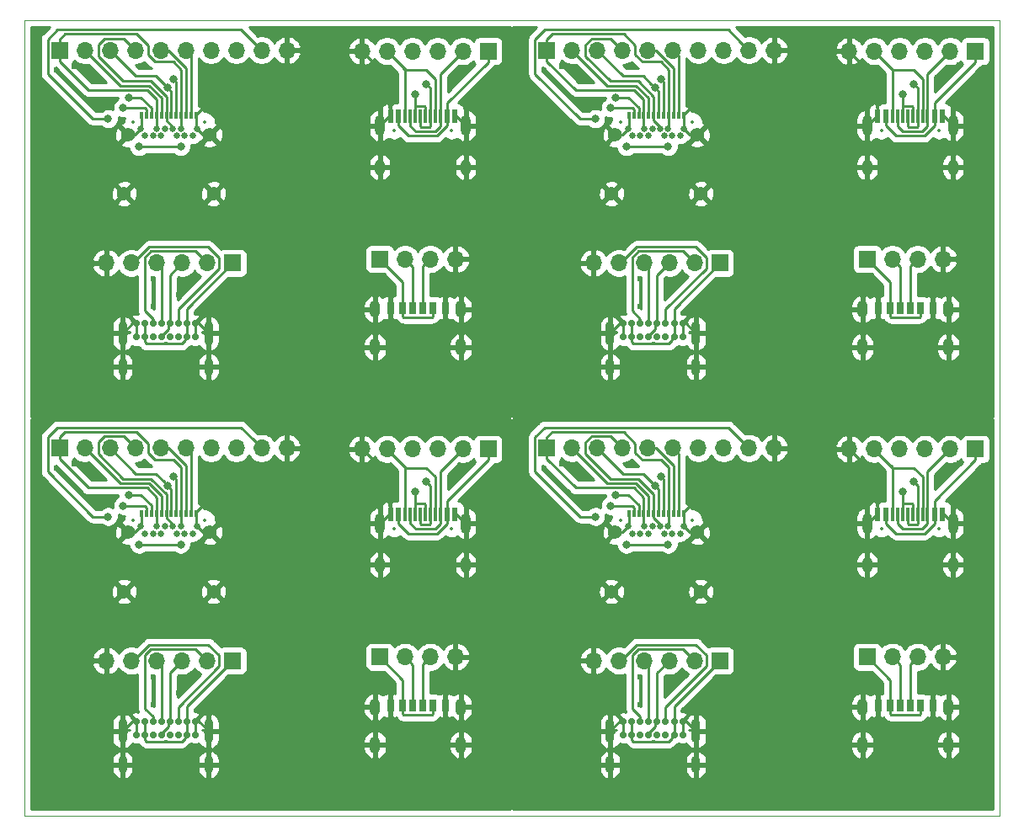
<source format=gbr>
G04 #@! TF.GenerationSoftware,KiCad,Pcbnew,(5.1.5)-3*
G04 #@! TF.CreationDate,2020-03-05T23:42:00+09:00*
G04 #@! TF.ProjectId,USB_Type-C_to_DIP-fin,5553425f-5479-4706-952d-435f746f5f44,rev?*
G04 #@! TF.SameCoordinates,Original*
G04 #@! TF.FileFunction,Copper,L1,Top*
G04 #@! TF.FilePolarity,Positive*
%FSLAX46Y46*%
G04 Gerber Fmt 4.6, Leading zero omitted, Abs format (unit mm)*
G04 Created by KiCad (PCBNEW (5.1.5)-3) date 2020-03-05 23:42:00*
%MOMM*%
%LPD*%
G04 APERTURE LIST*
%ADD10C,0.050000*%
%ADD11R,0.760000X1.200000*%
%ADD12R,0.800000X1.200000*%
%ADD13R,0.700000X1.200000*%
%ADD14O,1.100000X1.700000*%
%ADD15R,1.700000X1.700000*%
%ADD16O,1.700000X1.700000*%
%ADD17C,0.700000*%
%ADD18O,0.900000X2.400000*%
%ADD19O,0.900000X1.700000*%
%ADD20C,1.400000*%
%ADD21R,0.300000X0.700000*%
%ADD22C,0.650000*%
%ADD23O,1.000000X1.600000*%
%ADD24O,1.000000X2.100000*%
%ADD25R,0.300000X1.450000*%
%ADD26R,0.600000X1.450000*%
%ADD27C,0.800000*%
%ADD28C,0.600000*%
%ADD29C,0.250000*%
%ADD30C,0.254000*%
%ADD31C,0.350000*%
%ADD32C,0.300000*%
%ADD33O,0.600000X1.200000*%
%ADD34O,0.600000X2.100000*%
%ADD35O,0.600000X1.400000*%
%ADD36O,0.600000X1.700000*%
G04 APERTURE END LIST*
D10*
X132000000Y-132000000D02*
X126000000Y-132000000D01*
X126000000Y-132000000D02*
X126000000Y-92000000D01*
X224000000Y-90000000D02*
X224000000Y-130000000D01*
X224000000Y-130000000D02*
X224000000Y-132000000D01*
X224000000Y-132000000D02*
X181000000Y-132000000D01*
X224000000Y-52000000D02*
X224000000Y-90000000D01*
X126000000Y-92000000D02*
X126000000Y-52000000D01*
X175000000Y-52000000D02*
X224000000Y-52000000D01*
X126000000Y-52000000D02*
X175000000Y-52000000D01*
X181000000Y-132000000D02*
X132000000Y-132000000D01*
D11*
X216070000Y-80910000D03*
X213030000Y-80910000D03*
D12*
X211800000Y-80910000D03*
X217310000Y-80910000D03*
D13*
X214050000Y-80910000D03*
X215050000Y-80910000D03*
D14*
X218870000Y-81060000D03*
X210230000Y-81060000D03*
X210230000Y-84860000D03*
X218870000Y-84860000D03*
D11*
X167070000Y-80910000D03*
X164030000Y-80910000D03*
D12*
X162800000Y-80910000D03*
X168310000Y-80910000D03*
D13*
X165050000Y-80910000D03*
X166050000Y-80910000D03*
D14*
X169870000Y-81060000D03*
X161230000Y-81060000D03*
X161230000Y-84860000D03*
X169870000Y-84860000D03*
D11*
X216070000Y-120910000D03*
X213030000Y-120910000D03*
D12*
X211800000Y-120910000D03*
X217310000Y-120910000D03*
D13*
X214050000Y-120910000D03*
X215050000Y-120910000D03*
D14*
X218870000Y-121060000D03*
X210230000Y-121060000D03*
X210230000Y-124860000D03*
X218870000Y-124860000D03*
D15*
X195900000Y-76400000D03*
D16*
X193360000Y-76400000D03*
X190820000Y-76400000D03*
X188280000Y-76400000D03*
X185740000Y-76400000D03*
X183200000Y-76400000D03*
D15*
X146900000Y-76400000D03*
D16*
X144360000Y-76400000D03*
X141820000Y-76400000D03*
X139280000Y-76400000D03*
X136740000Y-76400000D03*
X134200000Y-76400000D03*
D15*
X195900000Y-116400000D03*
D16*
X193360000Y-116400000D03*
X190820000Y-116400000D03*
X188280000Y-116400000D03*
X185740000Y-116400000D03*
X183200000Y-116400000D03*
D15*
X221600000Y-55100000D03*
D16*
X219060000Y-55100000D03*
X216520000Y-55100000D03*
X213980000Y-55100000D03*
X211440000Y-55100000D03*
X208900000Y-55100000D03*
D15*
X172600000Y-55100000D03*
D16*
X170060000Y-55100000D03*
X167520000Y-55100000D03*
X164980000Y-55100000D03*
X162440000Y-55100000D03*
X159900000Y-55100000D03*
D15*
X221600000Y-95100000D03*
D16*
X219060000Y-95100000D03*
X216520000Y-95100000D03*
X213980000Y-95100000D03*
X211440000Y-95100000D03*
X208900000Y-95100000D03*
D17*
X186200000Y-82500000D03*
X187050000Y-82500000D03*
X187900000Y-82500000D03*
X188750000Y-82500000D03*
X189600000Y-82500000D03*
X190450000Y-82500000D03*
X191300000Y-82500000D03*
X192150000Y-82500000D03*
X187050000Y-83850000D03*
X188750000Y-83850000D03*
X187900000Y-83850000D03*
X186200000Y-83850000D03*
X190450000Y-83850000D03*
X191300000Y-83850000D03*
X192150000Y-83850000D03*
X189600000Y-83850000D03*
D18*
X184850000Y-83480000D03*
X193500000Y-83480000D03*
D19*
X184850000Y-86860000D03*
X193500000Y-86860000D03*
D17*
X137200000Y-82500000D03*
X138050000Y-82500000D03*
X138900000Y-82500000D03*
X139750000Y-82500000D03*
X140600000Y-82500000D03*
X141450000Y-82500000D03*
X142300000Y-82500000D03*
X143150000Y-82500000D03*
X138050000Y-83850000D03*
X139750000Y-83850000D03*
X138900000Y-83850000D03*
X137200000Y-83850000D03*
X141450000Y-83850000D03*
X142300000Y-83850000D03*
X143150000Y-83850000D03*
X140600000Y-83850000D03*
D18*
X135850000Y-83480000D03*
X144500000Y-83480000D03*
D19*
X135850000Y-86860000D03*
X144500000Y-86860000D03*
D17*
X186200000Y-122500000D03*
X187050000Y-122500000D03*
X187900000Y-122500000D03*
X188750000Y-122500000D03*
X189600000Y-122500000D03*
X190450000Y-122500000D03*
X191300000Y-122500000D03*
X192150000Y-122500000D03*
X187050000Y-123850000D03*
X188750000Y-123850000D03*
X187900000Y-123850000D03*
X186200000Y-123850000D03*
X190450000Y-123850000D03*
X191300000Y-123850000D03*
X192150000Y-123850000D03*
X189600000Y-123850000D03*
D18*
X184850000Y-123480000D03*
X193500000Y-123480000D03*
D19*
X184850000Y-126860000D03*
X193500000Y-126860000D03*
D20*
X185370000Y-63490000D03*
D21*
X186750000Y-61580000D03*
X187250000Y-61580000D03*
X187750000Y-61580000D03*
X188250000Y-61580000D03*
X188750000Y-61580000D03*
X189250000Y-61580000D03*
X189750000Y-61580000D03*
X192250000Y-61580000D03*
X191250000Y-61580000D03*
X190750000Y-61580000D03*
X190250000Y-61580000D03*
X191750000Y-61580000D03*
D20*
X193630000Y-63490000D03*
X193990000Y-69440000D03*
X185010000Y-69440000D03*
D22*
X192300000Y-62890000D03*
X190700000Y-62890000D03*
X189900000Y-62890000D03*
X189100000Y-62890000D03*
X188300000Y-62890000D03*
X186700000Y-62890000D03*
X191900000Y-63590000D03*
X191100000Y-63590000D03*
X190300000Y-63590000D03*
X188700000Y-63590000D03*
X187900000Y-63590000D03*
X187100000Y-63590000D03*
D20*
X136370000Y-63490000D03*
D21*
X137750000Y-61580000D03*
X138250000Y-61580000D03*
X138750000Y-61580000D03*
X139250000Y-61580000D03*
X139750000Y-61580000D03*
X140250000Y-61580000D03*
X140750000Y-61580000D03*
X143250000Y-61580000D03*
X142250000Y-61580000D03*
X141750000Y-61580000D03*
X141250000Y-61580000D03*
X142750000Y-61580000D03*
D20*
X144630000Y-63490000D03*
X144990000Y-69440000D03*
X136010000Y-69440000D03*
D22*
X143300000Y-62890000D03*
X141700000Y-62890000D03*
X140900000Y-62890000D03*
X140100000Y-62890000D03*
X139300000Y-62890000D03*
X137700000Y-62890000D03*
X142900000Y-63590000D03*
X142100000Y-63590000D03*
X141300000Y-63590000D03*
X139700000Y-63590000D03*
X138900000Y-63590000D03*
X138100000Y-63590000D03*
D20*
X185370000Y-103490000D03*
D21*
X186750000Y-101580000D03*
X187250000Y-101580000D03*
X187750000Y-101580000D03*
X188250000Y-101580000D03*
X188750000Y-101580000D03*
X189250000Y-101580000D03*
X189750000Y-101580000D03*
X192250000Y-101580000D03*
X191250000Y-101580000D03*
X190750000Y-101580000D03*
X190250000Y-101580000D03*
X191750000Y-101580000D03*
D20*
X193630000Y-103490000D03*
X193990000Y-109440000D03*
X185010000Y-109440000D03*
D22*
X192300000Y-102890000D03*
X190700000Y-102890000D03*
X189900000Y-102890000D03*
X189100000Y-102890000D03*
X188300000Y-102890000D03*
X186700000Y-102890000D03*
X191900000Y-103590000D03*
X191100000Y-103590000D03*
X190300000Y-103590000D03*
X188700000Y-103590000D03*
X187900000Y-103590000D03*
X187100000Y-103590000D03*
D23*
X219350000Y-66760000D03*
X210710000Y-66760000D03*
D24*
X210710000Y-62580000D03*
X219350000Y-62580000D03*
D25*
X214780000Y-61665000D03*
X216780000Y-61665000D03*
X216280000Y-61665000D03*
X215780000Y-61665000D03*
X215280000Y-61665000D03*
X214280000Y-61665000D03*
X213780000Y-61665000D03*
X213280000Y-61665000D03*
D26*
X218280000Y-61665000D03*
X217480000Y-61665000D03*
X212580000Y-61665000D03*
X211780000Y-61665000D03*
X211780000Y-61665000D03*
X212580000Y-61665000D03*
X217480000Y-61665000D03*
X218280000Y-61665000D03*
D23*
X170350000Y-66760000D03*
X161710000Y-66760000D03*
D24*
X161710000Y-62580000D03*
X170350000Y-62580000D03*
D25*
X165780000Y-61665000D03*
X167780000Y-61665000D03*
X167280000Y-61665000D03*
X166780000Y-61665000D03*
X166280000Y-61665000D03*
X165280000Y-61665000D03*
X164780000Y-61665000D03*
X164280000Y-61665000D03*
D26*
X169280000Y-61665000D03*
X168480000Y-61665000D03*
X163580000Y-61665000D03*
X162780000Y-61665000D03*
X162780000Y-61665000D03*
X163580000Y-61665000D03*
X168480000Y-61665000D03*
X169280000Y-61665000D03*
D23*
X219350000Y-106760000D03*
X210710000Y-106760000D03*
D24*
X210710000Y-102580000D03*
X219350000Y-102580000D03*
D25*
X214780000Y-101665000D03*
X216780000Y-101665000D03*
X216280000Y-101665000D03*
X215780000Y-101665000D03*
X215280000Y-101665000D03*
X214280000Y-101665000D03*
X213780000Y-101665000D03*
X213280000Y-101665000D03*
D26*
X218280000Y-101665000D03*
X217480000Y-101665000D03*
X212580000Y-101665000D03*
X211780000Y-101665000D03*
X211780000Y-101665000D03*
X212580000Y-101665000D03*
X217480000Y-101665000D03*
X218280000Y-101665000D03*
D15*
X178500000Y-55000000D03*
D16*
X181040000Y-55000000D03*
X183580000Y-55000000D03*
X186120000Y-55000000D03*
X188660000Y-55000000D03*
X191200000Y-55000000D03*
X193740000Y-55000000D03*
X196280000Y-55000000D03*
X198820000Y-55000000D03*
X201360000Y-55000000D03*
D15*
X129500000Y-55000000D03*
D16*
X132040000Y-55000000D03*
X134580000Y-55000000D03*
X137120000Y-55000000D03*
X139660000Y-55000000D03*
X142200000Y-55000000D03*
X144740000Y-55000000D03*
X147280000Y-55000000D03*
X149820000Y-55000000D03*
X152360000Y-55000000D03*
D15*
X178500000Y-95000000D03*
D16*
X181040000Y-95000000D03*
X183580000Y-95000000D03*
X186120000Y-95000000D03*
X188660000Y-95000000D03*
X191200000Y-95000000D03*
X193740000Y-95000000D03*
X196280000Y-95000000D03*
X198820000Y-95000000D03*
X201360000Y-95000000D03*
D15*
X210700000Y-76000000D03*
D16*
X213240000Y-76000000D03*
X215780000Y-76000000D03*
X218320000Y-76000000D03*
D15*
X161700000Y-76000000D03*
D16*
X164240000Y-76000000D03*
X166780000Y-76000000D03*
X169320000Y-76000000D03*
D15*
X210700000Y-116000000D03*
D16*
X213240000Y-116000000D03*
X215780000Y-116000000D03*
X218320000Y-116000000D03*
D19*
X144500000Y-126860000D03*
X135850000Y-126860000D03*
D18*
X144500000Y-123480000D03*
X135850000Y-123480000D03*
D17*
X140600000Y-123850000D03*
X143150000Y-123850000D03*
X142300000Y-123850000D03*
X141450000Y-123850000D03*
X137200000Y-123850000D03*
X138900000Y-123850000D03*
X139750000Y-123850000D03*
X138050000Y-123850000D03*
X143150000Y-122500000D03*
X142300000Y-122500000D03*
X141450000Y-122500000D03*
X140600000Y-122500000D03*
X139750000Y-122500000D03*
X138900000Y-122500000D03*
X138050000Y-122500000D03*
X137200000Y-122500000D03*
D22*
X138100000Y-103590000D03*
X138900000Y-103590000D03*
X139700000Y-103590000D03*
X141300000Y-103590000D03*
X142100000Y-103590000D03*
X142900000Y-103590000D03*
X137700000Y-102890000D03*
X139300000Y-102890000D03*
X140100000Y-102890000D03*
X140900000Y-102890000D03*
X141700000Y-102890000D03*
X143300000Y-102890000D03*
D20*
X136010000Y-109440000D03*
X144990000Y-109440000D03*
X144630000Y-103490000D03*
D21*
X142750000Y-101580000D03*
X141250000Y-101580000D03*
X141750000Y-101580000D03*
X142250000Y-101580000D03*
X143250000Y-101580000D03*
X140750000Y-101580000D03*
X140250000Y-101580000D03*
X139750000Y-101580000D03*
X139250000Y-101580000D03*
X138750000Y-101580000D03*
X138250000Y-101580000D03*
X137750000Y-101580000D03*
D20*
X136370000Y-103490000D03*
D26*
X169280000Y-101665000D03*
X168480000Y-101665000D03*
X163580000Y-101665000D03*
X162780000Y-101665000D03*
X162780000Y-101665000D03*
X163580000Y-101665000D03*
X168480000Y-101665000D03*
X169280000Y-101665000D03*
D25*
X164280000Y-101665000D03*
X164780000Y-101665000D03*
X165280000Y-101665000D03*
X166280000Y-101665000D03*
X166780000Y-101665000D03*
X167280000Y-101665000D03*
X167780000Y-101665000D03*
X165780000Y-101665000D03*
D24*
X170350000Y-102580000D03*
X161710000Y-102580000D03*
D23*
X161710000Y-106760000D03*
X170350000Y-106760000D03*
D14*
X169870000Y-124860000D03*
X161230000Y-124860000D03*
X161230000Y-121060000D03*
X169870000Y-121060000D03*
D13*
X166050000Y-120910000D03*
X165050000Y-120910000D03*
D12*
X168310000Y-120910000D03*
X162800000Y-120910000D03*
D11*
X164030000Y-120910000D03*
X167070000Y-120910000D03*
D16*
X152360000Y-95000000D03*
X149820000Y-95000000D03*
X147280000Y-95000000D03*
X144740000Y-95000000D03*
X142200000Y-95000000D03*
X139660000Y-95000000D03*
X137120000Y-95000000D03*
X134580000Y-95000000D03*
X132040000Y-95000000D03*
D15*
X129500000Y-95000000D03*
D16*
X169320000Y-116000000D03*
X166780000Y-116000000D03*
X164240000Y-116000000D03*
D15*
X161700000Y-116000000D03*
D16*
X134200000Y-116400000D03*
X136740000Y-116400000D03*
X139280000Y-116400000D03*
X141820000Y-116400000D03*
X144360000Y-116400000D03*
D15*
X146900000Y-116400000D03*
D16*
X159900000Y-95100000D03*
X162440000Y-95100000D03*
X164980000Y-95100000D03*
X167520000Y-95100000D03*
X170060000Y-95100000D03*
D15*
X172600000Y-95100000D03*
D27*
X141000000Y-97900000D03*
X134400000Y-101900000D03*
X183400000Y-101900000D03*
X134400000Y-61900000D03*
X183400000Y-61900000D03*
X190000000Y-97900000D03*
X141000000Y-57900000D03*
X190000000Y-57900000D03*
X140400000Y-98800000D03*
X189400000Y-98800000D03*
X140400000Y-58800000D03*
X189400000Y-58800000D03*
X141700000Y-104700000D03*
X137500000Y-104700000D03*
X190700000Y-104700000D03*
X141700000Y-64700000D03*
X190700000Y-64700000D03*
X186500000Y-104700000D03*
X137500000Y-64700000D03*
X186500000Y-64700000D03*
X136437341Y-99737339D03*
X185437341Y-99737339D03*
X136437341Y-59737339D03*
X185437341Y-59737339D03*
X135900000Y-100800000D03*
X184900000Y-100800000D03*
X135900000Y-60800000D03*
X184900000Y-60800000D03*
X165300000Y-99400000D03*
X214300000Y-99400000D03*
X165300000Y-59400000D03*
X214300000Y-59400000D03*
X166400000Y-98400000D03*
X215400000Y-98400000D03*
X166400000Y-58400000D03*
X215400000Y-58400000D03*
D28*
X129200000Y-97000000D03*
X134600000Y-100500000D03*
X131000000Y-96600000D03*
X133400000Y-97900000D03*
X137900000Y-96600000D03*
X171000000Y-96500000D03*
X168800000Y-98600000D03*
X141500000Y-119600000D03*
X143100000Y-117600000D03*
X138900000Y-118000000D03*
X138900000Y-120800000D03*
X127000000Y-131000000D03*
X174000000Y-131000000D03*
X174000000Y-93000000D03*
X127000000Y-93000000D03*
X127000000Y-113000000D03*
X155000000Y-113000000D03*
X155000000Y-93000000D03*
X157000000Y-93000000D03*
X157000000Y-113000000D03*
X157000000Y-115000000D03*
X157000000Y-131000000D03*
X174000000Y-115000000D03*
X155000000Y-115000000D03*
X155000000Y-131000000D03*
X127000000Y-115000000D03*
X141000000Y-113000000D03*
X141000000Y-131000000D03*
X165000000Y-131000000D03*
X174000000Y-113000000D03*
X165000000Y-113000000D03*
X166000000Y-93000000D03*
X174000000Y-103000000D03*
X157000000Y-103000000D03*
X155000000Y-103000000D03*
X127000000Y-103000000D03*
X155000000Y-123000000D03*
X157000000Y-123000000D03*
X174000000Y-123000000D03*
X127000000Y-123000000D03*
X144000000Y-100700000D03*
X143700000Y-98100000D03*
X146300000Y-97400000D03*
X136100000Y-118400000D03*
X182400000Y-97900000D03*
X133400000Y-57900000D03*
X182400000Y-57900000D03*
X190500000Y-119600000D03*
X141500000Y-79600000D03*
X190500000Y-79600000D03*
X176000000Y-113000000D03*
X127000000Y-73000000D03*
X176000000Y-73000000D03*
X214000000Y-131000000D03*
X165000000Y-91000000D03*
X214000000Y-91000000D03*
X223000000Y-131000000D03*
X174000000Y-91000000D03*
X223000000Y-91000000D03*
X206000000Y-131000000D03*
X157000000Y-91000000D03*
X206000000Y-91000000D03*
X215000000Y-93000000D03*
X166000000Y-53000000D03*
X215000000Y-53000000D03*
X190000000Y-113000000D03*
X141000000Y-73000000D03*
X190000000Y-73000000D03*
X190000000Y-131000000D03*
X141000000Y-91000000D03*
X190000000Y-91000000D03*
X204000000Y-123000000D03*
X155000000Y-83000000D03*
X204000000Y-83000000D03*
X187900000Y-120800000D03*
X138900000Y-80800000D03*
X187900000Y-80800000D03*
X220000000Y-96500000D03*
X171000000Y-56500000D03*
X220000000Y-56500000D03*
X214000000Y-113000000D03*
X165000000Y-73000000D03*
X214000000Y-73000000D03*
X187900000Y-118000000D03*
X138900000Y-78000000D03*
X187900000Y-78000000D03*
X223000000Y-115000000D03*
X174000000Y-75000000D03*
X223000000Y-75000000D03*
X204000000Y-113000000D03*
X155000000Y-73000000D03*
X204000000Y-73000000D03*
X223000000Y-113000000D03*
X174000000Y-73000000D03*
X223000000Y-73000000D03*
X223000000Y-103000000D03*
X174000000Y-63000000D03*
X223000000Y-63000000D03*
X206000000Y-123000000D03*
X157000000Y-83000000D03*
X206000000Y-83000000D03*
X185100000Y-118400000D03*
X136100000Y-78400000D03*
X185100000Y-78400000D03*
X206000000Y-113000000D03*
X157000000Y-73000000D03*
X206000000Y-73000000D03*
X206000000Y-115000000D03*
X157000000Y-75000000D03*
X206000000Y-75000000D03*
X204000000Y-115000000D03*
X155000000Y-75000000D03*
X204000000Y-75000000D03*
X204000000Y-131000000D03*
X155000000Y-91000000D03*
X204000000Y-91000000D03*
X206000000Y-103000000D03*
X157000000Y-63000000D03*
X206000000Y-63000000D03*
X183600000Y-100500000D03*
X134600000Y-60500000D03*
X183600000Y-60500000D03*
X176000000Y-115000000D03*
X127000000Y-75000000D03*
X176000000Y-75000000D03*
X204000000Y-103000000D03*
X155000000Y-63000000D03*
X204000000Y-63000000D03*
X176000000Y-103000000D03*
X127000000Y-63000000D03*
X176000000Y-63000000D03*
X176000000Y-131000000D03*
X127000000Y-91000000D03*
X176000000Y-91000000D03*
X176000000Y-93000000D03*
X127000000Y-53000000D03*
X176000000Y-53000000D03*
X217800000Y-98600000D03*
X168800000Y-58600000D03*
X217800000Y-58600000D03*
X186900000Y-96600000D03*
X137900000Y-56600000D03*
X186900000Y-56600000D03*
X178200000Y-97000000D03*
X129200000Y-57000000D03*
X178200000Y-57000000D03*
X180000000Y-96600000D03*
X131000000Y-56600000D03*
X180000000Y-56600000D03*
X206000000Y-93000000D03*
X157000000Y-53000000D03*
X206000000Y-53000000D03*
X223000000Y-123000000D03*
X174000000Y-83000000D03*
X223000000Y-83000000D03*
X176000000Y-123000000D03*
X127000000Y-83000000D03*
X176000000Y-83000000D03*
X193000000Y-100700000D03*
X144000000Y-60700000D03*
X193000000Y-60700000D03*
X192700000Y-98100000D03*
X143700000Y-58100000D03*
X192700000Y-58100000D03*
X195300000Y-97400000D03*
X146300000Y-57400000D03*
X195300000Y-57400000D03*
X223000000Y-93000000D03*
X174000000Y-53000000D03*
X223000000Y-53000000D03*
X192100000Y-117600000D03*
X143100000Y-77600000D03*
X192100000Y-77600000D03*
X204000000Y-93000000D03*
X155000000Y-53000000D03*
X204000000Y-53000000D03*
D29*
X142300000Y-122500000D02*
X142300000Y-123850000D01*
X138050000Y-122994974D02*
X138050000Y-122500000D01*
X138050000Y-124344974D02*
X138050000Y-122994974D01*
X138230027Y-124525001D02*
X138050000Y-124344974D01*
X140150000Y-124449002D02*
X140074001Y-124525001D01*
X140200000Y-124449002D02*
X140150000Y-124449002D01*
X140074001Y-124525001D02*
X138230027Y-124525001D01*
X141774001Y-124525001D02*
X140275999Y-124525001D01*
X142125001Y-124174001D02*
X141774001Y-124525001D01*
X140275999Y-124525001D02*
X140200000Y-124449002D01*
X142125001Y-123874999D02*
X142125001Y-124174001D01*
X142150000Y-123850000D02*
X142125001Y-123874999D01*
X142300000Y-123850000D02*
X142150000Y-123850000D01*
X142300000Y-121000000D02*
X146900000Y-116400000D01*
X142300000Y-122500000D02*
X142300000Y-121000000D01*
X191150000Y-123850000D02*
X191125001Y-123874999D01*
X142150000Y-83850000D02*
X142125001Y-83874999D01*
X191150000Y-83850000D02*
X191125001Y-83874999D01*
X187230027Y-124525001D02*
X187050000Y-124344974D01*
X138230027Y-84525001D02*
X138050000Y-84344974D01*
X187230027Y-84525001D02*
X187050000Y-84344974D01*
X191125001Y-124174001D02*
X190774001Y-124525001D01*
X142125001Y-84174001D02*
X141774001Y-84525001D01*
X191125001Y-84174001D02*
X190774001Y-84525001D01*
X187050000Y-124344974D02*
X187050000Y-122994974D01*
X138050000Y-84344974D02*
X138050000Y-82994974D01*
X187050000Y-84344974D02*
X187050000Y-82994974D01*
X189150000Y-124449002D02*
X189074001Y-124525001D01*
X140150000Y-84449002D02*
X140074001Y-84525001D01*
X189150000Y-84449002D02*
X189074001Y-84525001D01*
X187050000Y-122994974D02*
X187050000Y-122500000D01*
X138050000Y-82994974D02*
X138050000Y-82500000D01*
X187050000Y-82994974D02*
X187050000Y-82500000D01*
X191125001Y-123874999D02*
X191125001Y-124174001D01*
X142125001Y-83874999D02*
X142125001Y-84174001D01*
X191125001Y-83874999D02*
X191125001Y-84174001D01*
X191300000Y-122500000D02*
X191300000Y-123850000D01*
X142300000Y-82500000D02*
X142300000Y-83850000D01*
X191300000Y-82500000D02*
X191300000Y-83850000D01*
X190774001Y-124525001D02*
X189275999Y-124525001D01*
X141774001Y-84525001D02*
X140275999Y-84525001D01*
X190774001Y-84525001D02*
X189275999Y-84525001D01*
X191300000Y-123850000D02*
X191150000Y-123850000D01*
X142300000Y-83850000D02*
X142150000Y-83850000D01*
X191300000Y-83850000D02*
X191150000Y-83850000D01*
X189275999Y-124525001D02*
X189200000Y-124449002D01*
X140275999Y-84525001D02*
X140200000Y-84449002D01*
X189275999Y-84525001D02*
X189200000Y-84449002D01*
X189200000Y-124449002D02*
X189150000Y-124449002D01*
X140200000Y-84449002D02*
X140150000Y-84449002D01*
X189200000Y-84449002D02*
X189150000Y-84449002D01*
X189074001Y-124525001D02*
X187230027Y-124525001D01*
X140074001Y-84525001D02*
X138230027Y-84525001D01*
X189074001Y-84525001D02*
X187230027Y-84525001D01*
X191300000Y-122500000D02*
X191300000Y-121000000D01*
X142300000Y-82500000D02*
X142300000Y-81000000D01*
X191300000Y-82500000D02*
X191300000Y-81000000D01*
X191300000Y-121000000D02*
X195900000Y-116400000D01*
X142300000Y-81000000D02*
X146900000Y-76400000D01*
X191300000Y-81000000D02*
X195900000Y-76400000D01*
X141450000Y-122005026D02*
X141450000Y-122500000D01*
X141450000Y-121049002D02*
X141450000Y-122005026D01*
X145535001Y-115835999D02*
X145535001Y-116964001D01*
X145535001Y-116964001D02*
X141450000Y-121049002D01*
X144473991Y-114774989D02*
X145535001Y-115835999D01*
X136740000Y-116564588D02*
X138529599Y-114774989D01*
X138529599Y-114774989D02*
X144473991Y-114774989D01*
X136740000Y-116400000D02*
X136740000Y-116564588D01*
X190450000Y-122005026D02*
X190450000Y-122500000D01*
X141450000Y-82005026D02*
X141450000Y-82500000D01*
X190450000Y-82005026D02*
X190450000Y-82500000D01*
X193473991Y-114774989D02*
X194535001Y-115835999D01*
X144473991Y-74774989D02*
X145535001Y-75835999D01*
X193473991Y-74774989D02*
X194535001Y-75835999D01*
X190450000Y-121049002D02*
X190450000Y-122005026D01*
X141450000Y-81049002D02*
X141450000Y-82005026D01*
X190450000Y-81049002D02*
X190450000Y-82005026D01*
X194535001Y-115835999D02*
X194535001Y-116964001D01*
X145535001Y-75835999D02*
X145535001Y-76964001D01*
X194535001Y-75835999D02*
X194535001Y-76964001D01*
X185740000Y-116564588D02*
X187529599Y-114774989D01*
X136740000Y-76564588D02*
X138529599Y-74774989D01*
X185740000Y-76564588D02*
X187529599Y-74774989D01*
X185740000Y-116400000D02*
X185740000Y-116564588D01*
X136740000Y-76400000D02*
X136740000Y-76564588D01*
X185740000Y-76400000D02*
X185740000Y-76564588D01*
X187529599Y-114774989D02*
X193473991Y-114774989D01*
X138529599Y-74774989D02*
X144473991Y-74774989D01*
X187529599Y-74774989D02*
X193473991Y-74774989D01*
X194535001Y-116964001D02*
X190450000Y-121049002D01*
X145535001Y-76964001D02*
X141450000Y-81049002D01*
X194535001Y-76964001D02*
X190450000Y-81049002D01*
X139750000Y-123700998D02*
X139750000Y-123850000D01*
X140425001Y-123025997D02*
X139750000Y-123700998D01*
X140425001Y-122674999D02*
X140425001Y-123025997D01*
X140600000Y-122500000D02*
X140425001Y-122674999D01*
X140600000Y-117620000D02*
X140600000Y-122500000D01*
X141820000Y-116400000D02*
X140600000Y-117620000D01*
X189425001Y-122674999D02*
X189425001Y-123025997D01*
X140425001Y-82674999D02*
X140425001Y-83025997D01*
X189425001Y-82674999D02*
X189425001Y-83025997D01*
X189600000Y-122500000D02*
X189425001Y-122674999D01*
X140600000Y-82500000D02*
X140425001Y-82674999D01*
X189600000Y-82500000D02*
X189425001Y-82674999D01*
X190820000Y-116400000D02*
X189600000Y-117620000D01*
X141820000Y-76400000D02*
X140600000Y-77620000D01*
X190820000Y-76400000D02*
X189600000Y-77620000D01*
X189600000Y-117620000D02*
X189600000Y-122500000D01*
X140600000Y-77620000D02*
X140600000Y-82500000D01*
X189600000Y-77620000D02*
X189600000Y-82500000D01*
X188750000Y-123700998D02*
X188750000Y-123850000D01*
X139750000Y-83700998D02*
X139750000Y-83850000D01*
X188750000Y-83700998D02*
X188750000Y-83850000D01*
X189425001Y-123025997D02*
X188750000Y-123700998D01*
X140425001Y-83025997D02*
X139750000Y-83700998D01*
X189425001Y-83025997D02*
X188750000Y-83700998D01*
X139750000Y-116870000D02*
X139280000Y-116400000D01*
X139750000Y-122500000D02*
X139750000Y-116870000D01*
X188750000Y-116870000D02*
X188280000Y-116400000D01*
X139750000Y-76870000D02*
X139280000Y-76400000D01*
X188750000Y-76870000D02*
X188280000Y-76400000D01*
X188750000Y-122500000D02*
X188750000Y-116870000D01*
X139750000Y-82500000D02*
X139750000Y-76870000D01*
X188750000Y-82500000D02*
X188750000Y-76870000D01*
X138900000Y-122005026D02*
X138900000Y-122500000D01*
X138104999Y-115835999D02*
X138104999Y-121210025D01*
X143184999Y-115224999D02*
X138715999Y-115224999D01*
X138104999Y-121210025D02*
X138900000Y-122005026D01*
X138715999Y-115224999D02*
X138104999Y-115835999D01*
X144360000Y-116400000D02*
X143184999Y-115224999D01*
X187900000Y-122005026D02*
X187900000Y-122500000D01*
X138900000Y-82005026D02*
X138900000Y-82500000D01*
X187900000Y-82005026D02*
X187900000Y-82500000D01*
X187104999Y-115835999D02*
X187104999Y-121210025D01*
X138104999Y-75835999D02*
X138104999Y-81210025D01*
X187104999Y-75835999D02*
X187104999Y-81210025D01*
X192184999Y-115224999D02*
X187715999Y-115224999D01*
X143184999Y-75224999D02*
X138715999Y-75224999D01*
X192184999Y-75224999D02*
X187715999Y-75224999D01*
X187104999Y-121210025D02*
X187900000Y-122005026D01*
X138104999Y-81210025D02*
X138900000Y-82005026D01*
X187104999Y-81210025D02*
X187900000Y-82005026D01*
X193360000Y-116400000D02*
X192184999Y-115224999D01*
X144360000Y-76400000D02*
X143184999Y-75224999D01*
X193360000Y-76400000D02*
X192184999Y-75224999D01*
X187715999Y-115224999D02*
X187104999Y-115835999D01*
X138715999Y-75224999D02*
X138104999Y-75835999D01*
X187715999Y-75224999D02*
X187104999Y-75835999D01*
X139250000Y-102840000D02*
X139300000Y-102890000D01*
X139250000Y-101580000D02*
X139250000Y-102840000D01*
X141750000Y-102840000D02*
X141700000Y-102890000D01*
X141750000Y-101580000D02*
X141750000Y-102840000D01*
X137233991Y-93374989D02*
X130025011Y-93374989D01*
X138400000Y-94540998D02*
X137233991Y-93374989D01*
X129500000Y-93900000D02*
X129500000Y-95000000D01*
X141750000Y-96950000D02*
X140975001Y-96175001D01*
X141750000Y-101580000D02*
X141750000Y-96950000D01*
X140975001Y-96175001D02*
X139095999Y-96175001D01*
X130025011Y-93374989D02*
X129500000Y-93900000D01*
X139095999Y-96175001D02*
X138400000Y-95479002D01*
X138400000Y-95479002D02*
X138400000Y-94540998D01*
X135527200Y-99000022D02*
X135527178Y-99000000D01*
X138300022Y-99000022D02*
X135527200Y-99000022D01*
X139250000Y-99950000D02*
X138300022Y-99000022D01*
X139250000Y-101580000D02*
X139250000Y-99950000D01*
X135527178Y-99000000D02*
X132400000Y-99000000D01*
X132400000Y-99000000D02*
X129500000Y-96100000D01*
X129500000Y-96100000D02*
X129500000Y-95000000D01*
X184527178Y-99000000D02*
X181400000Y-99000000D01*
X135527178Y-59000000D02*
X132400000Y-59000000D01*
X184527178Y-59000000D02*
X181400000Y-59000000D01*
X188250000Y-101580000D02*
X188250000Y-102840000D01*
X139250000Y-61580000D02*
X139250000Y-62840000D01*
X188250000Y-61580000D02*
X188250000Y-62840000D01*
X181400000Y-99000000D02*
X178500000Y-96100000D01*
X132400000Y-59000000D02*
X129500000Y-56100000D01*
X181400000Y-59000000D02*
X178500000Y-56100000D01*
X186233991Y-93374989D02*
X179025011Y-93374989D01*
X137233991Y-53374989D02*
X130025011Y-53374989D01*
X186233991Y-53374989D02*
X179025011Y-53374989D01*
X189975001Y-96175001D02*
X188095999Y-96175001D01*
X140975001Y-56175001D02*
X139095999Y-56175001D01*
X189975001Y-56175001D02*
X188095999Y-56175001D01*
X190750000Y-96950000D02*
X189975001Y-96175001D01*
X141750000Y-56950000D02*
X140975001Y-56175001D01*
X190750000Y-56950000D02*
X189975001Y-56175001D01*
X190750000Y-102840000D02*
X190700000Y-102890000D01*
X141750000Y-62840000D02*
X141700000Y-62890000D01*
X190750000Y-62840000D02*
X190700000Y-62890000D01*
X188250000Y-99950000D02*
X187300022Y-99000022D01*
X139250000Y-59950000D02*
X138300022Y-59000022D01*
X188250000Y-59950000D02*
X187300022Y-59000022D01*
X187400000Y-95479002D02*
X187400000Y-94540998D01*
X138400000Y-55479002D02*
X138400000Y-54540998D01*
X187400000Y-55479002D02*
X187400000Y-54540998D01*
X190750000Y-101580000D02*
X190750000Y-102840000D01*
X141750000Y-61580000D02*
X141750000Y-62840000D01*
X190750000Y-61580000D02*
X190750000Y-62840000D01*
X178500000Y-93900000D02*
X178500000Y-95000000D01*
X129500000Y-53900000D02*
X129500000Y-55000000D01*
X178500000Y-53900000D02*
X178500000Y-55000000D01*
X184527200Y-99000022D02*
X184527178Y-99000000D01*
X135527200Y-59000022D02*
X135527178Y-59000000D01*
X184527200Y-59000022D02*
X184527178Y-59000000D01*
X187400000Y-94540998D02*
X186233991Y-93374989D01*
X138400000Y-54540998D02*
X137233991Y-53374989D01*
X187400000Y-54540998D02*
X186233991Y-53374989D01*
X190750000Y-101580000D02*
X190750000Y-96950000D01*
X141750000Y-61580000D02*
X141750000Y-56950000D01*
X190750000Y-61580000D02*
X190750000Y-56950000D01*
X187300022Y-99000022D02*
X184527200Y-99000022D01*
X138300022Y-59000022D02*
X135527200Y-59000022D01*
X187300022Y-59000022D02*
X184527200Y-59000022D01*
X188250000Y-101580000D02*
X188250000Y-99950000D01*
X139250000Y-61580000D02*
X139250000Y-59950000D01*
X188250000Y-61580000D02*
X188250000Y-59950000D01*
X188250000Y-102840000D02*
X188300000Y-102890000D01*
X139250000Y-62840000D02*
X139300000Y-62890000D01*
X188250000Y-62840000D02*
X188300000Y-62890000D01*
X178500000Y-96100000D02*
X178500000Y-95000000D01*
X129500000Y-56100000D02*
X129500000Y-55000000D01*
X178500000Y-56100000D02*
X178500000Y-55000000D01*
X188095999Y-96175001D02*
X187400000Y-95479002D01*
X139095999Y-56175001D02*
X138400000Y-55479002D01*
X188095999Y-56175001D02*
X187400000Y-55479002D01*
X179025011Y-93374989D02*
X178500000Y-93900000D01*
X130025011Y-53374989D02*
X129500000Y-53900000D01*
X179025011Y-53374989D02*
X178500000Y-53900000D01*
X142750000Y-100980000D02*
X142750000Y-101580000D01*
X142200000Y-95000000D02*
X142750000Y-95550000D01*
X142750000Y-95550000D02*
X142750000Y-100980000D01*
X191750000Y-95550000D02*
X191750000Y-100980000D01*
X142750000Y-55550000D02*
X142750000Y-60980000D01*
X191750000Y-55550000D02*
X191750000Y-60980000D01*
X191200000Y-95000000D02*
X191750000Y-95550000D01*
X142200000Y-55000000D02*
X142750000Y-55550000D01*
X191200000Y-55000000D02*
X191750000Y-55550000D01*
X191750000Y-100980000D02*
X191750000Y-101580000D01*
X142750000Y-60980000D02*
X142750000Y-61580000D01*
X191750000Y-60980000D02*
X191750000Y-61580000D01*
X141250000Y-98150000D02*
X141000000Y-97900000D01*
X141250000Y-101580000D02*
X141250000Y-98150000D01*
X141000000Y-97900000D02*
X141000000Y-97900000D01*
X132834315Y-101900000D02*
X128324999Y-97390684D01*
X128324999Y-93889999D02*
X129290019Y-92924979D01*
X134400000Y-101900000D02*
X132834315Y-101900000D01*
X129290019Y-92924979D02*
X147744979Y-92924979D01*
X148970001Y-94150001D02*
X149820000Y-95000000D01*
X147744979Y-92924979D02*
X148970001Y-94150001D01*
X128324999Y-97390684D02*
X128324999Y-93889999D01*
X178290019Y-92924979D02*
X196744979Y-92924979D01*
X129290019Y-52924979D02*
X147744979Y-52924979D01*
X178290019Y-52924979D02*
X196744979Y-52924979D01*
X197970001Y-94150001D02*
X198820000Y-95000000D01*
X148970001Y-54150001D02*
X149820000Y-55000000D01*
X197970001Y-54150001D02*
X198820000Y-55000000D01*
X183400000Y-101900000D02*
X181834315Y-101900000D01*
X134400000Y-61900000D02*
X132834315Y-61900000D01*
X183400000Y-61900000D02*
X181834315Y-61900000D01*
X177324999Y-97390684D02*
X177324999Y-93889999D01*
X128324999Y-57390684D02*
X128324999Y-53889999D01*
X177324999Y-57390684D02*
X177324999Y-53889999D01*
X196744979Y-92924979D02*
X197970001Y-94150001D01*
X147744979Y-52924979D02*
X148970001Y-54150001D01*
X196744979Y-52924979D02*
X197970001Y-54150001D01*
X181834315Y-101900000D02*
X177324999Y-97390684D01*
X132834315Y-61900000D02*
X128324999Y-57390684D01*
X181834315Y-61900000D02*
X177324999Y-57390684D01*
X177324999Y-93889999D02*
X178290019Y-92924979D01*
X128324999Y-53889999D02*
X129290019Y-52924979D01*
X177324999Y-53889999D02*
X178290019Y-52924979D01*
X190250000Y-98150000D02*
X190000000Y-97900000D01*
X141250000Y-58150000D02*
X141000000Y-57900000D01*
X190250000Y-58150000D02*
X190000000Y-57900000D01*
X190000000Y-97900000D02*
X190000000Y-97900000D01*
X141000000Y-57900000D02*
X141000000Y-57900000D01*
X190000000Y-57900000D02*
X190000000Y-57900000D01*
X190250000Y-101580000D02*
X190250000Y-98150000D01*
X141250000Y-61580000D02*
X141250000Y-58150000D01*
X190250000Y-61580000D02*
X190250000Y-58150000D01*
X139660000Y-95000000D02*
X140436411Y-95000000D01*
X142250000Y-96813589D02*
X142250000Y-100980000D01*
X142250000Y-100980000D02*
X142250000Y-101580000D01*
X140436411Y-95000000D02*
X142250000Y-96813589D01*
X191250000Y-96813589D02*
X191250000Y-100980000D01*
X142250000Y-56813589D02*
X142250000Y-60980000D01*
X191250000Y-56813589D02*
X191250000Y-60980000D01*
X189436411Y-95000000D02*
X191250000Y-96813589D01*
X140436411Y-55000000D02*
X142250000Y-56813589D01*
X189436411Y-55000000D02*
X191250000Y-56813589D01*
X188660000Y-95000000D02*
X189436411Y-95000000D01*
X139660000Y-55000000D02*
X140436411Y-55000000D01*
X188660000Y-55000000D02*
X189436411Y-55000000D01*
X191250000Y-100980000D02*
X191250000Y-101580000D01*
X142250000Y-60980000D02*
X142250000Y-61580000D01*
X191250000Y-60980000D02*
X191250000Y-61580000D01*
X140750000Y-101580000D02*
X140750000Y-99150000D01*
X140750000Y-99150000D02*
X140400000Y-98800000D01*
X134580000Y-95000000D02*
X137180000Y-97600000D01*
X140000001Y-98400001D02*
X140400000Y-98800000D01*
X139200000Y-97600000D02*
X140000001Y-98400001D01*
X137180000Y-97600000D02*
X139200000Y-97600000D01*
X189000001Y-98400001D02*
X189400000Y-98800000D01*
X140000001Y-58400001D02*
X140400000Y-58800000D01*
X189000001Y-58400001D02*
X189400000Y-58800000D01*
X189750000Y-99150000D02*
X189400000Y-98800000D01*
X140750000Y-59150000D02*
X140400000Y-58800000D01*
X189750000Y-59150000D02*
X189400000Y-58800000D01*
X186180000Y-97600000D02*
X188200000Y-97600000D01*
X137180000Y-57600000D02*
X139200000Y-57600000D01*
X186180000Y-57600000D02*
X188200000Y-57600000D01*
X183580000Y-95000000D02*
X186180000Y-97600000D01*
X134580000Y-55000000D02*
X137180000Y-57600000D01*
X183580000Y-55000000D02*
X186180000Y-57600000D01*
X188200000Y-97600000D02*
X189000001Y-98400001D01*
X139200000Y-57600000D02*
X140000001Y-58400001D01*
X188200000Y-57600000D02*
X189000001Y-58400001D01*
X189750000Y-101580000D02*
X189750000Y-99150000D01*
X140750000Y-61580000D02*
X140750000Y-59150000D01*
X189750000Y-61580000D02*
X189750000Y-59150000D01*
X140900000Y-102700000D02*
X140900000Y-102890000D01*
X140250000Y-102050000D02*
X140900000Y-102700000D01*
X140250000Y-101580000D02*
X140250000Y-102050000D01*
X140250000Y-100980000D02*
X140250000Y-101580000D01*
X140250000Y-99677178D02*
X140250000Y-100980000D01*
X137120000Y-95000000D02*
X135944999Y-93824999D01*
X135944999Y-93824999D02*
X134015999Y-93824999D01*
X135900000Y-98100000D02*
X138672822Y-98100000D01*
X138672822Y-98100000D02*
X140250000Y-99677178D01*
X134015999Y-93824999D02*
X133404999Y-94435999D01*
X133404999Y-94435999D02*
X133404999Y-95604999D01*
X133404999Y-95604999D02*
X135900000Y-98100000D01*
X182404999Y-94435999D02*
X182404999Y-95604999D01*
X133404999Y-54435999D02*
X133404999Y-55604999D01*
X182404999Y-54435999D02*
X182404999Y-55604999D01*
X189900000Y-102700000D02*
X189900000Y-102890000D01*
X140900000Y-62700000D02*
X140900000Y-62890000D01*
X189900000Y-62700000D02*
X189900000Y-62890000D01*
X186120000Y-95000000D02*
X184944999Y-93824999D01*
X137120000Y-55000000D02*
X135944999Y-53824999D01*
X186120000Y-55000000D02*
X184944999Y-53824999D01*
X183015999Y-93824999D02*
X182404999Y-94435999D01*
X134015999Y-53824999D02*
X133404999Y-54435999D01*
X183015999Y-53824999D02*
X182404999Y-54435999D01*
X189250000Y-101580000D02*
X189250000Y-102050000D01*
X140250000Y-61580000D02*
X140250000Y-62050000D01*
X189250000Y-61580000D02*
X189250000Y-62050000D01*
X189250000Y-100980000D02*
X189250000Y-101580000D01*
X140250000Y-60980000D02*
X140250000Y-61580000D01*
X189250000Y-60980000D02*
X189250000Y-61580000D01*
X184944999Y-93824999D02*
X183015999Y-93824999D01*
X135944999Y-53824999D02*
X134015999Y-53824999D01*
X184944999Y-53824999D02*
X183015999Y-53824999D01*
X184900000Y-98100000D02*
X187672822Y-98100000D01*
X135900000Y-58100000D02*
X138672822Y-58100000D01*
X184900000Y-58100000D02*
X187672822Y-58100000D01*
X182404999Y-95604999D02*
X184900000Y-98100000D01*
X133404999Y-55604999D02*
X135900000Y-58100000D01*
X182404999Y-55604999D02*
X184900000Y-58100000D01*
X187672822Y-98100000D02*
X189250000Y-99677178D01*
X138672822Y-58100000D02*
X140250000Y-59677178D01*
X187672822Y-58100000D02*
X189250000Y-59677178D01*
X189250000Y-102050000D02*
X189900000Y-102700000D01*
X140250000Y-62050000D02*
X140900000Y-62700000D01*
X189250000Y-62050000D02*
X189900000Y-62700000D01*
X189250000Y-99677178D02*
X189250000Y-100980000D01*
X140250000Y-59677178D02*
X140250000Y-60980000D01*
X189250000Y-59677178D02*
X189250000Y-60980000D01*
X141700000Y-104700000D02*
X137500000Y-104700000D01*
X139750000Y-100980000D02*
X139750000Y-101580000D01*
X138486422Y-98550011D02*
X139750000Y-99813589D01*
X135590011Y-98550011D02*
X138486422Y-98550011D01*
X132040000Y-95000000D02*
X135590011Y-98550011D01*
X139750000Y-99813589D02*
X139750000Y-100980000D01*
X187486422Y-98550011D02*
X188750000Y-99813589D01*
X138486422Y-58550011D02*
X139750000Y-59813589D01*
X187486422Y-58550011D02*
X188750000Y-59813589D01*
X184590011Y-98550011D02*
X187486422Y-98550011D01*
X135590011Y-58550011D02*
X138486422Y-58550011D01*
X184590011Y-58550011D02*
X187486422Y-58550011D01*
X181040000Y-95000000D02*
X184590011Y-98550011D01*
X132040000Y-55000000D02*
X135590011Y-58550011D01*
X181040000Y-55000000D02*
X184590011Y-58550011D01*
X188750000Y-99813589D02*
X188750000Y-100980000D01*
X139750000Y-59813589D02*
X139750000Y-60980000D01*
X188750000Y-59813589D02*
X188750000Y-60980000D01*
X190700000Y-104700000D02*
X186500000Y-104700000D01*
X141700000Y-64700000D02*
X137500000Y-64700000D01*
X190700000Y-64700000D02*
X186500000Y-64700000D01*
X188750000Y-100980000D02*
X188750000Y-101580000D01*
X139750000Y-60980000D02*
X139750000Y-61580000D01*
X188750000Y-60980000D02*
X188750000Y-61580000D01*
X137003026Y-99737339D02*
X136437341Y-99737339D01*
X138750000Y-100784315D02*
X137703024Y-99737339D01*
X138750000Y-101580000D02*
X138750000Y-100784315D01*
X137703024Y-99737339D02*
X137003026Y-99737339D01*
X186003026Y-99737339D02*
X185437341Y-99737339D01*
X137003026Y-59737339D02*
X136437341Y-59737339D01*
X186003026Y-59737339D02*
X185437341Y-59737339D01*
X186703024Y-99737339D02*
X186003026Y-99737339D01*
X137703024Y-59737339D02*
X137003026Y-59737339D01*
X186703024Y-59737339D02*
X186003026Y-59737339D01*
X187750000Y-100784315D02*
X186703024Y-99737339D01*
X138750000Y-60784315D02*
X137703024Y-59737339D01*
X187750000Y-60784315D02*
X186703024Y-59737339D01*
X187750000Y-101580000D02*
X187750000Y-100784315D01*
X138750000Y-61580000D02*
X138750000Y-60784315D01*
X187750000Y-61580000D02*
X187750000Y-60784315D01*
X138070000Y-100800000D02*
X136465685Y-100800000D01*
X138250000Y-100980000D02*
X138070000Y-100800000D01*
X138250000Y-101580000D02*
X138250000Y-100980000D01*
X136465685Y-100800000D02*
X135900000Y-100800000D01*
X185465685Y-100800000D02*
X184900000Y-100800000D01*
X136465685Y-60800000D02*
X135900000Y-60800000D01*
X185465685Y-60800000D02*
X184900000Y-60800000D01*
X187070000Y-100800000D02*
X185465685Y-100800000D01*
X138070000Y-60800000D02*
X136465685Y-60800000D01*
X187070000Y-60800000D02*
X185465685Y-60800000D01*
X187250000Y-101580000D02*
X187250000Y-100980000D01*
X138250000Y-61580000D02*
X138250000Y-60980000D01*
X187250000Y-61580000D02*
X187250000Y-60980000D01*
X187250000Y-100980000D02*
X187070000Y-100800000D01*
X138250000Y-60980000D02*
X138070000Y-60800000D01*
X187250000Y-60980000D02*
X187070000Y-60800000D01*
X167452979Y-103615019D02*
X168480000Y-102587998D01*
X164607021Y-103615019D02*
X167452979Y-103615019D01*
X163580000Y-102587998D02*
X164607021Y-103615019D01*
X168480000Y-102587998D02*
X168480000Y-101665000D01*
X163580000Y-101665000D02*
X163580000Y-102587998D01*
X168480000Y-100690000D02*
X168480000Y-101665000D01*
X168480000Y-100320000D02*
X168480000Y-100690000D01*
X172600000Y-96200000D02*
X168480000Y-100320000D01*
X172600000Y-95100000D02*
X172600000Y-96200000D01*
X212580000Y-101665000D02*
X212580000Y-102587998D01*
X163580000Y-61665000D02*
X163580000Y-62587998D01*
X212580000Y-61665000D02*
X212580000Y-62587998D01*
X217480000Y-100690000D02*
X217480000Y-101665000D01*
X168480000Y-60690000D02*
X168480000Y-61665000D01*
X217480000Y-60690000D02*
X217480000Y-61665000D01*
X212580000Y-102587998D02*
X213607021Y-103615019D01*
X163580000Y-62587998D02*
X164607021Y-63615019D01*
X212580000Y-62587998D02*
X213607021Y-63615019D01*
X217480000Y-100320000D02*
X217480000Y-100690000D01*
X168480000Y-60320000D02*
X168480000Y-60690000D01*
X217480000Y-60320000D02*
X217480000Y-60690000D01*
X221600000Y-95100000D02*
X221600000Y-96200000D01*
X172600000Y-55100000D02*
X172600000Y-56200000D01*
X221600000Y-55100000D02*
X221600000Y-56200000D01*
X221600000Y-96200000D02*
X217480000Y-100320000D01*
X172600000Y-56200000D02*
X168480000Y-60320000D01*
X221600000Y-56200000D02*
X217480000Y-60320000D01*
X217480000Y-102587998D02*
X217480000Y-101665000D01*
X168480000Y-62587998D02*
X168480000Y-61665000D01*
X217480000Y-62587998D02*
X217480000Y-61665000D01*
X216452979Y-103615019D02*
X217480000Y-102587998D01*
X167452979Y-63615019D02*
X168480000Y-62587998D01*
X216452979Y-63615019D02*
X217480000Y-62587998D01*
X213607021Y-103615019D02*
X216452979Y-103615019D01*
X164607021Y-63615019D02*
X167452979Y-63615019D01*
X213607021Y-63615019D02*
X216452979Y-63615019D01*
X167780000Y-102640000D02*
X167780000Y-101665000D01*
X167254990Y-103165010D02*
X167780000Y-102640000D01*
X165320008Y-103165010D02*
X167254990Y-103165010D01*
X164780000Y-102625002D02*
X165320008Y-103165010D01*
X164780000Y-101665000D02*
X164780000Y-102625002D01*
X167780000Y-97380000D02*
X167780000Y-101665000D01*
X170060000Y-95100000D02*
X167780000Y-97380000D01*
X213780000Y-102625002D02*
X214320008Y-103165010D01*
X164780000Y-62625002D02*
X165320008Y-63165010D01*
X213780000Y-62625002D02*
X214320008Y-63165010D01*
X216254990Y-103165010D02*
X216780000Y-102640000D01*
X167254990Y-63165010D02*
X167780000Y-62640000D01*
X216254990Y-63165010D02*
X216780000Y-62640000D01*
X216780000Y-102640000D02*
X216780000Y-101665000D01*
X167780000Y-62640000D02*
X167780000Y-61665000D01*
X216780000Y-62640000D02*
X216780000Y-61665000D01*
X214320008Y-103165010D02*
X216254990Y-103165010D01*
X165320008Y-63165010D02*
X167254990Y-63165010D01*
X214320008Y-63165010D02*
X216254990Y-63165010D01*
X213780000Y-101665000D02*
X213780000Y-102625002D01*
X164780000Y-61665000D02*
X164780000Y-62625002D01*
X213780000Y-61665000D02*
X213780000Y-62625002D01*
X216780000Y-97380000D02*
X216780000Y-101665000D01*
X167780000Y-57380000D02*
X167780000Y-61665000D01*
X216780000Y-57380000D02*
X216780000Y-61665000D01*
X219060000Y-95100000D02*
X216780000Y-97380000D01*
X170060000Y-55100000D02*
X167780000Y-57380000D01*
X219060000Y-55100000D02*
X216780000Y-57380000D01*
X165280000Y-100690000D02*
X165280000Y-101665000D01*
X165355001Y-100614999D02*
X165280000Y-100690000D01*
X166190001Y-100614999D02*
X165355001Y-100614999D01*
X166280000Y-100704998D02*
X166190001Y-100614999D01*
X166280000Y-101665000D02*
X166280000Y-100704998D01*
X165280000Y-99420000D02*
X165300000Y-99400000D01*
X165280000Y-101665000D02*
X165280000Y-99420000D01*
X214280000Y-101665000D02*
X214280000Y-99420000D01*
X165280000Y-61665000D02*
X165280000Y-59420000D01*
X214280000Y-61665000D02*
X214280000Y-59420000D01*
X214280000Y-99420000D02*
X214300000Y-99400000D01*
X165280000Y-59420000D02*
X165300000Y-59400000D01*
X214280000Y-59420000D02*
X214300000Y-59400000D01*
X214280000Y-100690000D02*
X214280000Y-101665000D01*
X165280000Y-60690000D02*
X165280000Y-61665000D01*
X214280000Y-60690000D02*
X214280000Y-61665000D01*
X215190001Y-100614999D02*
X214355001Y-100614999D01*
X166190001Y-60614999D02*
X165355001Y-60614999D01*
X215190001Y-60614999D02*
X214355001Y-60614999D01*
X214355001Y-100614999D02*
X214280000Y-100690000D01*
X165355001Y-60614999D02*
X165280000Y-60690000D01*
X214355001Y-60614999D02*
X214280000Y-60690000D01*
X215280000Y-100704998D02*
X215190001Y-100614999D01*
X166280000Y-60704998D02*
X166190001Y-60614999D01*
X215280000Y-60704998D02*
X215190001Y-60614999D01*
X215280000Y-101665000D02*
X215280000Y-100704998D01*
X166280000Y-61665000D02*
X166280000Y-60704998D01*
X215280000Y-61665000D02*
X215280000Y-60704998D01*
X162440000Y-95100000D02*
X162440000Y-95140000D01*
X164280000Y-96980000D02*
X164280000Y-101665000D01*
X162440000Y-95140000D02*
X164280000Y-96980000D01*
X164300000Y-97000000D02*
X166400000Y-97000000D01*
X162440000Y-95140000D02*
X164300000Y-97000000D01*
X166400000Y-97000000D02*
X167280000Y-97880000D01*
X167280000Y-97880000D02*
X167280000Y-101665000D01*
X213280000Y-96980000D02*
X213280000Y-101665000D01*
X164280000Y-56980000D02*
X164280000Y-61665000D01*
X213280000Y-56980000D02*
X213280000Y-61665000D01*
X213300000Y-97000000D02*
X215400000Y-97000000D01*
X164300000Y-57000000D02*
X166400000Y-57000000D01*
X213300000Y-57000000D02*
X215400000Y-57000000D01*
X215400000Y-97000000D02*
X216280000Y-97880000D01*
X166400000Y-57000000D02*
X167280000Y-57880000D01*
X215400000Y-57000000D02*
X216280000Y-57880000D01*
X211440000Y-95100000D02*
X211440000Y-95140000D01*
X162440000Y-55100000D02*
X162440000Y-55140000D01*
X211440000Y-55100000D02*
X211440000Y-55140000D01*
X211440000Y-95140000D02*
X213300000Y-97000000D01*
X162440000Y-55140000D02*
X164300000Y-57000000D01*
X211440000Y-55140000D02*
X213300000Y-57000000D01*
X216280000Y-97880000D02*
X216280000Y-101665000D01*
X167280000Y-57880000D02*
X167280000Y-61665000D01*
X216280000Y-57880000D02*
X216280000Y-61665000D01*
X211440000Y-95140000D02*
X213280000Y-96980000D01*
X162440000Y-55140000D02*
X164280000Y-56980000D01*
X211440000Y-55140000D02*
X213280000Y-56980000D01*
X166704999Y-102715001D02*
X166780000Y-102640000D01*
X165869999Y-102715001D02*
X166704999Y-102715001D01*
X165780000Y-102625002D02*
X165869999Y-102715001D01*
X166780000Y-102640000D02*
X166780000Y-101665000D01*
X165780000Y-101665000D02*
X165780000Y-102625002D01*
X166780000Y-98780000D02*
X166400000Y-98400000D01*
X166780000Y-101665000D02*
X166780000Y-98780000D01*
X215780000Y-101665000D02*
X215780000Y-98780000D01*
X166780000Y-61665000D02*
X166780000Y-58780000D01*
X215780000Y-61665000D02*
X215780000Y-58780000D01*
X215780000Y-98780000D02*
X215400000Y-98400000D01*
X166780000Y-58780000D02*
X166400000Y-58400000D01*
X215780000Y-58780000D02*
X215400000Y-58400000D01*
X214869999Y-102715001D02*
X215704999Y-102715001D01*
X165869999Y-62715001D02*
X166704999Y-62715001D01*
X214869999Y-62715001D02*
X215704999Y-62715001D01*
X214780000Y-101665000D02*
X214780000Y-102625002D01*
X165780000Y-61665000D02*
X165780000Y-62625002D01*
X214780000Y-61665000D02*
X214780000Y-62625002D01*
X215780000Y-102640000D02*
X215780000Y-101665000D01*
X166780000Y-62640000D02*
X166780000Y-61665000D01*
X215780000Y-62640000D02*
X215780000Y-61665000D01*
X214780000Y-102625002D02*
X214869999Y-102715001D01*
X165780000Y-62625002D02*
X165869999Y-62715001D01*
X214780000Y-62625002D02*
X214869999Y-62715001D01*
X215704999Y-102715001D02*
X215780000Y-102640000D01*
X166704999Y-62715001D02*
X166780000Y-62640000D01*
X215704999Y-62715001D02*
X215780000Y-62640000D01*
X167070000Y-121760000D02*
X167070000Y-120910000D01*
X166994999Y-121835001D02*
X167070000Y-121760000D01*
X164105001Y-121835001D02*
X166994999Y-121835001D01*
X164030000Y-121760000D02*
X164105001Y-121835001D01*
X164030000Y-120910000D02*
X164030000Y-121760000D01*
X164030000Y-120060000D02*
X164030000Y-120910000D01*
X161700000Y-116000000D02*
X164030000Y-118330000D01*
X164030000Y-118330000D02*
X164030000Y-120060000D01*
X213030000Y-121760000D02*
X213105001Y-121835001D01*
X164030000Y-81760000D02*
X164105001Y-81835001D01*
X213030000Y-81760000D02*
X213105001Y-81835001D01*
X213030000Y-120060000D02*
X213030000Y-120910000D01*
X164030000Y-80060000D02*
X164030000Y-80910000D01*
X213030000Y-80060000D02*
X213030000Y-80910000D01*
X215994999Y-121835001D02*
X216070000Y-121760000D01*
X166994999Y-81835001D02*
X167070000Y-81760000D01*
X215994999Y-81835001D02*
X216070000Y-81760000D01*
X213030000Y-120910000D02*
X213030000Y-121760000D01*
X164030000Y-80910000D02*
X164030000Y-81760000D01*
X213030000Y-80910000D02*
X213030000Y-81760000D01*
X213030000Y-118330000D02*
X213030000Y-120060000D01*
X164030000Y-78330000D02*
X164030000Y-80060000D01*
X213030000Y-78330000D02*
X213030000Y-80060000D01*
X213105001Y-121835001D02*
X215994999Y-121835001D01*
X164105001Y-81835001D02*
X166994999Y-81835001D01*
X213105001Y-81835001D02*
X215994999Y-81835001D01*
X216070000Y-121760000D02*
X216070000Y-120910000D01*
X167070000Y-81760000D02*
X167070000Y-80910000D01*
X216070000Y-81760000D02*
X216070000Y-80910000D01*
X210700000Y-116000000D02*
X213030000Y-118330000D01*
X161700000Y-76000000D02*
X164030000Y-78330000D01*
X210700000Y-76000000D02*
X213030000Y-78330000D01*
X166050000Y-116730000D02*
X166050000Y-120910000D01*
X166780000Y-116000000D02*
X166050000Y-116730000D01*
X215050000Y-116730000D02*
X215050000Y-120910000D01*
X166050000Y-76730000D02*
X166050000Y-80910000D01*
X215050000Y-76730000D02*
X215050000Y-80910000D01*
X215780000Y-116000000D02*
X215050000Y-116730000D01*
X166780000Y-76000000D02*
X166050000Y-76730000D01*
X215780000Y-76000000D02*
X215050000Y-76730000D01*
X165050000Y-116810000D02*
X164240000Y-116000000D01*
X165050000Y-120910000D02*
X165050000Y-116810000D01*
X214050000Y-116810000D02*
X213240000Y-116000000D01*
X165050000Y-76810000D02*
X164240000Y-76000000D01*
X214050000Y-76810000D02*
X213240000Y-76000000D01*
X214050000Y-120910000D02*
X214050000Y-116810000D01*
X165050000Y-80910000D02*
X165050000Y-76810000D01*
X214050000Y-80910000D02*
X214050000Y-76810000D01*
X143150000Y-122500000D02*
X143150000Y-123850000D01*
X137200000Y-122500000D02*
X137200000Y-123850000D01*
X136830000Y-122500000D02*
X135850000Y-123480000D01*
X137200000Y-122500000D02*
X136830000Y-122500000D01*
X143520000Y-122500000D02*
X144500000Y-123480000D01*
X143150000Y-122500000D02*
X143520000Y-122500000D01*
X169435000Y-101665000D02*
X170350000Y-102580000D01*
X169280000Y-101665000D02*
X169435000Y-101665000D01*
X162625000Y-101665000D02*
X161710000Y-102580000D01*
X162780000Y-101665000D02*
X162625000Y-101665000D01*
X162780000Y-97980000D02*
X162780000Y-101665000D01*
X159900000Y-95100000D02*
X162780000Y-97980000D01*
X137100000Y-103490000D02*
X137700000Y-102890000D01*
X136370000Y-103490000D02*
X137100000Y-103490000D01*
X143900000Y-103490000D02*
X143300000Y-102890000D01*
X144630000Y-103490000D02*
X143900000Y-103490000D01*
X143250000Y-102840000D02*
X143300000Y-102890000D01*
X143250000Y-101580000D02*
X143250000Y-102840000D01*
X137750000Y-102840000D02*
X137700000Y-102890000D01*
X137750000Y-101580000D02*
X137750000Y-102840000D01*
X136370000Y-109080000D02*
X136010000Y-109440000D01*
X144630000Y-109080000D02*
X144990000Y-109440000D01*
X143250000Y-101450000D02*
X143250000Y-101580000D01*
X144000000Y-100700000D02*
X144000000Y-100700000D01*
X144000000Y-100700000D02*
X143250000Y-101450000D01*
X186100000Y-103490000D02*
X186700000Y-102890000D01*
X137100000Y-63490000D02*
X137700000Y-62890000D01*
X186100000Y-63490000D02*
X186700000Y-62890000D01*
X193000000Y-100700000D02*
X193000000Y-100700000D01*
X144000000Y-60700000D02*
X144000000Y-60700000D01*
X193000000Y-60700000D02*
X193000000Y-60700000D01*
X185370000Y-103490000D02*
X186100000Y-103490000D01*
X136370000Y-63490000D02*
X137100000Y-63490000D01*
X185370000Y-63490000D02*
X186100000Y-63490000D01*
X192900000Y-103490000D02*
X192300000Y-102890000D01*
X143900000Y-63490000D02*
X143300000Y-62890000D01*
X192900000Y-63490000D02*
X192300000Y-62890000D01*
X192250000Y-102840000D02*
X192300000Y-102890000D01*
X143250000Y-62840000D02*
X143300000Y-62890000D01*
X192250000Y-62840000D02*
X192300000Y-62890000D01*
X186750000Y-102840000D02*
X186700000Y-102890000D01*
X137750000Y-62840000D02*
X137700000Y-62890000D01*
X186750000Y-62840000D02*
X186700000Y-62890000D01*
X185370000Y-109080000D02*
X185010000Y-109440000D01*
X136370000Y-69080000D02*
X136010000Y-69440000D01*
X185370000Y-69080000D02*
X185010000Y-69440000D01*
X193630000Y-109080000D02*
X193990000Y-109440000D01*
X144630000Y-69080000D02*
X144990000Y-69440000D01*
X193630000Y-69080000D02*
X193990000Y-69440000D01*
X192250000Y-101450000D02*
X192250000Y-101580000D01*
X143250000Y-61450000D02*
X143250000Y-61580000D01*
X192250000Y-61450000D02*
X192250000Y-61580000D01*
X193630000Y-103490000D02*
X192900000Y-103490000D01*
X144630000Y-63490000D02*
X143900000Y-63490000D01*
X193630000Y-63490000D02*
X192900000Y-63490000D01*
X192250000Y-101580000D02*
X192250000Y-102840000D01*
X143250000Y-61580000D02*
X143250000Y-62840000D01*
X192250000Y-61580000D02*
X192250000Y-62840000D01*
X186750000Y-101580000D02*
X186750000Y-102840000D01*
X137750000Y-61580000D02*
X137750000Y-62840000D01*
X186750000Y-61580000D02*
X186750000Y-62840000D01*
X193000000Y-100700000D02*
X192250000Y-101450000D01*
X144000000Y-60700000D02*
X143250000Y-61450000D01*
X193000000Y-60700000D02*
X192250000Y-61450000D01*
X186200000Y-122500000D02*
X186200000Y-123850000D01*
X137200000Y-82500000D02*
X137200000Y-83850000D01*
X186200000Y-82500000D02*
X186200000Y-83850000D01*
X192520000Y-122500000D02*
X193500000Y-123480000D01*
X143520000Y-82500000D02*
X144500000Y-83480000D01*
X192520000Y-82500000D02*
X193500000Y-83480000D01*
X186200000Y-122500000D02*
X185830000Y-122500000D01*
X137200000Y-82500000D02*
X136830000Y-82500000D01*
X186200000Y-82500000D02*
X185830000Y-82500000D01*
X192150000Y-122500000D02*
X192150000Y-123850000D01*
X143150000Y-82500000D02*
X143150000Y-83850000D01*
X192150000Y-82500000D02*
X192150000Y-83850000D01*
X192150000Y-122500000D02*
X192520000Y-122500000D01*
X143150000Y-82500000D02*
X143520000Y-82500000D01*
X192150000Y-82500000D02*
X192520000Y-82500000D01*
X185830000Y-122500000D02*
X184850000Y-123480000D01*
X136830000Y-82500000D02*
X135850000Y-83480000D01*
X185830000Y-82500000D02*
X184850000Y-83480000D01*
X208900000Y-95100000D02*
X211780000Y-97980000D01*
X159900000Y-55100000D02*
X162780000Y-57980000D01*
X208900000Y-55100000D02*
X211780000Y-57980000D01*
X211625000Y-101665000D02*
X210710000Y-102580000D01*
X162625000Y-61665000D02*
X161710000Y-62580000D01*
X211625000Y-61665000D02*
X210710000Y-62580000D01*
X211780000Y-97980000D02*
X211780000Y-101665000D01*
X162780000Y-57980000D02*
X162780000Y-61665000D01*
X211780000Y-57980000D02*
X211780000Y-61665000D01*
X211780000Y-101665000D02*
X211625000Y-101665000D01*
X162780000Y-61665000D02*
X162625000Y-61665000D01*
X211780000Y-61665000D02*
X211625000Y-61665000D01*
X218280000Y-101665000D02*
X218435000Y-101665000D01*
X169280000Y-61665000D02*
X169435000Y-61665000D01*
X218280000Y-61665000D02*
X218435000Y-61665000D01*
X218435000Y-101665000D02*
X219350000Y-102580000D01*
X169435000Y-61665000D02*
X170350000Y-62580000D01*
X218435000Y-61665000D02*
X219350000Y-62580000D01*
D30*
G36*
X174873000Y-131340000D02*
G01*
X126660000Y-131340000D01*
X126660000Y-126987000D01*
X134765000Y-126987000D01*
X134765000Y-127387000D01*
X134810624Y-127596233D01*
X134896191Y-127792545D01*
X135018413Y-127968391D01*
X135172592Y-128117014D01*
X135352803Y-128232702D01*
X135555999Y-128304408D01*
X135723000Y-128177502D01*
X135723000Y-126987000D01*
X135977000Y-126987000D01*
X135977000Y-128177502D01*
X136144001Y-128304408D01*
X136347197Y-128232702D01*
X136527408Y-128117014D01*
X136681587Y-127968391D01*
X136803809Y-127792545D01*
X136889376Y-127596233D01*
X136935000Y-127387000D01*
X136935000Y-126987000D01*
X143415000Y-126987000D01*
X143415000Y-127387000D01*
X143460624Y-127596233D01*
X143546191Y-127792545D01*
X143668413Y-127968391D01*
X143822592Y-128117014D01*
X144002803Y-128232702D01*
X144205999Y-128304408D01*
X144373000Y-128177502D01*
X144373000Y-126987000D01*
X144627000Y-126987000D01*
X144627000Y-128177502D01*
X144794001Y-128304408D01*
X144997197Y-128232702D01*
X145177408Y-128117014D01*
X145331587Y-127968391D01*
X145453809Y-127792545D01*
X145539376Y-127596233D01*
X145585000Y-127387000D01*
X145585000Y-126987000D01*
X144627000Y-126987000D01*
X144373000Y-126987000D01*
X143415000Y-126987000D01*
X136935000Y-126987000D01*
X135977000Y-126987000D01*
X135723000Y-126987000D01*
X134765000Y-126987000D01*
X126660000Y-126987000D01*
X126660000Y-126333000D01*
X134765000Y-126333000D01*
X134765000Y-126733000D01*
X135723000Y-126733000D01*
X135723000Y-125542498D01*
X135977000Y-125542498D01*
X135977000Y-126733000D01*
X136935000Y-126733000D01*
X136935000Y-126333000D01*
X143415000Y-126333000D01*
X143415000Y-126733000D01*
X144373000Y-126733000D01*
X144373000Y-125542498D01*
X144627000Y-125542498D01*
X144627000Y-126733000D01*
X145585000Y-126733000D01*
X145585000Y-126333000D01*
X145539376Y-126123767D01*
X145453809Y-125927455D01*
X145331587Y-125751609D01*
X145177408Y-125602986D01*
X144997197Y-125487298D01*
X144794001Y-125415592D01*
X144627000Y-125542498D01*
X144373000Y-125542498D01*
X144205999Y-125415592D01*
X144002803Y-125487298D01*
X143822592Y-125602986D01*
X143668413Y-125751609D01*
X143546191Y-125927455D01*
X143460624Y-126123767D01*
X143415000Y-126333000D01*
X136935000Y-126333000D01*
X136889376Y-126123767D01*
X136803809Y-125927455D01*
X136681587Y-125751609D01*
X136527408Y-125602986D01*
X136347197Y-125487298D01*
X136144001Y-125415592D01*
X135977000Y-125542498D01*
X135723000Y-125542498D01*
X135555999Y-125415592D01*
X135352803Y-125487298D01*
X135172592Y-125602986D01*
X135018413Y-125751609D01*
X134896191Y-125927455D01*
X134810624Y-126123767D01*
X134765000Y-126333000D01*
X126660000Y-126333000D01*
X126660000Y-123607000D01*
X134765000Y-123607000D01*
X134765000Y-124357000D01*
X134810624Y-124566233D01*
X134896191Y-124762545D01*
X135018413Y-124938391D01*
X135172592Y-125087014D01*
X135352803Y-125202702D01*
X135555999Y-125274408D01*
X135723000Y-125147502D01*
X135723000Y-123607000D01*
X134765000Y-123607000D01*
X126660000Y-123607000D01*
X126660000Y-122603000D01*
X134765000Y-122603000D01*
X134765000Y-123353000D01*
X135723000Y-123353000D01*
X135723000Y-121812498D01*
X135555999Y-121685592D01*
X135352803Y-121757298D01*
X135172592Y-121872986D01*
X135018413Y-122021609D01*
X134896191Y-122197455D01*
X134810624Y-122393767D01*
X134765000Y-122603000D01*
X126660000Y-122603000D01*
X126660000Y-116756891D01*
X132758519Y-116756891D01*
X132855843Y-117031252D01*
X133004822Y-117281355D01*
X133199731Y-117497588D01*
X133433080Y-117671641D01*
X133695901Y-117796825D01*
X133843110Y-117841476D01*
X134073000Y-117720155D01*
X134073000Y-116527000D01*
X132879186Y-116527000D01*
X132758519Y-116756891D01*
X126660000Y-116756891D01*
X126660000Y-116043109D01*
X132758519Y-116043109D01*
X132879186Y-116273000D01*
X134073000Y-116273000D01*
X134073000Y-115079845D01*
X134327000Y-115079845D01*
X134327000Y-116273000D01*
X134347000Y-116273000D01*
X134347000Y-116527000D01*
X134327000Y-116527000D01*
X134327000Y-117720155D01*
X134556890Y-117841476D01*
X134704099Y-117796825D01*
X134966920Y-117671641D01*
X135200269Y-117497588D01*
X135395178Y-117281355D01*
X135464805Y-117164466D01*
X135586525Y-117346632D01*
X135793368Y-117553475D01*
X136036589Y-117715990D01*
X136306842Y-117827932D01*
X136593740Y-117885000D01*
X136886260Y-117885000D01*
X137173158Y-117827932D01*
X137344999Y-117756753D01*
X137345000Y-121172693D01*
X137341323Y-121210025D01*
X137345000Y-121247358D01*
X137354248Y-121341248D01*
X137355997Y-121359010D01*
X137399453Y-121502271D01*
X137419379Y-121539550D01*
X137305656Y-121515890D01*
X137111636Y-121514187D01*
X136921011Y-121550368D01*
X136741107Y-121623043D01*
X136725784Y-121631233D01*
X136709088Y-121829483D01*
X137101101Y-122221496D01*
X137065000Y-122402986D01*
X137065000Y-122572890D01*
X137006253Y-122514143D01*
X137020395Y-122500000D01*
X136870225Y-122349830D01*
X136803809Y-122197455D01*
X136681587Y-122021609D01*
X136527408Y-121872986D01*
X136347197Y-121757298D01*
X136144001Y-121685592D01*
X135977000Y-121812498D01*
X135977000Y-123353000D01*
X136523392Y-123353000D01*
X136529480Y-123359088D01*
X136331233Y-123375784D01*
X136255411Y-123554384D01*
X136244464Y-123607000D01*
X135977000Y-123607000D01*
X135977000Y-125147502D01*
X136144001Y-125274408D01*
X136347197Y-125202702D01*
X136527408Y-125087014D01*
X136681587Y-124938391D01*
X136803809Y-124762545D01*
X136807728Y-124753555D01*
X136904384Y-124794589D01*
X137094344Y-124834110D01*
X137288364Y-124835813D01*
X137445220Y-124806041D01*
X137509999Y-124884975D01*
X137539003Y-124908778D01*
X137666223Y-125035998D01*
X137690026Y-125065002D01*
X137805751Y-125159975D01*
X137937780Y-125230547D01*
X138081038Y-125274003D01*
X138081041Y-125274004D01*
X138230027Y-125288678D01*
X138267360Y-125285001D01*
X140036679Y-125285001D01*
X140074001Y-125288677D01*
X140111323Y-125285001D01*
X140111334Y-125285001D01*
X140175000Y-125278730D01*
X140238666Y-125285001D01*
X140238677Y-125285001D01*
X140275999Y-125288677D01*
X140313322Y-125285001D01*
X141736679Y-125285001D01*
X141774001Y-125288677D01*
X141811323Y-125285001D01*
X141811334Y-125285001D01*
X141922987Y-125274004D01*
X142066248Y-125230547D01*
X142198277Y-125159975D01*
X142314002Y-125065002D01*
X142337805Y-125035998D01*
X142574010Y-124799793D01*
X142587314Y-124797147D01*
X142725542Y-124739891D01*
X142854384Y-124794589D01*
X143044344Y-124834110D01*
X143238364Y-124835813D01*
X143428989Y-124799632D01*
X143542389Y-124753822D01*
X143546191Y-124762545D01*
X143668413Y-124938391D01*
X143822592Y-125087014D01*
X144002803Y-125202702D01*
X144205999Y-125274408D01*
X144373000Y-125147502D01*
X144373000Y-123607000D01*
X144627000Y-123607000D01*
X144627000Y-125147502D01*
X144794001Y-125274408D01*
X144997197Y-125202702D01*
X145177408Y-125087014D01*
X145281160Y-124987000D01*
X160045000Y-124987000D01*
X160045000Y-125287000D01*
X160092546Y-125515742D01*
X160183804Y-125730813D01*
X160315266Y-125923948D01*
X160481881Y-126087725D01*
X160677246Y-126215850D01*
X160893853Y-126303399D01*
X160920256Y-126303803D01*
X161103000Y-126178361D01*
X161103000Y-124987000D01*
X161357000Y-124987000D01*
X161357000Y-126178361D01*
X161539744Y-126303803D01*
X161566147Y-126303399D01*
X161782754Y-126215850D01*
X161978119Y-126087725D01*
X162144734Y-125923948D01*
X162276196Y-125730813D01*
X162367454Y-125515742D01*
X162415000Y-125287000D01*
X162415000Y-124987000D01*
X168685000Y-124987000D01*
X168685000Y-125287000D01*
X168732546Y-125515742D01*
X168823804Y-125730813D01*
X168955266Y-125923948D01*
X169121881Y-126087725D01*
X169317246Y-126215850D01*
X169533853Y-126303399D01*
X169560256Y-126303803D01*
X169743000Y-126178361D01*
X169743000Y-124987000D01*
X169997000Y-124987000D01*
X169997000Y-126178361D01*
X170179744Y-126303803D01*
X170206147Y-126303399D01*
X170422754Y-126215850D01*
X170618119Y-126087725D01*
X170784734Y-125923948D01*
X170916196Y-125730813D01*
X171007454Y-125515742D01*
X171055000Y-125287000D01*
X171055000Y-124987000D01*
X169997000Y-124987000D01*
X169743000Y-124987000D01*
X168685000Y-124987000D01*
X162415000Y-124987000D01*
X161357000Y-124987000D01*
X161103000Y-124987000D01*
X160045000Y-124987000D01*
X145281160Y-124987000D01*
X145331587Y-124938391D01*
X145453809Y-124762545D01*
X145539376Y-124566233D01*
X145568427Y-124433000D01*
X160045000Y-124433000D01*
X160045000Y-124733000D01*
X161103000Y-124733000D01*
X161103000Y-123541639D01*
X161357000Y-123541639D01*
X161357000Y-124733000D01*
X162415000Y-124733000D01*
X162415000Y-124433000D01*
X168685000Y-124433000D01*
X168685000Y-124733000D01*
X169743000Y-124733000D01*
X169743000Y-123541639D01*
X169997000Y-123541639D01*
X169997000Y-124733000D01*
X171055000Y-124733000D01*
X171055000Y-124433000D01*
X171007454Y-124204258D01*
X170916196Y-123989187D01*
X170784734Y-123796052D01*
X170618119Y-123632275D01*
X170422754Y-123504150D01*
X170206147Y-123416601D01*
X170179744Y-123416197D01*
X169997000Y-123541639D01*
X169743000Y-123541639D01*
X169560256Y-123416197D01*
X169533853Y-123416601D01*
X169317246Y-123504150D01*
X169121881Y-123632275D01*
X168955266Y-123796052D01*
X168823804Y-123989187D01*
X168732546Y-124204258D01*
X168685000Y-124433000D01*
X162415000Y-124433000D01*
X162367454Y-124204258D01*
X162276196Y-123989187D01*
X162144734Y-123796052D01*
X161978119Y-123632275D01*
X161782754Y-123504150D01*
X161566147Y-123416601D01*
X161539744Y-123416197D01*
X161357000Y-123541639D01*
X161103000Y-123541639D01*
X160920256Y-123416197D01*
X160893853Y-123416601D01*
X160677246Y-123504150D01*
X160481881Y-123632275D01*
X160315266Y-123796052D01*
X160183804Y-123989187D01*
X160092546Y-124204258D01*
X160045000Y-124433000D01*
X145568427Y-124433000D01*
X145585000Y-124357000D01*
X145585000Y-123607000D01*
X144627000Y-123607000D01*
X144373000Y-123607000D01*
X144106463Y-123607000D01*
X144099632Y-123571011D01*
X144026957Y-123391107D01*
X144018767Y-123375784D01*
X143820520Y-123359088D01*
X143826608Y-123353000D01*
X144373000Y-123353000D01*
X144373000Y-121812498D01*
X144627000Y-121812498D01*
X144627000Y-123353000D01*
X145585000Y-123353000D01*
X145585000Y-122603000D01*
X145539376Y-122393767D01*
X145453809Y-122197455D01*
X145331587Y-122021609D01*
X145177408Y-121872986D01*
X144997197Y-121757298D01*
X144794001Y-121685592D01*
X144627000Y-121812498D01*
X144373000Y-121812498D01*
X144205999Y-121685592D01*
X144002803Y-121757298D01*
X143822592Y-121872986D01*
X143668413Y-122021609D01*
X143546191Y-122197455D01*
X143479775Y-122349830D01*
X143329605Y-122500000D01*
X143343748Y-122514143D01*
X143285000Y-122572890D01*
X143285000Y-122402986D01*
X143248899Y-122221496D01*
X143640912Y-121829483D01*
X143624216Y-121631233D01*
X143445616Y-121555411D01*
X143255656Y-121515890D01*
X143061636Y-121514187D01*
X143060000Y-121514498D01*
X143060000Y-121314801D01*
X143187801Y-121187000D01*
X160045000Y-121187000D01*
X160045000Y-121487000D01*
X160092546Y-121715742D01*
X160183804Y-121930813D01*
X160315266Y-122123948D01*
X160481881Y-122287725D01*
X160677246Y-122415850D01*
X160893853Y-122503399D01*
X160920256Y-122503803D01*
X161103000Y-122378361D01*
X161103000Y-121187000D01*
X160045000Y-121187000D01*
X143187801Y-121187000D01*
X143741801Y-120633000D01*
X160045000Y-120633000D01*
X160045000Y-120933000D01*
X161103000Y-120933000D01*
X161103000Y-119741639D01*
X161357000Y-119741639D01*
X161357000Y-120933000D01*
X161377000Y-120933000D01*
X161377000Y-121187000D01*
X161357000Y-121187000D01*
X161357000Y-122378361D01*
X161539744Y-122503803D01*
X161566147Y-122503399D01*
X161782754Y-122415850D01*
X161978119Y-122287725D01*
X162144734Y-122123948D01*
X162160423Y-122100898D01*
X162275518Y-122135812D01*
X162400000Y-122148072D01*
X162514250Y-122145000D01*
X162673000Y-121986250D01*
X162673000Y-121037000D01*
X162653000Y-121037000D01*
X162653000Y-120783000D01*
X162673000Y-120783000D01*
X162673000Y-119833750D01*
X162514250Y-119675000D01*
X162400000Y-119671928D01*
X162275518Y-119684188D01*
X162155820Y-119720498D01*
X162045506Y-119779463D01*
X161979500Y-119833633D01*
X161978119Y-119832275D01*
X161782754Y-119704150D01*
X161566147Y-119616601D01*
X161539744Y-119616197D01*
X161357000Y-119741639D01*
X161103000Y-119741639D01*
X160920256Y-119616197D01*
X160893853Y-119616601D01*
X160677246Y-119704150D01*
X160481881Y-119832275D01*
X160315266Y-119996052D01*
X160183804Y-120189187D01*
X160092546Y-120404258D01*
X160045000Y-120633000D01*
X143741801Y-120633000D01*
X146486731Y-117888072D01*
X147750000Y-117888072D01*
X147874482Y-117875812D01*
X147994180Y-117839502D01*
X148104494Y-117780537D01*
X148201185Y-117701185D01*
X148280537Y-117604494D01*
X148339502Y-117494180D01*
X148375812Y-117374482D01*
X148388072Y-117250000D01*
X148388072Y-115550000D01*
X148375812Y-115425518D01*
X148339502Y-115305820D01*
X148280537Y-115195506D01*
X148243192Y-115150000D01*
X160211928Y-115150000D01*
X160211928Y-116850000D01*
X160224188Y-116974482D01*
X160260498Y-117094180D01*
X160319463Y-117204494D01*
X160398815Y-117301185D01*
X160495506Y-117380537D01*
X160605820Y-117439502D01*
X160725518Y-117475812D01*
X160850000Y-117488072D01*
X162113271Y-117488072D01*
X163270000Y-118644802D01*
X163270001Y-119678822D01*
X163200000Y-119671928D01*
X163085750Y-119675000D01*
X162927000Y-119833750D01*
X162927000Y-120783000D01*
X162947000Y-120783000D01*
X162947000Y-121037000D01*
X162927000Y-121037000D01*
X162927000Y-121986250D01*
X163085750Y-122145000D01*
X163200000Y-122148072D01*
X163324482Y-122135812D01*
X163362893Y-122124160D01*
X163395026Y-122184276D01*
X163459076Y-122262320D01*
X163490000Y-122300001D01*
X163518996Y-122323797D01*
X163541200Y-122346002D01*
X163565000Y-122375002D01*
X163680725Y-122469975D01*
X163812754Y-122540547D01*
X163956015Y-122584004D01*
X164067668Y-122595001D01*
X164067678Y-122595001D01*
X164105000Y-122598677D01*
X164142323Y-122595001D01*
X166957677Y-122595001D01*
X166994999Y-122598677D01*
X167032321Y-122595001D01*
X167032332Y-122595001D01*
X167143985Y-122584004D01*
X167287246Y-122540547D01*
X167419275Y-122469975D01*
X167535000Y-122375002D01*
X167558801Y-122346001D01*
X167581002Y-122323800D01*
X167610001Y-122300001D01*
X167704974Y-122184276D01*
X167738502Y-122121550D01*
X167785518Y-122135812D01*
X167910000Y-122148072D01*
X168024250Y-122145000D01*
X168183000Y-121986250D01*
X168183000Y-121037000D01*
X168163000Y-121037000D01*
X168163000Y-120783000D01*
X168183000Y-120783000D01*
X168183000Y-119833750D01*
X168437000Y-119833750D01*
X168437000Y-120783000D01*
X168457000Y-120783000D01*
X168457000Y-121037000D01*
X168437000Y-121037000D01*
X168437000Y-121986250D01*
X168595750Y-122145000D01*
X168710000Y-122148072D01*
X168834482Y-122135812D01*
X168941288Y-122103413D01*
X168955266Y-122123948D01*
X169121881Y-122287725D01*
X169317246Y-122415850D01*
X169533853Y-122503399D01*
X169560256Y-122503803D01*
X169743000Y-122378361D01*
X169743000Y-121187000D01*
X169997000Y-121187000D01*
X169997000Y-122378361D01*
X170179744Y-122503803D01*
X170206147Y-122503399D01*
X170422754Y-122415850D01*
X170618119Y-122287725D01*
X170784734Y-122123948D01*
X170916196Y-121930813D01*
X171007454Y-121715742D01*
X171055000Y-121487000D01*
X171055000Y-121187000D01*
X169997000Y-121187000D01*
X169743000Y-121187000D01*
X169723000Y-121187000D01*
X169723000Y-120933000D01*
X169743000Y-120933000D01*
X169743000Y-119741639D01*
X169997000Y-119741639D01*
X169997000Y-120933000D01*
X171055000Y-120933000D01*
X171055000Y-120633000D01*
X171007454Y-120404258D01*
X170916196Y-120189187D01*
X170784734Y-119996052D01*
X170618119Y-119832275D01*
X170422754Y-119704150D01*
X170206147Y-119616601D01*
X170179744Y-119616197D01*
X169997000Y-119741639D01*
X169743000Y-119741639D01*
X169560256Y-119616197D01*
X169533853Y-119616601D01*
X169317246Y-119704150D01*
X169125752Y-119829736D01*
X169064494Y-119779463D01*
X168954180Y-119720498D01*
X168834482Y-119684188D01*
X168710000Y-119671928D01*
X168595750Y-119675000D01*
X168437000Y-119833750D01*
X168183000Y-119833750D01*
X168024250Y-119675000D01*
X167910000Y-119671928D01*
X167785518Y-119684188D01*
X167680000Y-119716197D01*
X167574482Y-119684188D01*
X167450000Y-119671928D01*
X166810000Y-119671928D01*
X166810000Y-117485000D01*
X166926260Y-117485000D01*
X167213158Y-117427932D01*
X167483411Y-117315990D01*
X167726632Y-117153475D01*
X167933475Y-116946632D01*
X168055195Y-116764466D01*
X168124822Y-116881355D01*
X168319731Y-117097588D01*
X168553080Y-117271641D01*
X168815901Y-117396825D01*
X168963110Y-117441476D01*
X169193000Y-117320155D01*
X169193000Y-116127000D01*
X169447000Y-116127000D01*
X169447000Y-117320155D01*
X169676890Y-117441476D01*
X169824099Y-117396825D01*
X170086920Y-117271641D01*
X170320269Y-117097588D01*
X170515178Y-116881355D01*
X170664157Y-116631252D01*
X170761481Y-116356891D01*
X170640814Y-116127000D01*
X169447000Y-116127000D01*
X169193000Y-116127000D01*
X169173000Y-116127000D01*
X169173000Y-115873000D01*
X169193000Y-115873000D01*
X169193000Y-114679845D01*
X169447000Y-114679845D01*
X169447000Y-115873000D01*
X170640814Y-115873000D01*
X170761481Y-115643109D01*
X170664157Y-115368748D01*
X170515178Y-115118645D01*
X170320269Y-114902412D01*
X170086920Y-114728359D01*
X169824099Y-114603175D01*
X169676890Y-114558524D01*
X169447000Y-114679845D01*
X169193000Y-114679845D01*
X168963110Y-114558524D01*
X168815901Y-114603175D01*
X168553080Y-114728359D01*
X168319731Y-114902412D01*
X168124822Y-115118645D01*
X168055195Y-115235534D01*
X167933475Y-115053368D01*
X167726632Y-114846525D01*
X167483411Y-114684010D01*
X167213158Y-114572068D01*
X166926260Y-114515000D01*
X166633740Y-114515000D01*
X166346842Y-114572068D01*
X166076589Y-114684010D01*
X165833368Y-114846525D01*
X165626525Y-115053368D01*
X165510000Y-115227760D01*
X165393475Y-115053368D01*
X165186632Y-114846525D01*
X164943411Y-114684010D01*
X164673158Y-114572068D01*
X164386260Y-114515000D01*
X164093740Y-114515000D01*
X163806842Y-114572068D01*
X163536589Y-114684010D01*
X163293368Y-114846525D01*
X163161513Y-114978380D01*
X163139502Y-114905820D01*
X163080537Y-114795506D01*
X163001185Y-114698815D01*
X162904494Y-114619463D01*
X162794180Y-114560498D01*
X162674482Y-114524188D01*
X162550000Y-114511928D01*
X160850000Y-114511928D01*
X160725518Y-114524188D01*
X160605820Y-114560498D01*
X160495506Y-114619463D01*
X160398815Y-114698815D01*
X160319463Y-114795506D01*
X160260498Y-114905820D01*
X160224188Y-115025518D01*
X160211928Y-115150000D01*
X148243192Y-115150000D01*
X148201185Y-115098815D01*
X148104494Y-115019463D01*
X147994180Y-114960498D01*
X147874482Y-114924188D01*
X147750000Y-114911928D01*
X146050000Y-114911928D01*
X145925518Y-114924188D01*
X145805820Y-114960498D01*
X145759214Y-114985410D01*
X145037795Y-114263991D01*
X145013992Y-114234988D01*
X144898267Y-114140015D01*
X144766238Y-114069443D01*
X144622977Y-114025986D01*
X144511324Y-114014989D01*
X144511313Y-114014989D01*
X144473991Y-114011313D01*
X144436669Y-114014989D01*
X138566921Y-114014989D01*
X138529598Y-114011313D01*
X138492275Y-114014989D01*
X138492266Y-114014989D01*
X138380613Y-114025986D01*
X138237352Y-114069443D01*
X138105323Y-114140015D01*
X137989598Y-114234988D01*
X137965800Y-114263986D01*
X137232951Y-114996835D01*
X137173158Y-114972068D01*
X136886260Y-114915000D01*
X136593740Y-114915000D01*
X136306842Y-114972068D01*
X136036589Y-115084010D01*
X135793368Y-115246525D01*
X135586525Y-115453368D01*
X135464805Y-115635534D01*
X135395178Y-115518645D01*
X135200269Y-115302412D01*
X134966920Y-115128359D01*
X134704099Y-115003175D01*
X134556890Y-114958524D01*
X134327000Y-115079845D01*
X134073000Y-115079845D01*
X133843110Y-114958524D01*
X133695901Y-115003175D01*
X133433080Y-115128359D01*
X133199731Y-115302412D01*
X133004822Y-115518645D01*
X132855843Y-115768748D01*
X132758519Y-116043109D01*
X126660000Y-116043109D01*
X126660000Y-110361269D01*
X135268336Y-110361269D01*
X135327797Y-110595037D01*
X135566242Y-110705934D01*
X135821740Y-110768183D01*
X136084473Y-110779390D01*
X136344344Y-110739125D01*
X136591366Y-110648935D01*
X136692203Y-110595037D01*
X136751664Y-110361269D01*
X144248336Y-110361269D01*
X144307797Y-110595037D01*
X144546242Y-110705934D01*
X144801740Y-110768183D01*
X145064473Y-110779390D01*
X145324344Y-110739125D01*
X145571366Y-110648935D01*
X145672203Y-110595037D01*
X145731664Y-110361269D01*
X144990000Y-109619605D01*
X144248336Y-110361269D01*
X136751664Y-110361269D01*
X136010000Y-109619605D01*
X135268336Y-110361269D01*
X126660000Y-110361269D01*
X126660000Y-109514473D01*
X134670610Y-109514473D01*
X134710875Y-109774344D01*
X134801065Y-110021366D01*
X134854963Y-110122203D01*
X135088731Y-110181664D01*
X135830395Y-109440000D01*
X136189605Y-109440000D01*
X136931269Y-110181664D01*
X137165037Y-110122203D01*
X137275934Y-109883758D01*
X137338183Y-109628260D01*
X137343036Y-109514473D01*
X143650610Y-109514473D01*
X143690875Y-109774344D01*
X143781065Y-110021366D01*
X143834963Y-110122203D01*
X144068731Y-110181664D01*
X144810395Y-109440000D01*
X145169605Y-109440000D01*
X145911269Y-110181664D01*
X146145037Y-110122203D01*
X146255934Y-109883758D01*
X146318183Y-109628260D01*
X146329390Y-109365527D01*
X146289125Y-109105656D01*
X146198935Y-108858634D01*
X146145037Y-108757797D01*
X145911269Y-108698336D01*
X145169605Y-109440000D01*
X144810395Y-109440000D01*
X144068731Y-108698336D01*
X143834963Y-108757797D01*
X143724066Y-108996242D01*
X143661817Y-109251740D01*
X143650610Y-109514473D01*
X137343036Y-109514473D01*
X137349390Y-109365527D01*
X137309125Y-109105656D01*
X137218935Y-108858634D01*
X137165037Y-108757797D01*
X136931269Y-108698336D01*
X136189605Y-109440000D01*
X135830395Y-109440000D01*
X135088731Y-108698336D01*
X134854963Y-108757797D01*
X134744066Y-108996242D01*
X134681817Y-109251740D01*
X134670610Y-109514473D01*
X126660000Y-109514473D01*
X126660000Y-108518731D01*
X135268336Y-108518731D01*
X136010000Y-109260395D01*
X136751664Y-108518731D01*
X144248336Y-108518731D01*
X144990000Y-109260395D01*
X145731664Y-108518731D01*
X145672203Y-108284963D01*
X145433758Y-108174066D01*
X145178260Y-108111817D01*
X144915527Y-108100610D01*
X144655656Y-108140875D01*
X144408634Y-108231065D01*
X144307797Y-108284963D01*
X144248336Y-108518731D01*
X136751664Y-108518731D01*
X136692203Y-108284963D01*
X136453758Y-108174066D01*
X136198260Y-108111817D01*
X135935527Y-108100610D01*
X135675656Y-108140875D01*
X135428634Y-108231065D01*
X135327797Y-108284963D01*
X135268336Y-108518731D01*
X126660000Y-108518731D01*
X126660000Y-106887000D01*
X160575000Y-106887000D01*
X160575000Y-107187000D01*
X160621585Y-107405987D01*
X160709997Y-107611678D01*
X160836839Y-107796169D01*
X160997236Y-107952369D01*
X161185024Y-108074276D01*
X161408126Y-108154119D01*
X161583000Y-108027954D01*
X161583000Y-106887000D01*
X161837000Y-106887000D01*
X161837000Y-108027954D01*
X162011874Y-108154119D01*
X162234976Y-108074276D01*
X162422764Y-107952369D01*
X162583161Y-107796169D01*
X162710003Y-107611678D01*
X162798415Y-107405987D01*
X162845000Y-107187000D01*
X162845000Y-106887000D01*
X169215000Y-106887000D01*
X169215000Y-107187000D01*
X169261585Y-107405987D01*
X169349997Y-107611678D01*
X169476839Y-107796169D01*
X169637236Y-107952369D01*
X169825024Y-108074276D01*
X170048126Y-108154119D01*
X170223000Y-108027954D01*
X170223000Y-106887000D01*
X170477000Y-106887000D01*
X170477000Y-108027954D01*
X170651874Y-108154119D01*
X170874976Y-108074276D01*
X171062764Y-107952369D01*
X171223161Y-107796169D01*
X171350003Y-107611678D01*
X171438415Y-107405987D01*
X171485000Y-107187000D01*
X171485000Y-106887000D01*
X170477000Y-106887000D01*
X170223000Y-106887000D01*
X169215000Y-106887000D01*
X162845000Y-106887000D01*
X161837000Y-106887000D01*
X161583000Y-106887000D01*
X160575000Y-106887000D01*
X126660000Y-106887000D01*
X126660000Y-106333000D01*
X160575000Y-106333000D01*
X160575000Y-106633000D01*
X161583000Y-106633000D01*
X161583000Y-105492046D01*
X161837000Y-105492046D01*
X161837000Y-106633000D01*
X162845000Y-106633000D01*
X162845000Y-106333000D01*
X169215000Y-106333000D01*
X169215000Y-106633000D01*
X170223000Y-106633000D01*
X170223000Y-105492046D01*
X170477000Y-105492046D01*
X170477000Y-106633000D01*
X171485000Y-106633000D01*
X171485000Y-106333000D01*
X171438415Y-106114013D01*
X171350003Y-105908322D01*
X171223161Y-105723831D01*
X171062764Y-105567631D01*
X170874976Y-105445724D01*
X170651874Y-105365881D01*
X170477000Y-105492046D01*
X170223000Y-105492046D01*
X170048126Y-105365881D01*
X169825024Y-105445724D01*
X169637236Y-105567631D01*
X169476839Y-105723831D01*
X169349997Y-105908322D01*
X169261585Y-106114013D01*
X169215000Y-106333000D01*
X162845000Y-106333000D01*
X162798415Y-106114013D01*
X162710003Y-105908322D01*
X162583161Y-105723831D01*
X162422764Y-105567631D01*
X162234976Y-105445724D01*
X162011874Y-105365881D01*
X161837000Y-105492046D01*
X161583000Y-105492046D01*
X161408126Y-105365881D01*
X161185024Y-105445724D01*
X160997236Y-105567631D01*
X160836839Y-105723831D01*
X160709997Y-105908322D01*
X160621585Y-106114013D01*
X160575000Y-106333000D01*
X126660000Y-106333000D01*
X126660000Y-103564473D01*
X135030610Y-103564473D01*
X135070875Y-103824344D01*
X135161065Y-104071366D01*
X135214963Y-104172203D01*
X135448731Y-104231664D01*
X136190395Y-103490000D01*
X135448731Y-102748336D01*
X135214963Y-102807797D01*
X135104066Y-103046242D01*
X135041817Y-103301740D01*
X135030610Y-103564473D01*
X126660000Y-103564473D01*
X126660000Y-93889999D01*
X127561323Y-93889999D01*
X127565000Y-93927331D01*
X127564999Y-97353361D01*
X127561323Y-97390684D01*
X127564999Y-97428006D01*
X127564999Y-97428016D01*
X127575996Y-97539669D01*
X127609767Y-97650998D01*
X127619453Y-97682930D01*
X127690025Y-97814960D01*
X127725145Y-97857753D01*
X127784998Y-97930685D01*
X127814002Y-97954488D01*
X132270516Y-102411003D01*
X132294314Y-102440001D01*
X132410039Y-102534974D01*
X132542068Y-102605546D01*
X132685329Y-102649003D01*
X132796982Y-102660000D01*
X132796992Y-102660000D01*
X132834315Y-102663676D01*
X132871638Y-102660000D01*
X133696289Y-102660000D01*
X133740226Y-102703937D01*
X133909744Y-102817205D01*
X134098102Y-102895226D01*
X134298061Y-102935000D01*
X134501939Y-102935000D01*
X134701898Y-102895226D01*
X134890256Y-102817205D01*
X135059774Y-102703937D01*
X135203937Y-102559774D01*
X135317205Y-102390256D01*
X135395226Y-102201898D01*
X135435000Y-102001939D01*
X135435000Y-101798061D01*
X135419741Y-101721346D01*
X135598102Y-101795226D01*
X135798061Y-101835000D01*
X136001939Y-101835000D01*
X136031059Y-101829208D01*
X135976892Y-101959978D01*
X135940000Y-102145448D01*
X135940000Y-102225800D01*
X135788634Y-102281065D01*
X135687797Y-102334963D01*
X135628336Y-102568731D01*
X136370000Y-103310395D01*
X136384143Y-103296253D01*
X136563748Y-103475858D01*
X136549605Y-103490000D01*
X136563748Y-103504143D01*
X136384143Y-103683748D01*
X136370000Y-103669605D01*
X135628336Y-104411269D01*
X135687797Y-104645037D01*
X135926242Y-104755934D01*
X136181740Y-104818183D01*
X136444473Y-104829390D01*
X136469683Y-104825484D01*
X136504774Y-105001898D01*
X136582795Y-105190256D01*
X136696063Y-105359774D01*
X136840226Y-105503937D01*
X137009744Y-105617205D01*
X137198102Y-105695226D01*
X137398061Y-105735000D01*
X137601939Y-105735000D01*
X137801898Y-105695226D01*
X137990256Y-105617205D01*
X138159774Y-105503937D01*
X138203711Y-105460000D01*
X140996289Y-105460000D01*
X141040226Y-105503937D01*
X141209744Y-105617205D01*
X141398102Y-105695226D01*
X141598061Y-105735000D01*
X141801939Y-105735000D01*
X142001898Y-105695226D01*
X142190256Y-105617205D01*
X142359774Y-105503937D01*
X142503937Y-105359774D01*
X142617205Y-105190256D01*
X142695226Y-105001898D01*
X142735000Y-104801939D01*
X142735000Y-104598061D01*
X142722144Y-104533430D01*
X142805448Y-104550000D01*
X142994552Y-104550000D01*
X143180022Y-104513108D01*
X143354731Y-104440741D01*
X143398838Y-104411269D01*
X143888336Y-104411269D01*
X143947797Y-104645037D01*
X144186242Y-104755934D01*
X144441740Y-104818183D01*
X144704473Y-104829390D01*
X144964344Y-104789125D01*
X145211366Y-104698935D01*
X145312203Y-104645037D01*
X145371664Y-104411269D01*
X144630000Y-103669605D01*
X143888336Y-104411269D01*
X143398838Y-104411269D01*
X143511964Y-104335681D01*
X143634789Y-104212856D01*
X143708731Y-104231664D01*
X144450395Y-103490000D01*
X144809605Y-103490000D01*
X145551269Y-104231664D01*
X145785037Y-104172203D01*
X145895934Y-103933758D01*
X145958183Y-103678260D01*
X145969390Y-103415527D01*
X145929125Y-103155656D01*
X145838935Y-102908634D01*
X145785037Y-102807797D01*
X145551269Y-102748336D01*
X144809605Y-103490000D01*
X144450395Y-103490000D01*
X144436253Y-103475858D01*
X144615858Y-103296253D01*
X144630000Y-103310395D01*
X145233395Y-102707000D01*
X160575000Y-102707000D01*
X160575000Y-103257000D01*
X160621585Y-103475987D01*
X160709997Y-103681678D01*
X160836839Y-103866169D01*
X160997236Y-104022369D01*
X161185024Y-104144276D01*
X161408126Y-104224119D01*
X161583000Y-104097954D01*
X161583000Y-102707000D01*
X160575000Y-102707000D01*
X145233395Y-102707000D01*
X145371664Y-102568731D01*
X145312203Y-102334963D01*
X145210000Y-102287430D01*
X145210000Y-102130675D01*
X145167343Y-101916225D01*
X145161866Y-101903000D01*
X160575000Y-101903000D01*
X160575000Y-102453000D01*
X161583000Y-102453000D01*
X161583000Y-101062046D01*
X161408126Y-100935881D01*
X161185024Y-101015724D01*
X160997236Y-101137631D01*
X160836839Y-101293831D01*
X160709997Y-101478322D01*
X160621585Y-101684013D01*
X160575000Y-101903000D01*
X145161866Y-101903000D01*
X145083669Y-101714218D01*
X144962193Y-101532416D01*
X144807584Y-101377807D01*
X144625782Y-101256331D01*
X144423775Y-101172657D01*
X144209325Y-101130000D01*
X144029307Y-101130000D01*
X144028594Y-101120433D01*
X143995141Y-100999905D01*
X143938816Y-100888220D01*
X143861785Y-100789670D01*
X143767008Y-100708041D01*
X143658127Y-100646471D01*
X143539326Y-100607325D01*
X143510000Y-100603965D01*
X143510000Y-95832104D01*
X143586525Y-95946632D01*
X143793368Y-96153475D01*
X144036589Y-96315990D01*
X144306842Y-96427932D01*
X144593740Y-96485000D01*
X144886260Y-96485000D01*
X145173158Y-96427932D01*
X145443411Y-96315990D01*
X145686632Y-96153475D01*
X145893475Y-95946632D01*
X146010000Y-95772240D01*
X146126525Y-95946632D01*
X146333368Y-96153475D01*
X146576589Y-96315990D01*
X146846842Y-96427932D01*
X147133740Y-96485000D01*
X147426260Y-96485000D01*
X147713158Y-96427932D01*
X147983411Y-96315990D01*
X148226632Y-96153475D01*
X148433475Y-95946632D01*
X148550000Y-95772240D01*
X148666525Y-95946632D01*
X148873368Y-96153475D01*
X149116589Y-96315990D01*
X149386842Y-96427932D01*
X149673740Y-96485000D01*
X149966260Y-96485000D01*
X150253158Y-96427932D01*
X150523411Y-96315990D01*
X150766632Y-96153475D01*
X150973475Y-95946632D01*
X151095195Y-95764466D01*
X151164822Y-95881355D01*
X151359731Y-96097588D01*
X151593080Y-96271641D01*
X151855901Y-96396825D01*
X152003110Y-96441476D01*
X152233000Y-96320155D01*
X152233000Y-95127000D01*
X152487000Y-95127000D01*
X152487000Y-96320155D01*
X152716890Y-96441476D01*
X152864099Y-96396825D01*
X153126920Y-96271641D01*
X153360269Y-96097588D01*
X153555178Y-95881355D01*
X153704157Y-95631252D01*
X153766008Y-95456891D01*
X158458519Y-95456891D01*
X158555843Y-95731252D01*
X158704822Y-95981355D01*
X158899731Y-96197588D01*
X159133080Y-96371641D01*
X159395901Y-96496825D01*
X159543110Y-96541476D01*
X159773000Y-96420155D01*
X159773000Y-95227000D01*
X158579186Y-95227000D01*
X158458519Y-95456891D01*
X153766008Y-95456891D01*
X153801481Y-95356891D01*
X153680814Y-95127000D01*
X152487000Y-95127000D01*
X152233000Y-95127000D01*
X152213000Y-95127000D01*
X152213000Y-94873000D01*
X152233000Y-94873000D01*
X152233000Y-93679845D01*
X152487000Y-93679845D01*
X152487000Y-94873000D01*
X153680814Y-94873000D01*
X153748992Y-94743109D01*
X158458519Y-94743109D01*
X158579186Y-94973000D01*
X159773000Y-94973000D01*
X159773000Y-93779845D01*
X160027000Y-93779845D01*
X160027000Y-94973000D01*
X160047000Y-94973000D01*
X160047000Y-95227000D01*
X160027000Y-95227000D01*
X160027000Y-96420155D01*
X160256890Y-96541476D01*
X160404099Y-96496825D01*
X160666920Y-96371641D01*
X160900269Y-96197588D01*
X161095178Y-95981355D01*
X161164805Y-95864466D01*
X161286525Y-96046632D01*
X161493368Y-96253475D01*
X161736589Y-96415990D01*
X162006842Y-96527932D01*
X162293740Y-96585000D01*
X162586260Y-96585000D01*
X162773044Y-96547846D01*
X162824476Y-96599277D01*
X163520000Y-97294802D01*
X163520001Y-100301928D01*
X163280000Y-100301928D01*
X163180000Y-100311777D01*
X163080000Y-100301928D01*
X163065750Y-100305000D01*
X163002375Y-100368375D01*
X162925506Y-100409463D01*
X162828815Y-100488815D01*
X162749463Y-100585506D01*
X162690498Y-100695820D01*
X162654188Y-100815518D01*
X162653000Y-100827580D01*
X162653000Y-100463750D01*
X162494250Y-100305000D01*
X162480000Y-100301928D01*
X162355518Y-100314188D01*
X162235820Y-100350498D01*
X162125506Y-100409463D01*
X162028815Y-100488815D01*
X161949463Y-100585506D01*
X161890498Y-100695820D01*
X161854188Y-100815518D01*
X161841928Y-100940000D01*
X161842753Y-101057896D01*
X161837000Y-101062046D01*
X161837000Y-102453000D01*
X161848133Y-102453000D01*
X161854188Y-102514482D01*
X161857000Y-102523752D01*
X161857000Y-102707000D01*
X161837000Y-102707000D01*
X161837000Y-104097954D01*
X162011874Y-104224119D01*
X162234976Y-104144276D01*
X162422764Y-104022369D01*
X162567116Y-103881794D01*
X162685269Y-103960741D01*
X162859978Y-104033108D01*
X163045448Y-104070000D01*
X163234552Y-104070000D01*
X163420022Y-104033108D01*
X163594731Y-103960741D01*
X163751964Y-103855681D01*
X163762423Y-103845222D01*
X164043222Y-104126022D01*
X164067020Y-104155020D01*
X164096018Y-104178818D01*
X164182744Y-104249993D01*
X164314774Y-104320565D01*
X164458035Y-104364022D01*
X164569688Y-104375019D01*
X164569697Y-104375019D01*
X164607020Y-104378695D01*
X164644343Y-104375019D01*
X167415657Y-104375019D01*
X167452979Y-104378695D01*
X167490301Y-104375019D01*
X167490312Y-104375019D01*
X167601965Y-104364022D01*
X167745226Y-104320565D01*
X167877255Y-104249993D01*
X167992980Y-104155020D01*
X168016783Y-104126017D01*
X168297577Y-103845222D01*
X168308036Y-103855681D01*
X168465269Y-103960741D01*
X168639978Y-104033108D01*
X168825448Y-104070000D01*
X169014552Y-104070000D01*
X169200022Y-104033108D01*
X169374731Y-103960741D01*
X169492884Y-103881794D01*
X169637236Y-104022369D01*
X169825024Y-104144276D01*
X170048126Y-104224119D01*
X170223000Y-104097954D01*
X170223000Y-102707000D01*
X170477000Y-102707000D01*
X170477000Y-104097954D01*
X170651874Y-104224119D01*
X170874976Y-104144276D01*
X171062764Y-104022369D01*
X171223161Y-103866169D01*
X171350003Y-103681678D01*
X171438415Y-103475987D01*
X171485000Y-103257000D01*
X171485000Y-102707000D01*
X170477000Y-102707000D01*
X170223000Y-102707000D01*
X170203000Y-102707000D01*
X170203000Y-102523752D01*
X170205812Y-102514482D01*
X170211867Y-102453000D01*
X170223000Y-102453000D01*
X170223000Y-101062046D01*
X170477000Y-101062046D01*
X170477000Y-102453000D01*
X171485000Y-102453000D01*
X171485000Y-101903000D01*
X171438415Y-101684013D01*
X171350003Y-101478322D01*
X171223161Y-101293831D01*
X171062764Y-101137631D01*
X170874976Y-101015724D01*
X170651874Y-100935881D01*
X170477000Y-101062046D01*
X170223000Y-101062046D01*
X170217247Y-101057896D01*
X170218072Y-100940000D01*
X170205812Y-100815518D01*
X170169502Y-100695820D01*
X170110537Y-100585506D01*
X170031185Y-100488815D01*
X169934494Y-100409463D01*
X169824180Y-100350498D01*
X169704482Y-100314188D01*
X169580000Y-100301928D01*
X169570914Y-100303887D01*
X173111003Y-96763799D01*
X173140001Y-96740001D01*
X173201879Y-96664603D01*
X173234974Y-96624277D01*
X173254326Y-96588072D01*
X173450000Y-96588072D01*
X173574482Y-96575812D01*
X173694180Y-96539502D01*
X173804494Y-96480537D01*
X173901185Y-96401185D01*
X173980537Y-96304494D01*
X174039502Y-96194180D01*
X174075812Y-96074482D01*
X174088072Y-95950000D01*
X174088072Y-94250000D01*
X174075812Y-94125518D01*
X174039502Y-94005820D01*
X173980537Y-93895506D01*
X173901185Y-93798815D01*
X173804494Y-93719463D01*
X173694180Y-93660498D01*
X173574482Y-93624188D01*
X173450000Y-93611928D01*
X171750000Y-93611928D01*
X171625518Y-93624188D01*
X171505820Y-93660498D01*
X171395506Y-93719463D01*
X171298815Y-93798815D01*
X171219463Y-93895506D01*
X171160498Y-94005820D01*
X171138487Y-94078380D01*
X171006632Y-93946525D01*
X170763411Y-93784010D01*
X170493158Y-93672068D01*
X170206260Y-93615000D01*
X169913740Y-93615000D01*
X169626842Y-93672068D01*
X169356589Y-93784010D01*
X169113368Y-93946525D01*
X168906525Y-94153368D01*
X168790000Y-94327760D01*
X168673475Y-94153368D01*
X168466632Y-93946525D01*
X168223411Y-93784010D01*
X167953158Y-93672068D01*
X167666260Y-93615000D01*
X167373740Y-93615000D01*
X167086842Y-93672068D01*
X166816589Y-93784010D01*
X166573368Y-93946525D01*
X166366525Y-94153368D01*
X166250000Y-94327760D01*
X166133475Y-94153368D01*
X165926632Y-93946525D01*
X165683411Y-93784010D01*
X165413158Y-93672068D01*
X165126260Y-93615000D01*
X164833740Y-93615000D01*
X164546842Y-93672068D01*
X164276589Y-93784010D01*
X164033368Y-93946525D01*
X163826525Y-94153368D01*
X163710000Y-94327760D01*
X163593475Y-94153368D01*
X163386632Y-93946525D01*
X163143411Y-93784010D01*
X162873158Y-93672068D01*
X162586260Y-93615000D01*
X162293740Y-93615000D01*
X162006842Y-93672068D01*
X161736589Y-93784010D01*
X161493368Y-93946525D01*
X161286525Y-94153368D01*
X161164805Y-94335534D01*
X161095178Y-94218645D01*
X160900269Y-94002412D01*
X160666920Y-93828359D01*
X160404099Y-93703175D01*
X160256890Y-93658524D01*
X160027000Y-93779845D01*
X159773000Y-93779845D01*
X159543110Y-93658524D01*
X159395901Y-93703175D01*
X159133080Y-93828359D01*
X158899731Y-94002412D01*
X158704822Y-94218645D01*
X158555843Y-94468748D01*
X158458519Y-94743109D01*
X153748992Y-94743109D01*
X153801481Y-94643109D01*
X153704157Y-94368748D01*
X153555178Y-94118645D01*
X153360269Y-93902412D01*
X153126920Y-93728359D01*
X152864099Y-93603175D01*
X152716890Y-93558524D01*
X152487000Y-93679845D01*
X152233000Y-93679845D01*
X152003110Y-93558524D01*
X151855901Y-93603175D01*
X151593080Y-93728359D01*
X151359731Y-93902412D01*
X151164822Y-94118645D01*
X151095195Y-94235534D01*
X150973475Y-94053368D01*
X150766632Y-93846525D01*
X150523411Y-93684010D01*
X150253158Y-93572068D01*
X149966260Y-93515000D01*
X149673740Y-93515000D01*
X149453592Y-93558790D01*
X148308783Y-92413982D01*
X148284980Y-92384978D01*
X148169255Y-92290005D01*
X148037226Y-92219433D01*
X147893965Y-92175976D01*
X147782312Y-92164979D01*
X147782301Y-92164979D01*
X147744979Y-92161303D01*
X147707657Y-92164979D01*
X129327341Y-92164979D01*
X129290018Y-92161303D01*
X129252695Y-92164979D01*
X129252686Y-92164979D01*
X129141033Y-92175976D01*
X128997772Y-92219433D01*
X128865743Y-92290005D01*
X128750018Y-92384978D01*
X128726220Y-92413976D01*
X127813997Y-93326200D01*
X127784999Y-93349998D01*
X127761201Y-93378996D01*
X127761200Y-93378997D01*
X127690025Y-93465723D01*
X127619453Y-93597753D01*
X127596911Y-93672068D01*
X127575997Y-93741013D01*
X127565605Y-93846525D01*
X127561323Y-93889999D01*
X126660000Y-93889999D01*
X126660000Y-92127000D01*
X174873000Y-92127000D01*
X174873000Y-131340000D01*
G37*
X174873000Y-131340000D02*
X126660000Y-131340000D01*
X126660000Y-126987000D01*
X134765000Y-126987000D01*
X134765000Y-127387000D01*
X134810624Y-127596233D01*
X134896191Y-127792545D01*
X135018413Y-127968391D01*
X135172592Y-128117014D01*
X135352803Y-128232702D01*
X135555999Y-128304408D01*
X135723000Y-128177502D01*
X135723000Y-126987000D01*
X135977000Y-126987000D01*
X135977000Y-128177502D01*
X136144001Y-128304408D01*
X136347197Y-128232702D01*
X136527408Y-128117014D01*
X136681587Y-127968391D01*
X136803809Y-127792545D01*
X136889376Y-127596233D01*
X136935000Y-127387000D01*
X136935000Y-126987000D01*
X143415000Y-126987000D01*
X143415000Y-127387000D01*
X143460624Y-127596233D01*
X143546191Y-127792545D01*
X143668413Y-127968391D01*
X143822592Y-128117014D01*
X144002803Y-128232702D01*
X144205999Y-128304408D01*
X144373000Y-128177502D01*
X144373000Y-126987000D01*
X144627000Y-126987000D01*
X144627000Y-128177502D01*
X144794001Y-128304408D01*
X144997197Y-128232702D01*
X145177408Y-128117014D01*
X145331587Y-127968391D01*
X145453809Y-127792545D01*
X145539376Y-127596233D01*
X145585000Y-127387000D01*
X145585000Y-126987000D01*
X144627000Y-126987000D01*
X144373000Y-126987000D01*
X143415000Y-126987000D01*
X136935000Y-126987000D01*
X135977000Y-126987000D01*
X135723000Y-126987000D01*
X134765000Y-126987000D01*
X126660000Y-126987000D01*
X126660000Y-126333000D01*
X134765000Y-126333000D01*
X134765000Y-126733000D01*
X135723000Y-126733000D01*
X135723000Y-125542498D01*
X135977000Y-125542498D01*
X135977000Y-126733000D01*
X136935000Y-126733000D01*
X136935000Y-126333000D01*
X143415000Y-126333000D01*
X143415000Y-126733000D01*
X144373000Y-126733000D01*
X144373000Y-125542498D01*
X144627000Y-125542498D01*
X144627000Y-126733000D01*
X145585000Y-126733000D01*
X145585000Y-126333000D01*
X145539376Y-126123767D01*
X145453809Y-125927455D01*
X145331587Y-125751609D01*
X145177408Y-125602986D01*
X144997197Y-125487298D01*
X144794001Y-125415592D01*
X144627000Y-125542498D01*
X144373000Y-125542498D01*
X144205999Y-125415592D01*
X144002803Y-125487298D01*
X143822592Y-125602986D01*
X143668413Y-125751609D01*
X143546191Y-125927455D01*
X143460624Y-126123767D01*
X143415000Y-126333000D01*
X136935000Y-126333000D01*
X136889376Y-126123767D01*
X136803809Y-125927455D01*
X136681587Y-125751609D01*
X136527408Y-125602986D01*
X136347197Y-125487298D01*
X136144001Y-125415592D01*
X135977000Y-125542498D01*
X135723000Y-125542498D01*
X135555999Y-125415592D01*
X135352803Y-125487298D01*
X135172592Y-125602986D01*
X135018413Y-125751609D01*
X134896191Y-125927455D01*
X134810624Y-126123767D01*
X134765000Y-126333000D01*
X126660000Y-126333000D01*
X126660000Y-123607000D01*
X134765000Y-123607000D01*
X134765000Y-124357000D01*
X134810624Y-124566233D01*
X134896191Y-124762545D01*
X135018413Y-124938391D01*
X135172592Y-125087014D01*
X135352803Y-125202702D01*
X135555999Y-125274408D01*
X135723000Y-125147502D01*
X135723000Y-123607000D01*
X134765000Y-123607000D01*
X126660000Y-123607000D01*
X126660000Y-122603000D01*
X134765000Y-122603000D01*
X134765000Y-123353000D01*
X135723000Y-123353000D01*
X135723000Y-121812498D01*
X135555999Y-121685592D01*
X135352803Y-121757298D01*
X135172592Y-121872986D01*
X135018413Y-122021609D01*
X134896191Y-122197455D01*
X134810624Y-122393767D01*
X134765000Y-122603000D01*
X126660000Y-122603000D01*
X126660000Y-116756891D01*
X132758519Y-116756891D01*
X132855843Y-117031252D01*
X133004822Y-117281355D01*
X133199731Y-117497588D01*
X133433080Y-117671641D01*
X133695901Y-117796825D01*
X133843110Y-117841476D01*
X134073000Y-117720155D01*
X134073000Y-116527000D01*
X132879186Y-116527000D01*
X132758519Y-116756891D01*
X126660000Y-116756891D01*
X126660000Y-116043109D01*
X132758519Y-116043109D01*
X132879186Y-116273000D01*
X134073000Y-116273000D01*
X134073000Y-115079845D01*
X134327000Y-115079845D01*
X134327000Y-116273000D01*
X134347000Y-116273000D01*
X134347000Y-116527000D01*
X134327000Y-116527000D01*
X134327000Y-117720155D01*
X134556890Y-117841476D01*
X134704099Y-117796825D01*
X134966920Y-117671641D01*
X135200269Y-117497588D01*
X135395178Y-117281355D01*
X135464805Y-117164466D01*
X135586525Y-117346632D01*
X135793368Y-117553475D01*
X136036589Y-117715990D01*
X136306842Y-117827932D01*
X136593740Y-117885000D01*
X136886260Y-117885000D01*
X137173158Y-117827932D01*
X137344999Y-117756753D01*
X137345000Y-121172693D01*
X137341323Y-121210025D01*
X137345000Y-121247358D01*
X137354248Y-121341248D01*
X137355997Y-121359010D01*
X137399453Y-121502271D01*
X137419379Y-121539550D01*
X137305656Y-121515890D01*
X137111636Y-121514187D01*
X136921011Y-121550368D01*
X136741107Y-121623043D01*
X136725784Y-121631233D01*
X136709088Y-121829483D01*
X137101101Y-122221496D01*
X137065000Y-122402986D01*
X137065000Y-122572890D01*
X137006253Y-122514143D01*
X137020395Y-122500000D01*
X136870225Y-122349830D01*
X136803809Y-122197455D01*
X136681587Y-122021609D01*
X136527408Y-121872986D01*
X136347197Y-121757298D01*
X136144001Y-121685592D01*
X135977000Y-121812498D01*
X135977000Y-123353000D01*
X136523392Y-123353000D01*
X136529480Y-123359088D01*
X136331233Y-123375784D01*
X136255411Y-123554384D01*
X136244464Y-123607000D01*
X135977000Y-123607000D01*
X135977000Y-125147502D01*
X136144001Y-125274408D01*
X136347197Y-125202702D01*
X136527408Y-125087014D01*
X136681587Y-124938391D01*
X136803809Y-124762545D01*
X136807728Y-124753555D01*
X136904384Y-124794589D01*
X137094344Y-124834110D01*
X137288364Y-124835813D01*
X137445220Y-124806041D01*
X137509999Y-124884975D01*
X137539003Y-124908778D01*
X137666223Y-125035998D01*
X137690026Y-125065002D01*
X137805751Y-125159975D01*
X137937780Y-125230547D01*
X138081038Y-125274003D01*
X138081041Y-125274004D01*
X138230027Y-125288678D01*
X138267360Y-125285001D01*
X140036679Y-125285001D01*
X140074001Y-125288677D01*
X140111323Y-125285001D01*
X140111334Y-125285001D01*
X140175000Y-125278730D01*
X140238666Y-125285001D01*
X140238677Y-125285001D01*
X140275999Y-125288677D01*
X140313322Y-125285001D01*
X141736679Y-125285001D01*
X141774001Y-125288677D01*
X141811323Y-125285001D01*
X141811334Y-125285001D01*
X141922987Y-125274004D01*
X142066248Y-125230547D01*
X142198277Y-125159975D01*
X142314002Y-125065002D01*
X142337805Y-125035998D01*
X142574010Y-124799793D01*
X142587314Y-124797147D01*
X142725542Y-124739891D01*
X142854384Y-124794589D01*
X143044344Y-124834110D01*
X143238364Y-124835813D01*
X143428989Y-124799632D01*
X143542389Y-124753822D01*
X143546191Y-124762545D01*
X143668413Y-124938391D01*
X143822592Y-125087014D01*
X144002803Y-125202702D01*
X144205999Y-125274408D01*
X144373000Y-125147502D01*
X144373000Y-123607000D01*
X144627000Y-123607000D01*
X144627000Y-125147502D01*
X144794001Y-125274408D01*
X144997197Y-125202702D01*
X145177408Y-125087014D01*
X145281160Y-124987000D01*
X160045000Y-124987000D01*
X160045000Y-125287000D01*
X160092546Y-125515742D01*
X160183804Y-125730813D01*
X160315266Y-125923948D01*
X160481881Y-126087725D01*
X160677246Y-126215850D01*
X160893853Y-126303399D01*
X160920256Y-126303803D01*
X161103000Y-126178361D01*
X161103000Y-124987000D01*
X161357000Y-124987000D01*
X161357000Y-126178361D01*
X161539744Y-126303803D01*
X161566147Y-126303399D01*
X161782754Y-126215850D01*
X161978119Y-126087725D01*
X162144734Y-125923948D01*
X162276196Y-125730813D01*
X162367454Y-125515742D01*
X162415000Y-125287000D01*
X162415000Y-124987000D01*
X168685000Y-124987000D01*
X168685000Y-125287000D01*
X168732546Y-125515742D01*
X168823804Y-125730813D01*
X168955266Y-125923948D01*
X169121881Y-126087725D01*
X169317246Y-126215850D01*
X169533853Y-126303399D01*
X169560256Y-126303803D01*
X169743000Y-126178361D01*
X169743000Y-124987000D01*
X169997000Y-124987000D01*
X169997000Y-126178361D01*
X170179744Y-126303803D01*
X170206147Y-126303399D01*
X170422754Y-126215850D01*
X170618119Y-126087725D01*
X170784734Y-125923948D01*
X170916196Y-125730813D01*
X171007454Y-125515742D01*
X171055000Y-125287000D01*
X171055000Y-124987000D01*
X169997000Y-124987000D01*
X169743000Y-124987000D01*
X168685000Y-124987000D01*
X162415000Y-124987000D01*
X161357000Y-124987000D01*
X161103000Y-124987000D01*
X160045000Y-124987000D01*
X145281160Y-124987000D01*
X145331587Y-124938391D01*
X145453809Y-124762545D01*
X145539376Y-124566233D01*
X145568427Y-124433000D01*
X160045000Y-124433000D01*
X160045000Y-124733000D01*
X161103000Y-124733000D01*
X161103000Y-123541639D01*
X161357000Y-123541639D01*
X161357000Y-124733000D01*
X162415000Y-124733000D01*
X162415000Y-124433000D01*
X168685000Y-124433000D01*
X168685000Y-124733000D01*
X169743000Y-124733000D01*
X169743000Y-123541639D01*
X169997000Y-123541639D01*
X169997000Y-124733000D01*
X171055000Y-124733000D01*
X171055000Y-124433000D01*
X171007454Y-124204258D01*
X170916196Y-123989187D01*
X170784734Y-123796052D01*
X170618119Y-123632275D01*
X170422754Y-123504150D01*
X170206147Y-123416601D01*
X170179744Y-123416197D01*
X169997000Y-123541639D01*
X169743000Y-123541639D01*
X169560256Y-123416197D01*
X169533853Y-123416601D01*
X169317246Y-123504150D01*
X169121881Y-123632275D01*
X168955266Y-123796052D01*
X168823804Y-123989187D01*
X168732546Y-124204258D01*
X168685000Y-124433000D01*
X162415000Y-124433000D01*
X162367454Y-124204258D01*
X162276196Y-123989187D01*
X162144734Y-123796052D01*
X161978119Y-123632275D01*
X161782754Y-123504150D01*
X161566147Y-123416601D01*
X161539744Y-123416197D01*
X161357000Y-123541639D01*
X161103000Y-123541639D01*
X160920256Y-123416197D01*
X160893853Y-123416601D01*
X160677246Y-123504150D01*
X160481881Y-123632275D01*
X160315266Y-123796052D01*
X160183804Y-123989187D01*
X160092546Y-124204258D01*
X160045000Y-124433000D01*
X145568427Y-124433000D01*
X145585000Y-124357000D01*
X145585000Y-123607000D01*
X144627000Y-123607000D01*
X144373000Y-123607000D01*
X144106463Y-123607000D01*
X144099632Y-123571011D01*
X144026957Y-123391107D01*
X144018767Y-123375784D01*
X143820520Y-123359088D01*
X143826608Y-123353000D01*
X144373000Y-123353000D01*
X144373000Y-121812498D01*
X144627000Y-121812498D01*
X144627000Y-123353000D01*
X145585000Y-123353000D01*
X145585000Y-122603000D01*
X145539376Y-122393767D01*
X145453809Y-122197455D01*
X145331587Y-122021609D01*
X145177408Y-121872986D01*
X144997197Y-121757298D01*
X144794001Y-121685592D01*
X144627000Y-121812498D01*
X144373000Y-121812498D01*
X144205999Y-121685592D01*
X144002803Y-121757298D01*
X143822592Y-121872986D01*
X143668413Y-122021609D01*
X143546191Y-122197455D01*
X143479775Y-122349830D01*
X143329605Y-122500000D01*
X143343748Y-122514143D01*
X143285000Y-122572890D01*
X143285000Y-122402986D01*
X143248899Y-122221496D01*
X143640912Y-121829483D01*
X143624216Y-121631233D01*
X143445616Y-121555411D01*
X143255656Y-121515890D01*
X143061636Y-121514187D01*
X143060000Y-121514498D01*
X143060000Y-121314801D01*
X143187801Y-121187000D01*
X160045000Y-121187000D01*
X160045000Y-121487000D01*
X160092546Y-121715742D01*
X160183804Y-121930813D01*
X160315266Y-122123948D01*
X160481881Y-122287725D01*
X160677246Y-122415850D01*
X160893853Y-122503399D01*
X160920256Y-122503803D01*
X161103000Y-122378361D01*
X161103000Y-121187000D01*
X160045000Y-121187000D01*
X143187801Y-121187000D01*
X143741801Y-120633000D01*
X160045000Y-120633000D01*
X160045000Y-120933000D01*
X161103000Y-120933000D01*
X161103000Y-119741639D01*
X161357000Y-119741639D01*
X161357000Y-120933000D01*
X161377000Y-120933000D01*
X161377000Y-121187000D01*
X161357000Y-121187000D01*
X161357000Y-122378361D01*
X161539744Y-122503803D01*
X161566147Y-122503399D01*
X161782754Y-122415850D01*
X161978119Y-122287725D01*
X162144734Y-122123948D01*
X162160423Y-122100898D01*
X162275518Y-122135812D01*
X162400000Y-122148072D01*
X162514250Y-122145000D01*
X162673000Y-121986250D01*
X162673000Y-121037000D01*
X162653000Y-121037000D01*
X162653000Y-120783000D01*
X162673000Y-120783000D01*
X162673000Y-119833750D01*
X162514250Y-119675000D01*
X162400000Y-119671928D01*
X162275518Y-119684188D01*
X162155820Y-119720498D01*
X162045506Y-119779463D01*
X161979500Y-119833633D01*
X161978119Y-119832275D01*
X161782754Y-119704150D01*
X161566147Y-119616601D01*
X161539744Y-119616197D01*
X161357000Y-119741639D01*
X161103000Y-119741639D01*
X160920256Y-119616197D01*
X160893853Y-119616601D01*
X160677246Y-119704150D01*
X160481881Y-119832275D01*
X160315266Y-119996052D01*
X160183804Y-120189187D01*
X160092546Y-120404258D01*
X160045000Y-120633000D01*
X143741801Y-120633000D01*
X146486731Y-117888072D01*
X147750000Y-117888072D01*
X147874482Y-117875812D01*
X147994180Y-117839502D01*
X148104494Y-117780537D01*
X148201185Y-117701185D01*
X148280537Y-117604494D01*
X148339502Y-117494180D01*
X148375812Y-117374482D01*
X148388072Y-117250000D01*
X148388072Y-115550000D01*
X148375812Y-115425518D01*
X148339502Y-115305820D01*
X148280537Y-115195506D01*
X148243192Y-115150000D01*
X160211928Y-115150000D01*
X160211928Y-116850000D01*
X160224188Y-116974482D01*
X160260498Y-117094180D01*
X160319463Y-117204494D01*
X160398815Y-117301185D01*
X160495506Y-117380537D01*
X160605820Y-117439502D01*
X160725518Y-117475812D01*
X160850000Y-117488072D01*
X162113271Y-117488072D01*
X163270000Y-118644802D01*
X163270001Y-119678822D01*
X163200000Y-119671928D01*
X163085750Y-119675000D01*
X162927000Y-119833750D01*
X162927000Y-120783000D01*
X162947000Y-120783000D01*
X162947000Y-121037000D01*
X162927000Y-121037000D01*
X162927000Y-121986250D01*
X163085750Y-122145000D01*
X163200000Y-122148072D01*
X163324482Y-122135812D01*
X163362893Y-122124160D01*
X163395026Y-122184276D01*
X163459076Y-122262320D01*
X163490000Y-122300001D01*
X163518996Y-122323797D01*
X163541200Y-122346002D01*
X163565000Y-122375002D01*
X163680725Y-122469975D01*
X163812754Y-122540547D01*
X163956015Y-122584004D01*
X164067668Y-122595001D01*
X164067678Y-122595001D01*
X164105000Y-122598677D01*
X164142323Y-122595001D01*
X166957677Y-122595001D01*
X166994999Y-122598677D01*
X167032321Y-122595001D01*
X167032332Y-122595001D01*
X167143985Y-122584004D01*
X167287246Y-122540547D01*
X167419275Y-122469975D01*
X167535000Y-122375002D01*
X167558801Y-122346001D01*
X167581002Y-122323800D01*
X167610001Y-122300001D01*
X167704974Y-122184276D01*
X167738502Y-122121550D01*
X167785518Y-122135812D01*
X167910000Y-122148072D01*
X168024250Y-122145000D01*
X168183000Y-121986250D01*
X168183000Y-121037000D01*
X168163000Y-121037000D01*
X168163000Y-120783000D01*
X168183000Y-120783000D01*
X168183000Y-119833750D01*
X168437000Y-119833750D01*
X168437000Y-120783000D01*
X168457000Y-120783000D01*
X168457000Y-121037000D01*
X168437000Y-121037000D01*
X168437000Y-121986250D01*
X168595750Y-122145000D01*
X168710000Y-122148072D01*
X168834482Y-122135812D01*
X168941288Y-122103413D01*
X168955266Y-122123948D01*
X169121881Y-122287725D01*
X169317246Y-122415850D01*
X169533853Y-122503399D01*
X169560256Y-122503803D01*
X169743000Y-122378361D01*
X169743000Y-121187000D01*
X169997000Y-121187000D01*
X169997000Y-122378361D01*
X170179744Y-122503803D01*
X170206147Y-122503399D01*
X170422754Y-122415850D01*
X170618119Y-122287725D01*
X170784734Y-122123948D01*
X170916196Y-121930813D01*
X171007454Y-121715742D01*
X171055000Y-121487000D01*
X171055000Y-121187000D01*
X169997000Y-121187000D01*
X169743000Y-121187000D01*
X169723000Y-121187000D01*
X169723000Y-120933000D01*
X169743000Y-120933000D01*
X169743000Y-119741639D01*
X169997000Y-119741639D01*
X169997000Y-120933000D01*
X171055000Y-120933000D01*
X171055000Y-120633000D01*
X171007454Y-120404258D01*
X170916196Y-120189187D01*
X170784734Y-119996052D01*
X170618119Y-119832275D01*
X170422754Y-119704150D01*
X170206147Y-119616601D01*
X170179744Y-119616197D01*
X169997000Y-119741639D01*
X169743000Y-119741639D01*
X169560256Y-119616197D01*
X169533853Y-119616601D01*
X169317246Y-119704150D01*
X169125752Y-119829736D01*
X169064494Y-119779463D01*
X168954180Y-119720498D01*
X168834482Y-119684188D01*
X168710000Y-119671928D01*
X168595750Y-119675000D01*
X168437000Y-119833750D01*
X168183000Y-119833750D01*
X168024250Y-119675000D01*
X167910000Y-119671928D01*
X167785518Y-119684188D01*
X167680000Y-119716197D01*
X167574482Y-119684188D01*
X167450000Y-119671928D01*
X166810000Y-119671928D01*
X166810000Y-117485000D01*
X166926260Y-117485000D01*
X167213158Y-117427932D01*
X167483411Y-117315990D01*
X167726632Y-117153475D01*
X167933475Y-116946632D01*
X168055195Y-116764466D01*
X168124822Y-116881355D01*
X168319731Y-117097588D01*
X168553080Y-117271641D01*
X168815901Y-117396825D01*
X168963110Y-117441476D01*
X169193000Y-117320155D01*
X169193000Y-116127000D01*
X169447000Y-116127000D01*
X169447000Y-117320155D01*
X169676890Y-117441476D01*
X169824099Y-117396825D01*
X170086920Y-117271641D01*
X170320269Y-117097588D01*
X170515178Y-116881355D01*
X170664157Y-116631252D01*
X170761481Y-116356891D01*
X170640814Y-116127000D01*
X169447000Y-116127000D01*
X169193000Y-116127000D01*
X169173000Y-116127000D01*
X169173000Y-115873000D01*
X169193000Y-115873000D01*
X169193000Y-114679845D01*
X169447000Y-114679845D01*
X169447000Y-115873000D01*
X170640814Y-115873000D01*
X170761481Y-115643109D01*
X170664157Y-115368748D01*
X170515178Y-115118645D01*
X170320269Y-114902412D01*
X170086920Y-114728359D01*
X169824099Y-114603175D01*
X169676890Y-114558524D01*
X169447000Y-114679845D01*
X169193000Y-114679845D01*
X168963110Y-114558524D01*
X168815901Y-114603175D01*
X168553080Y-114728359D01*
X168319731Y-114902412D01*
X168124822Y-115118645D01*
X168055195Y-115235534D01*
X167933475Y-115053368D01*
X167726632Y-114846525D01*
X167483411Y-114684010D01*
X167213158Y-114572068D01*
X166926260Y-114515000D01*
X166633740Y-114515000D01*
X166346842Y-114572068D01*
X166076589Y-114684010D01*
X165833368Y-114846525D01*
X165626525Y-115053368D01*
X165510000Y-115227760D01*
X165393475Y-115053368D01*
X165186632Y-114846525D01*
X164943411Y-114684010D01*
X164673158Y-114572068D01*
X164386260Y-114515000D01*
X164093740Y-114515000D01*
X163806842Y-114572068D01*
X163536589Y-114684010D01*
X163293368Y-114846525D01*
X163161513Y-114978380D01*
X163139502Y-114905820D01*
X163080537Y-114795506D01*
X163001185Y-114698815D01*
X162904494Y-114619463D01*
X162794180Y-114560498D01*
X162674482Y-114524188D01*
X162550000Y-114511928D01*
X160850000Y-114511928D01*
X160725518Y-114524188D01*
X160605820Y-114560498D01*
X160495506Y-114619463D01*
X160398815Y-114698815D01*
X160319463Y-114795506D01*
X160260498Y-114905820D01*
X160224188Y-115025518D01*
X160211928Y-115150000D01*
X148243192Y-115150000D01*
X148201185Y-115098815D01*
X148104494Y-115019463D01*
X147994180Y-114960498D01*
X147874482Y-114924188D01*
X147750000Y-114911928D01*
X146050000Y-114911928D01*
X145925518Y-114924188D01*
X145805820Y-114960498D01*
X145759214Y-114985410D01*
X145037795Y-114263991D01*
X145013992Y-114234988D01*
X144898267Y-114140015D01*
X144766238Y-114069443D01*
X144622977Y-114025986D01*
X144511324Y-114014989D01*
X144511313Y-114014989D01*
X144473991Y-114011313D01*
X144436669Y-114014989D01*
X138566921Y-114014989D01*
X138529598Y-114011313D01*
X138492275Y-114014989D01*
X138492266Y-114014989D01*
X138380613Y-114025986D01*
X138237352Y-114069443D01*
X138105323Y-114140015D01*
X137989598Y-114234988D01*
X137965800Y-114263986D01*
X137232951Y-114996835D01*
X137173158Y-114972068D01*
X136886260Y-114915000D01*
X136593740Y-114915000D01*
X136306842Y-114972068D01*
X136036589Y-115084010D01*
X135793368Y-115246525D01*
X135586525Y-115453368D01*
X135464805Y-115635534D01*
X135395178Y-115518645D01*
X135200269Y-115302412D01*
X134966920Y-115128359D01*
X134704099Y-115003175D01*
X134556890Y-114958524D01*
X134327000Y-115079845D01*
X134073000Y-115079845D01*
X133843110Y-114958524D01*
X133695901Y-115003175D01*
X133433080Y-115128359D01*
X133199731Y-115302412D01*
X133004822Y-115518645D01*
X132855843Y-115768748D01*
X132758519Y-116043109D01*
X126660000Y-116043109D01*
X126660000Y-110361269D01*
X135268336Y-110361269D01*
X135327797Y-110595037D01*
X135566242Y-110705934D01*
X135821740Y-110768183D01*
X136084473Y-110779390D01*
X136344344Y-110739125D01*
X136591366Y-110648935D01*
X136692203Y-110595037D01*
X136751664Y-110361269D01*
X144248336Y-110361269D01*
X144307797Y-110595037D01*
X144546242Y-110705934D01*
X144801740Y-110768183D01*
X145064473Y-110779390D01*
X145324344Y-110739125D01*
X145571366Y-110648935D01*
X145672203Y-110595037D01*
X145731664Y-110361269D01*
X144990000Y-109619605D01*
X144248336Y-110361269D01*
X136751664Y-110361269D01*
X136010000Y-109619605D01*
X135268336Y-110361269D01*
X126660000Y-110361269D01*
X126660000Y-109514473D01*
X134670610Y-109514473D01*
X134710875Y-109774344D01*
X134801065Y-110021366D01*
X134854963Y-110122203D01*
X135088731Y-110181664D01*
X135830395Y-109440000D01*
X136189605Y-109440000D01*
X136931269Y-110181664D01*
X137165037Y-110122203D01*
X137275934Y-109883758D01*
X137338183Y-109628260D01*
X137343036Y-109514473D01*
X143650610Y-109514473D01*
X143690875Y-109774344D01*
X143781065Y-110021366D01*
X143834963Y-110122203D01*
X144068731Y-110181664D01*
X144810395Y-109440000D01*
X145169605Y-109440000D01*
X145911269Y-110181664D01*
X146145037Y-110122203D01*
X146255934Y-109883758D01*
X146318183Y-109628260D01*
X146329390Y-109365527D01*
X146289125Y-109105656D01*
X146198935Y-108858634D01*
X146145037Y-108757797D01*
X145911269Y-108698336D01*
X145169605Y-109440000D01*
X144810395Y-109440000D01*
X144068731Y-108698336D01*
X143834963Y-108757797D01*
X143724066Y-108996242D01*
X143661817Y-109251740D01*
X143650610Y-109514473D01*
X137343036Y-109514473D01*
X137349390Y-109365527D01*
X137309125Y-109105656D01*
X137218935Y-108858634D01*
X137165037Y-108757797D01*
X136931269Y-108698336D01*
X136189605Y-109440000D01*
X135830395Y-109440000D01*
X135088731Y-108698336D01*
X134854963Y-108757797D01*
X134744066Y-108996242D01*
X134681817Y-109251740D01*
X134670610Y-109514473D01*
X126660000Y-109514473D01*
X126660000Y-108518731D01*
X135268336Y-108518731D01*
X136010000Y-109260395D01*
X136751664Y-108518731D01*
X144248336Y-108518731D01*
X144990000Y-109260395D01*
X145731664Y-108518731D01*
X145672203Y-108284963D01*
X145433758Y-108174066D01*
X145178260Y-108111817D01*
X144915527Y-108100610D01*
X144655656Y-108140875D01*
X144408634Y-108231065D01*
X144307797Y-108284963D01*
X144248336Y-108518731D01*
X136751664Y-108518731D01*
X136692203Y-108284963D01*
X136453758Y-108174066D01*
X136198260Y-108111817D01*
X135935527Y-108100610D01*
X135675656Y-108140875D01*
X135428634Y-108231065D01*
X135327797Y-108284963D01*
X135268336Y-108518731D01*
X126660000Y-108518731D01*
X126660000Y-106887000D01*
X160575000Y-106887000D01*
X160575000Y-107187000D01*
X160621585Y-107405987D01*
X160709997Y-107611678D01*
X160836839Y-107796169D01*
X160997236Y-107952369D01*
X161185024Y-108074276D01*
X161408126Y-108154119D01*
X161583000Y-108027954D01*
X161583000Y-106887000D01*
X161837000Y-106887000D01*
X161837000Y-108027954D01*
X162011874Y-108154119D01*
X162234976Y-108074276D01*
X162422764Y-107952369D01*
X162583161Y-107796169D01*
X162710003Y-107611678D01*
X162798415Y-107405987D01*
X162845000Y-107187000D01*
X162845000Y-106887000D01*
X169215000Y-106887000D01*
X169215000Y-107187000D01*
X169261585Y-107405987D01*
X169349997Y-107611678D01*
X169476839Y-107796169D01*
X169637236Y-107952369D01*
X169825024Y-108074276D01*
X170048126Y-108154119D01*
X170223000Y-108027954D01*
X170223000Y-106887000D01*
X170477000Y-106887000D01*
X170477000Y-108027954D01*
X170651874Y-108154119D01*
X170874976Y-108074276D01*
X171062764Y-107952369D01*
X171223161Y-107796169D01*
X171350003Y-107611678D01*
X171438415Y-107405987D01*
X171485000Y-107187000D01*
X171485000Y-106887000D01*
X170477000Y-106887000D01*
X170223000Y-106887000D01*
X169215000Y-106887000D01*
X162845000Y-106887000D01*
X161837000Y-106887000D01*
X161583000Y-106887000D01*
X160575000Y-106887000D01*
X126660000Y-106887000D01*
X126660000Y-106333000D01*
X160575000Y-106333000D01*
X160575000Y-106633000D01*
X161583000Y-106633000D01*
X161583000Y-105492046D01*
X161837000Y-105492046D01*
X161837000Y-106633000D01*
X162845000Y-106633000D01*
X162845000Y-106333000D01*
X169215000Y-106333000D01*
X169215000Y-106633000D01*
X170223000Y-106633000D01*
X170223000Y-105492046D01*
X170477000Y-105492046D01*
X170477000Y-106633000D01*
X171485000Y-106633000D01*
X171485000Y-106333000D01*
X171438415Y-106114013D01*
X171350003Y-105908322D01*
X171223161Y-105723831D01*
X171062764Y-105567631D01*
X170874976Y-105445724D01*
X170651874Y-105365881D01*
X170477000Y-105492046D01*
X170223000Y-105492046D01*
X170048126Y-105365881D01*
X169825024Y-105445724D01*
X169637236Y-105567631D01*
X169476839Y-105723831D01*
X169349997Y-105908322D01*
X169261585Y-106114013D01*
X169215000Y-106333000D01*
X162845000Y-106333000D01*
X162798415Y-106114013D01*
X162710003Y-105908322D01*
X162583161Y-105723831D01*
X162422764Y-105567631D01*
X162234976Y-105445724D01*
X162011874Y-105365881D01*
X161837000Y-105492046D01*
X161583000Y-105492046D01*
X161408126Y-105365881D01*
X161185024Y-105445724D01*
X160997236Y-105567631D01*
X160836839Y-105723831D01*
X160709997Y-105908322D01*
X160621585Y-106114013D01*
X160575000Y-106333000D01*
X126660000Y-106333000D01*
X126660000Y-103564473D01*
X135030610Y-103564473D01*
X135070875Y-103824344D01*
X135161065Y-104071366D01*
X135214963Y-104172203D01*
X135448731Y-104231664D01*
X136190395Y-103490000D01*
X135448731Y-102748336D01*
X135214963Y-102807797D01*
X135104066Y-103046242D01*
X135041817Y-103301740D01*
X135030610Y-103564473D01*
X126660000Y-103564473D01*
X126660000Y-93889999D01*
X127561323Y-93889999D01*
X127565000Y-93927331D01*
X127564999Y-97353361D01*
X127561323Y-97390684D01*
X127564999Y-97428006D01*
X127564999Y-97428016D01*
X127575996Y-97539669D01*
X127609767Y-97650998D01*
X127619453Y-97682930D01*
X127690025Y-97814960D01*
X127725145Y-97857753D01*
X127784998Y-97930685D01*
X127814002Y-97954488D01*
X132270516Y-102411003D01*
X132294314Y-102440001D01*
X132410039Y-102534974D01*
X132542068Y-102605546D01*
X132685329Y-102649003D01*
X132796982Y-102660000D01*
X132796992Y-102660000D01*
X132834315Y-102663676D01*
X132871638Y-102660000D01*
X133696289Y-102660000D01*
X133740226Y-102703937D01*
X133909744Y-102817205D01*
X134098102Y-102895226D01*
X134298061Y-102935000D01*
X134501939Y-102935000D01*
X134701898Y-102895226D01*
X134890256Y-102817205D01*
X135059774Y-102703937D01*
X135203937Y-102559774D01*
X135317205Y-102390256D01*
X135395226Y-102201898D01*
X135435000Y-102001939D01*
X135435000Y-101798061D01*
X135419741Y-101721346D01*
X135598102Y-101795226D01*
X135798061Y-101835000D01*
X136001939Y-101835000D01*
X136031059Y-101829208D01*
X135976892Y-101959978D01*
X135940000Y-102145448D01*
X135940000Y-102225800D01*
X135788634Y-102281065D01*
X135687797Y-102334963D01*
X135628336Y-102568731D01*
X136370000Y-103310395D01*
X136384143Y-103296253D01*
X136563748Y-103475858D01*
X136549605Y-103490000D01*
X136563748Y-103504143D01*
X136384143Y-103683748D01*
X136370000Y-103669605D01*
X135628336Y-104411269D01*
X135687797Y-104645037D01*
X135926242Y-104755934D01*
X136181740Y-104818183D01*
X136444473Y-104829390D01*
X136469683Y-104825484D01*
X136504774Y-105001898D01*
X136582795Y-105190256D01*
X136696063Y-105359774D01*
X136840226Y-105503937D01*
X137009744Y-105617205D01*
X137198102Y-105695226D01*
X137398061Y-105735000D01*
X137601939Y-105735000D01*
X137801898Y-105695226D01*
X137990256Y-105617205D01*
X138159774Y-105503937D01*
X138203711Y-105460000D01*
X140996289Y-105460000D01*
X141040226Y-105503937D01*
X141209744Y-105617205D01*
X141398102Y-105695226D01*
X141598061Y-105735000D01*
X141801939Y-105735000D01*
X142001898Y-105695226D01*
X142190256Y-105617205D01*
X142359774Y-105503937D01*
X142503937Y-105359774D01*
X142617205Y-105190256D01*
X142695226Y-105001898D01*
X142735000Y-104801939D01*
X142735000Y-104598061D01*
X142722144Y-104533430D01*
X142805448Y-104550000D01*
X142994552Y-104550000D01*
X143180022Y-104513108D01*
X143354731Y-104440741D01*
X143398838Y-104411269D01*
X143888336Y-104411269D01*
X143947797Y-104645037D01*
X144186242Y-104755934D01*
X144441740Y-104818183D01*
X144704473Y-104829390D01*
X144964344Y-104789125D01*
X145211366Y-104698935D01*
X145312203Y-104645037D01*
X145371664Y-104411269D01*
X144630000Y-103669605D01*
X143888336Y-104411269D01*
X143398838Y-104411269D01*
X143511964Y-104335681D01*
X143634789Y-104212856D01*
X143708731Y-104231664D01*
X144450395Y-103490000D01*
X144809605Y-103490000D01*
X145551269Y-104231664D01*
X145785037Y-104172203D01*
X145895934Y-103933758D01*
X145958183Y-103678260D01*
X145969390Y-103415527D01*
X145929125Y-103155656D01*
X145838935Y-102908634D01*
X145785037Y-102807797D01*
X145551269Y-102748336D01*
X144809605Y-103490000D01*
X144450395Y-103490000D01*
X144436253Y-103475858D01*
X144615858Y-103296253D01*
X144630000Y-103310395D01*
X145233395Y-102707000D01*
X160575000Y-102707000D01*
X160575000Y-103257000D01*
X160621585Y-103475987D01*
X160709997Y-103681678D01*
X160836839Y-103866169D01*
X160997236Y-104022369D01*
X161185024Y-104144276D01*
X161408126Y-104224119D01*
X161583000Y-104097954D01*
X161583000Y-102707000D01*
X160575000Y-102707000D01*
X145233395Y-102707000D01*
X145371664Y-102568731D01*
X145312203Y-102334963D01*
X145210000Y-102287430D01*
X145210000Y-102130675D01*
X145167343Y-101916225D01*
X145161866Y-101903000D01*
X160575000Y-101903000D01*
X160575000Y-102453000D01*
X161583000Y-102453000D01*
X161583000Y-101062046D01*
X161408126Y-100935881D01*
X161185024Y-101015724D01*
X160997236Y-101137631D01*
X160836839Y-101293831D01*
X160709997Y-101478322D01*
X160621585Y-101684013D01*
X160575000Y-101903000D01*
X145161866Y-101903000D01*
X145083669Y-101714218D01*
X144962193Y-101532416D01*
X144807584Y-101377807D01*
X144625782Y-101256331D01*
X144423775Y-101172657D01*
X144209325Y-101130000D01*
X144029307Y-101130000D01*
X144028594Y-101120433D01*
X143995141Y-100999905D01*
X143938816Y-100888220D01*
X143861785Y-100789670D01*
X143767008Y-100708041D01*
X143658127Y-100646471D01*
X143539326Y-100607325D01*
X143510000Y-100603965D01*
X143510000Y-95832104D01*
X143586525Y-95946632D01*
X143793368Y-96153475D01*
X144036589Y-96315990D01*
X144306842Y-96427932D01*
X144593740Y-96485000D01*
X144886260Y-96485000D01*
X145173158Y-96427932D01*
X145443411Y-96315990D01*
X145686632Y-96153475D01*
X145893475Y-95946632D01*
X146010000Y-95772240D01*
X146126525Y-95946632D01*
X146333368Y-96153475D01*
X146576589Y-96315990D01*
X146846842Y-96427932D01*
X147133740Y-96485000D01*
X147426260Y-96485000D01*
X147713158Y-96427932D01*
X147983411Y-96315990D01*
X148226632Y-96153475D01*
X148433475Y-95946632D01*
X148550000Y-95772240D01*
X148666525Y-95946632D01*
X148873368Y-96153475D01*
X149116589Y-96315990D01*
X149386842Y-96427932D01*
X149673740Y-96485000D01*
X149966260Y-96485000D01*
X150253158Y-96427932D01*
X150523411Y-96315990D01*
X150766632Y-96153475D01*
X150973475Y-95946632D01*
X151095195Y-95764466D01*
X151164822Y-95881355D01*
X151359731Y-96097588D01*
X151593080Y-96271641D01*
X151855901Y-96396825D01*
X152003110Y-96441476D01*
X152233000Y-96320155D01*
X152233000Y-95127000D01*
X152487000Y-95127000D01*
X152487000Y-96320155D01*
X152716890Y-96441476D01*
X152864099Y-96396825D01*
X153126920Y-96271641D01*
X153360269Y-96097588D01*
X153555178Y-95881355D01*
X153704157Y-95631252D01*
X153766008Y-95456891D01*
X158458519Y-95456891D01*
X158555843Y-95731252D01*
X158704822Y-95981355D01*
X158899731Y-96197588D01*
X159133080Y-96371641D01*
X159395901Y-96496825D01*
X159543110Y-96541476D01*
X159773000Y-96420155D01*
X159773000Y-95227000D01*
X158579186Y-95227000D01*
X158458519Y-95456891D01*
X153766008Y-95456891D01*
X153801481Y-95356891D01*
X153680814Y-95127000D01*
X152487000Y-95127000D01*
X152233000Y-95127000D01*
X152213000Y-95127000D01*
X152213000Y-94873000D01*
X152233000Y-94873000D01*
X152233000Y-93679845D01*
X152487000Y-93679845D01*
X152487000Y-94873000D01*
X153680814Y-94873000D01*
X153748992Y-94743109D01*
X158458519Y-94743109D01*
X158579186Y-94973000D01*
X159773000Y-94973000D01*
X159773000Y-93779845D01*
X160027000Y-93779845D01*
X160027000Y-94973000D01*
X160047000Y-94973000D01*
X160047000Y-95227000D01*
X160027000Y-95227000D01*
X160027000Y-96420155D01*
X160256890Y-96541476D01*
X160404099Y-96496825D01*
X160666920Y-96371641D01*
X160900269Y-96197588D01*
X161095178Y-95981355D01*
X161164805Y-95864466D01*
X161286525Y-96046632D01*
X161493368Y-96253475D01*
X161736589Y-96415990D01*
X162006842Y-96527932D01*
X162293740Y-96585000D01*
X162586260Y-96585000D01*
X162773044Y-96547846D01*
X162824476Y-96599277D01*
X163520000Y-97294802D01*
X163520001Y-100301928D01*
X163280000Y-100301928D01*
X163180000Y-100311777D01*
X163080000Y-100301928D01*
X163065750Y-100305000D01*
X163002375Y-100368375D01*
X162925506Y-100409463D01*
X162828815Y-100488815D01*
X162749463Y-100585506D01*
X162690498Y-100695820D01*
X162654188Y-100815518D01*
X162653000Y-100827580D01*
X162653000Y-100463750D01*
X162494250Y-100305000D01*
X162480000Y-100301928D01*
X162355518Y-100314188D01*
X162235820Y-100350498D01*
X162125506Y-100409463D01*
X162028815Y-100488815D01*
X161949463Y-100585506D01*
X161890498Y-100695820D01*
X161854188Y-100815518D01*
X161841928Y-100940000D01*
X161842753Y-101057896D01*
X161837000Y-101062046D01*
X161837000Y-102453000D01*
X161848133Y-102453000D01*
X161854188Y-102514482D01*
X161857000Y-102523752D01*
X161857000Y-102707000D01*
X161837000Y-102707000D01*
X161837000Y-104097954D01*
X162011874Y-104224119D01*
X162234976Y-104144276D01*
X162422764Y-104022369D01*
X162567116Y-103881794D01*
X162685269Y-103960741D01*
X162859978Y-104033108D01*
X163045448Y-104070000D01*
X163234552Y-104070000D01*
X163420022Y-104033108D01*
X163594731Y-103960741D01*
X163751964Y-103855681D01*
X163762423Y-103845222D01*
X164043222Y-104126022D01*
X164067020Y-104155020D01*
X164096018Y-104178818D01*
X164182744Y-104249993D01*
X164314774Y-104320565D01*
X164458035Y-104364022D01*
X164569688Y-104375019D01*
X164569697Y-104375019D01*
X164607020Y-104378695D01*
X164644343Y-104375019D01*
X167415657Y-104375019D01*
X167452979Y-104378695D01*
X167490301Y-104375019D01*
X167490312Y-104375019D01*
X167601965Y-104364022D01*
X167745226Y-104320565D01*
X167877255Y-104249993D01*
X167992980Y-104155020D01*
X168016783Y-104126017D01*
X168297577Y-103845222D01*
X168308036Y-103855681D01*
X168465269Y-103960741D01*
X168639978Y-104033108D01*
X168825448Y-104070000D01*
X169014552Y-104070000D01*
X169200022Y-104033108D01*
X169374731Y-103960741D01*
X169492884Y-103881794D01*
X169637236Y-104022369D01*
X169825024Y-104144276D01*
X170048126Y-104224119D01*
X170223000Y-104097954D01*
X170223000Y-102707000D01*
X170477000Y-102707000D01*
X170477000Y-104097954D01*
X170651874Y-104224119D01*
X170874976Y-104144276D01*
X171062764Y-104022369D01*
X171223161Y-103866169D01*
X171350003Y-103681678D01*
X171438415Y-103475987D01*
X171485000Y-103257000D01*
X171485000Y-102707000D01*
X170477000Y-102707000D01*
X170223000Y-102707000D01*
X170203000Y-102707000D01*
X170203000Y-102523752D01*
X170205812Y-102514482D01*
X170211867Y-102453000D01*
X170223000Y-102453000D01*
X170223000Y-101062046D01*
X170477000Y-101062046D01*
X170477000Y-102453000D01*
X171485000Y-102453000D01*
X171485000Y-101903000D01*
X171438415Y-101684013D01*
X171350003Y-101478322D01*
X171223161Y-101293831D01*
X171062764Y-101137631D01*
X170874976Y-101015724D01*
X170651874Y-100935881D01*
X170477000Y-101062046D01*
X170223000Y-101062046D01*
X170217247Y-101057896D01*
X170218072Y-100940000D01*
X170205812Y-100815518D01*
X170169502Y-100695820D01*
X170110537Y-100585506D01*
X170031185Y-100488815D01*
X169934494Y-100409463D01*
X169824180Y-100350498D01*
X169704482Y-100314188D01*
X169580000Y-100301928D01*
X169570914Y-100303887D01*
X173111003Y-96763799D01*
X173140001Y-96740001D01*
X173201879Y-96664603D01*
X173234974Y-96624277D01*
X173254326Y-96588072D01*
X173450000Y-96588072D01*
X173574482Y-96575812D01*
X173694180Y-96539502D01*
X173804494Y-96480537D01*
X173901185Y-96401185D01*
X173980537Y-96304494D01*
X174039502Y-96194180D01*
X174075812Y-96074482D01*
X174088072Y-95950000D01*
X174088072Y-94250000D01*
X174075812Y-94125518D01*
X174039502Y-94005820D01*
X173980537Y-93895506D01*
X173901185Y-93798815D01*
X173804494Y-93719463D01*
X173694180Y-93660498D01*
X173574482Y-93624188D01*
X173450000Y-93611928D01*
X171750000Y-93611928D01*
X171625518Y-93624188D01*
X171505820Y-93660498D01*
X171395506Y-93719463D01*
X171298815Y-93798815D01*
X171219463Y-93895506D01*
X171160498Y-94005820D01*
X171138487Y-94078380D01*
X171006632Y-93946525D01*
X170763411Y-93784010D01*
X170493158Y-93672068D01*
X170206260Y-93615000D01*
X169913740Y-93615000D01*
X169626842Y-93672068D01*
X169356589Y-93784010D01*
X169113368Y-93946525D01*
X168906525Y-94153368D01*
X168790000Y-94327760D01*
X168673475Y-94153368D01*
X168466632Y-93946525D01*
X168223411Y-93784010D01*
X167953158Y-93672068D01*
X167666260Y-93615000D01*
X167373740Y-93615000D01*
X167086842Y-93672068D01*
X166816589Y-93784010D01*
X166573368Y-93946525D01*
X166366525Y-94153368D01*
X166250000Y-94327760D01*
X166133475Y-94153368D01*
X165926632Y-93946525D01*
X165683411Y-93784010D01*
X165413158Y-93672068D01*
X165126260Y-93615000D01*
X164833740Y-93615000D01*
X164546842Y-93672068D01*
X164276589Y-93784010D01*
X164033368Y-93946525D01*
X163826525Y-94153368D01*
X163710000Y-94327760D01*
X163593475Y-94153368D01*
X163386632Y-93946525D01*
X163143411Y-93784010D01*
X162873158Y-93672068D01*
X162586260Y-93615000D01*
X162293740Y-93615000D01*
X162006842Y-93672068D01*
X161736589Y-93784010D01*
X161493368Y-93946525D01*
X161286525Y-94153368D01*
X161164805Y-94335534D01*
X161095178Y-94218645D01*
X160900269Y-94002412D01*
X160666920Y-93828359D01*
X160404099Y-93703175D01*
X160256890Y-93658524D01*
X160027000Y-93779845D01*
X159773000Y-93779845D01*
X159543110Y-93658524D01*
X159395901Y-93703175D01*
X159133080Y-93828359D01*
X158899731Y-94002412D01*
X158704822Y-94218645D01*
X158555843Y-94468748D01*
X158458519Y-94743109D01*
X153748992Y-94743109D01*
X153801481Y-94643109D01*
X153704157Y-94368748D01*
X153555178Y-94118645D01*
X153360269Y-93902412D01*
X153126920Y-93728359D01*
X152864099Y-93603175D01*
X152716890Y-93558524D01*
X152487000Y-93679845D01*
X152233000Y-93679845D01*
X152003110Y-93558524D01*
X151855901Y-93603175D01*
X151593080Y-93728359D01*
X151359731Y-93902412D01*
X151164822Y-94118645D01*
X151095195Y-94235534D01*
X150973475Y-94053368D01*
X150766632Y-93846525D01*
X150523411Y-93684010D01*
X150253158Y-93572068D01*
X149966260Y-93515000D01*
X149673740Y-93515000D01*
X149453592Y-93558790D01*
X148308783Y-92413982D01*
X148284980Y-92384978D01*
X148169255Y-92290005D01*
X148037226Y-92219433D01*
X147893965Y-92175976D01*
X147782312Y-92164979D01*
X147782301Y-92164979D01*
X147744979Y-92161303D01*
X147707657Y-92164979D01*
X129327341Y-92164979D01*
X129290018Y-92161303D01*
X129252695Y-92164979D01*
X129252686Y-92164979D01*
X129141033Y-92175976D01*
X128997772Y-92219433D01*
X128865743Y-92290005D01*
X128750018Y-92384978D01*
X128726220Y-92413976D01*
X127813997Y-93326200D01*
X127784999Y-93349998D01*
X127761201Y-93378996D01*
X127761200Y-93378997D01*
X127690025Y-93465723D01*
X127619453Y-93597753D01*
X127596911Y-93672068D01*
X127575997Y-93741013D01*
X127565605Y-93846525D01*
X127561323Y-93889999D01*
X126660000Y-93889999D01*
X126660000Y-92127000D01*
X174873000Y-92127000D01*
X174873000Y-131340000D01*
G36*
X138990001Y-117856408D02*
G01*
X138990000Y-121020225D01*
X138864999Y-120895224D01*
X138864999Y-117831544D01*
X138990001Y-117856408D01*
G37*
X138990001Y-117856408D02*
X138990000Y-121020225D01*
X138864999Y-120895224D01*
X138864999Y-117831544D01*
X138990001Y-117856408D01*
G36*
X143206525Y-117346632D02*
G01*
X143413368Y-117553475D01*
X143656589Y-117715990D01*
X143693091Y-117731109D01*
X141360000Y-120064201D01*
X141360000Y-117934801D01*
X141453592Y-117841209D01*
X141673740Y-117885000D01*
X141966260Y-117885000D01*
X142253158Y-117827932D01*
X142523411Y-117715990D01*
X142766632Y-117553475D01*
X142973475Y-117346632D01*
X143090000Y-117172240D01*
X143206525Y-117346632D01*
G37*
X143206525Y-117346632D02*
X143413368Y-117553475D01*
X143656589Y-117715990D01*
X143693091Y-117731109D01*
X141360000Y-120064201D01*
X141360000Y-117934801D01*
X141453592Y-117841209D01*
X141673740Y-117885000D01*
X141966260Y-117885000D01*
X142253158Y-117827932D01*
X142523411Y-117715990D01*
X142766632Y-117553475D01*
X142973475Y-117346632D01*
X143090000Y-117172240D01*
X143206525Y-117346632D01*
G36*
X131836200Y-99511002D02*
G01*
X131859999Y-99540001D01*
X131975724Y-99634974D01*
X132107753Y-99705546D01*
X132251014Y-99749003D01*
X132362667Y-99760000D01*
X132362676Y-99760000D01*
X132399999Y-99763676D01*
X132437322Y-99760000D01*
X135402341Y-99760000D01*
X135402341Y-99839278D01*
X135410902Y-99882315D01*
X135409744Y-99882795D01*
X135240226Y-99996063D01*
X135096063Y-100140226D01*
X134982795Y-100309744D01*
X134904774Y-100498102D01*
X134865000Y-100698061D01*
X134865000Y-100901939D01*
X134880259Y-100978654D01*
X134701898Y-100904774D01*
X134501939Y-100865000D01*
X134298061Y-100865000D01*
X134098102Y-100904774D01*
X133909744Y-100982795D01*
X133740226Y-101096063D01*
X133696289Y-101140000D01*
X133149117Y-101140000D01*
X129084999Y-97075883D01*
X129084999Y-96759800D01*
X131836200Y-99511002D01*
G37*
X131836200Y-99511002D02*
X131859999Y-99540001D01*
X131975724Y-99634974D01*
X132107753Y-99705546D01*
X132251014Y-99749003D01*
X132362667Y-99760000D01*
X132362676Y-99760000D01*
X132399999Y-99763676D01*
X132437322Y-99760000D01*
X135402341Y-99760000D01*
X135402341Y-99839278D01*
X135410902Y-99882315D01*
X135409744Y-99882795D01*
X135240226Y-99996063D01*
X135096063Y-100140226D01*
X134982795Y-100309744D01*
X134904774Y-100498102D01*
X134865000Y-100698061D01*
X134865000Y-100901939D01*
X134880259Y-100978654D01*
X134701898Y-100904774D01*
X134501939Y-100865000D01*
X134298061Y-100865000D01*
X134098102Y-100904774D01*
X133909744Y-100982795D01*
X133740226Y-101096063D01*
X133696289Y-101140000D01*
X133149117Y-101140000D01*
X129084999Y-97075883D01*
X129084999Y-96759800D01*
X131836200Y-99511002D01*
G36*
X131093368Y-96153475D02*
G01*
X131336589Y-96315990D01*
X131606842Y-96427932D01*
X131893740Y-96485000D01*
X132186260Y-96485000D01*
X132406408Y-96441209D01*
X134205198Y-98240000D01*
X132714802Y-98240000D01*
X130787345Y-96312543D01*
X130801185Y-96301185D01*
X130880537Y-96204494D01*
X130939502Y-96094180D01*
X130961513Y-96021620D01*
X131093368Y-96153475D01*
G37*
X131093368Y-96153475D02*
X131336589Y-96315990D01*
X131606842Y-96427932D01*
X131893740Y-96485000D01*
X132186260Y-96485000D01*
X132406408Y-96441209D01*
X134205198Y-98240000D01*
X132714802Y-98240000D01*
X130787345Y-96312543D01*
X130801185Y-96301185D01*
X130880537Y-96204494D01*
X130939502Y-96094180D01*
X130961513Y-96021620D01*
X131093368Y-96153475D01*
G36*
X138532200Y-96686003D02*
G01*
X138555998Y-96715002D01*
X138671723Y-96809975D01*
X138727895Y-96840000D01*
X137494802Y-96840000D01*
X137139802Y-96485000D01*
X137266260Y-96485000D01*
X137553158Y-96427932D01*
X137823411Y-96315990D01*
X138026492Y-96180296D01*
X138532200Y-96686003D01*
G37*
X138532200Y-96686003D02*
X138555998Y-96715002D01*
X138671723Y-96809975D01*
X138727895Y-96840000D01*
X137494802Y-96840000D01*
X137139802Y-96485000D01*
X137266260Y-96485000D01*
X137553158Y-96427932D01*
X137823411Y-96315990D01*
X138026492Y-96180296D01*
X138532200Y-96686003D01*
G36*
X171160498Y-96194180D02*
G01*
X171219463Y-96304494D01*
X171298815Y-96401185D01*
X171312655Y-96412543D01*
X168540000Y-99185199D01*
X168540000Y-97694801D01*
X169693592Y-96541210D01*
X169913740Y-96585000D01*
X170206260Y-96585000D01*
X170493158Y-96527932D01*
X170763411Y-96415990D01*
X171006632Y-96253475D01*
X171138487Y-96121620D01*
X171160498Y-96194180D01*
G37*
X171160498Y-96194180D02*
X171219463Y-96304494D01*
X171298815Y-96401185D01*
X171312655Y-96412543D01*
X168540000Y-99185199D01*
X168540000Y-97694801D01*
X169693592Y-96541210D01*
X169913740Y-96585000D01*
X170206260Y-96585000D01*
X170493158Y-96527932D01*
X170763411Y-96415990D01*
X171006632Y-96253475D01*
X171138487Y-96121620D01*
X171160498Y-96194180D01*
G36*
X223340001Y-129967572D02*
G01*
X223340000Y-129967582D01*
X223340001Y-131340000D01*
X175127000Y-131340000D01*
X175127000Y-126987000D01*
X183765000Y-126987000D01*
X183765000Y-127387000D01*
X183810624Y-127596233D01*
X183896191Y-127792545D01*
X184018413Y-127968391D01*
X184172592Y-128117014D01*
X184352803Y-128232702D01*
X184555999Y-128304408D01*
X184723000Y-128177502D01*
X184723000Y-126987000D01*
X184977000Y-126987000D01*
X184977000Y-128177502D01*
X185144001Y-128304408D01*
X185347197Y-128232702D01*
X185527408Y-128117014D01*
X185681587Y-127968391D01*
X185803809Y-127792545D01*
X185889376Y-127596233D01*
X185935000Y-127387000D01*
X185935000Y-126987000D01*
X192415000Y-126987000D01*
X192415000Y-127387000D01*
X192460624Y-127596233D01*
X192546191Y-127792545D01*
X192668413Y-127968391D01*
X192822592Y-128117014D01*
X193002803Y-128232702D01*
X193205999Y-128304408D01*
X193373000Y-128177502D01*
X193373000Y-126987000D01*
X193627000Y-126987000D01*
X193627000Y-128177502D01*
X193794001Y-128304408D01*
X193997197Y-128232702D01*
X194177408Y-128117014D01*
X194331587Y-127968391D01*
X194453809Y-127792545D01*
X194539376Y-127596233D01*
X194585000Y-127387000D01*
X194585000Y-126987000D01*
X193627000Y-126987000D01*
X193373000Y-126987000D01*
X192415000Y-126987000D01*
X185935000Y-126987000D01*
X184977000Y-126987000D01*
X184723000Y-126987000D01*
X183765000Y-126987000D01*
X175127000Y-126987000D01*
X175127000Y-126333000D01*
X183765000Y-126333000D01*
X183765000Y-126733000D01*
X184723000Y-126733000D01*
X184723000Y-125542498D01*
X184977000Y-125542498D01*
X184977000Y-126733000D01*
X185935000Y-126733000D01*
X185935000Y-126333000D01*
X192415000Y-126333000D01*
X192415000Y-126733000D01*
X193373000Y-126733000D01*
X193373000Y-125542498D01*
X193627000Y-125542498D01*
X193627000Y-126733000D01*
X194585000Y-126733000D01*
X194585000Y-126333000D01*
X194539376Y-126123767D01*
X194453809Y-125927455D01*
X194331587Y-125751609D01*
X194177408Y-125602986D01*
X193997197Y-125487298D01*
X193794001Y-125415592D01*
X193627000Y-125542498D01*
X193373000Y-125542498D01*
X193205999Y-125415592D01*
X193002803Y-125487298D01*
X192822592Y-125602986D01*
X192668413Y-125751609D01*
X192546191Y-125927455D01*
X192460624Y-126123767D01*
X192415000Y-126333000D01*
X185935000Y-126333000D01*
X185889376Y-126123767D01*
X185803809Y-125927455D01*
X185681587Y-125751609D01*
X185527408Y-125602986D01*
X185347197Y-125487298D01*
X185144001Y-125415592D01*
X184977000Y-125542498D01*
X184723000Y-125542498D01*
X184555999Y-125415592D01*
X184352803Y-125487298D01*
X184172592Y-125602986D01*
X184018413Y-125751609D01*
X183896191Y-125927455D01*
X183810624Y-126123767D01*
X183765000Y-126333000D01*
X175127000Y-126333000D01*
X175127000Y-123607000D01*
X183765000Y-123607000D01*
X183765000Y-124357000D01*
X183810624Y-124566233D01*
X183896191Y-124762545D01*
X184018413Y-124938391D01*
X184172592Y-125087014D01*
X184352803Y-125202702D01*
X184555999Y-125274408D01*
X184723000Y-125147502D01*
X184723000Y-123607000D01*
X183765000Y-123607000D01*
X175127000Y-123607000D01*
X175127000Y-122603000D01*
X183765000Y-122603000D01*
X183765000Y-123353000D01*
X184723000Y-123353000D01*
X184723000Y-121812498D01*
X184555999Y-121685592D01*
X184352803Y-121757298D01*
X184172592Y-121872986D01*
X184018413Y-122021609D01*
X183896191Y-122197455D01*
X183810624Y-122393767D01*
X183765000Y-122603000D01*
X175127000Y-122603000D01*
X175127000Y-116756891D01*
X181758519Y-116756891D01*
X181855843Y-117031252D01*
X182004822Y-117281355D01*
X182199731Y-117497588D01*
X182433080Y-117671641D01*
X182695901Y-117796825D01*
X182843110Y-117841476D01*
X183073000Y-117720155D01*
X183073000Y-116527000D01*
X181879186Y-116527000D01*
X181758519Y-116756891D01*
X175127000Y-116756891D01*
X175127000Y-116043109D01*
X181758519Y-116043109D01*
X181879186Y-116273000D01*
X183073000Y-116273000D01*
X183073000Y-115079845D01*
X183327000Y-115079845D01*
X183327000Y-116273000D01*
X183347000Y-116273000D01*
X183347000Y-116527000D01*
X183327000Y-116527000D01*
X183327000Y-117720155D01*
X183556890Y-117841476D01*
X183704099Y-117796825D01*
X183966920Y-117671641D01*
X184200269Y-117497588D01*
X184395178Y-117281355D01*
X184464805Y-117164466D01*
X184586525Y-117346632D01*
X184793368Y-117553475D01*
X185036589Y-117715990D01*
X185306842Y-117827932D01*
X185593740Y-117885000D01*
X185886260Y-117885000D01*
X186173158Y-117827932D01*
X186344999Y-117756753D01*
X186345000Y-121172693D01*
X186341323Y-121210025D01*
X186345000Y-121247358D01*
X186354248Y-121341248D01*
X186355997Y-121359010D01*
X186399453Y-121502271D01*
X186419379Y-121539550D01*
X186305656Y-121515890D01*
X186111636Y-121514187D01*
X185921011Y-121550368D01*
X185741107Y-121623043D01*
X185725784Y-121631233D01*
X185709088Y-121829483D01*
X186101101Y-122221496D01*
X186065000Y-122402986D01*
X186065000Y-122572890D01*
X186006253Y-122514143D01*
X186020395Y-122500000D01*
X185870225Y-122349830D01*
X185803809Y-122197455D01*
X185681587Y-122021609D01*
X185527408Y-121872986D01*
X185347197Y-121757298D01*
X185144001Y-121685592D01*
X184977000Y-121812498D01*
X184977000Y-123353000D01*
X185523392Y-123353000D01*
X185529480Y-123359088D01*
X185331233Y-123375784D01*
X185255411Y-123554384D01*
X185244464Y-123607000D01*
X184977000Y-123607000D01*
X184977000Y-125147502D01*
X185144001Y-125274408D01*
X185347197Y-125202702D01*
X185527408Y-125087014D01*
X185681587Y-124938391D01*
X185803809Y-124762545D01*
X185807728Y-124753555D01*
X185904384Y-124794589D01*
X186094344Y-124834110D01*
X186288364Y-124835813D01*
X186445220Y-124806041D01*
X186509999Y-124884975D01*
X186539003Y-124908778D01*
X186666223Y-125035998D01*
X186690026Y-125065002D01*
X186805751Y-125159975D01*
X186937780Y-125230547D01*
X187081038Y-125274003D01*
X187081041Y-125274004D01*
X187230027Y-125288678D01*
X187267360Y-125285001D01*
X189036679Y-125285001D01*
X189074001Y-125288677D01*
X189111323Y-125285001D01*
X189111334Y-125285001D01*
X189175000Y-125278730D01*
X189238666Y-125285001D01*
X189238677Y-125285001D01*
X189275999Y-125288677D01*
X189313322Y-125285001D01*
X190736679Y-125285001D01*
X190774001Y-125288677D01*
X190811323Y-125285001D01*
X190811334Y-125285001D01*
X190922987Y-125274004D01*
X191066248Y-125230547D01*
X191198277Y-125159975D01*
X191314002Y-125065002D01*
X191337805Y-125035998D01*
X191574010Y-124799793D01*
X191587314Y-124797147D01*
X191725542Y-124739891D01*
X191854384Y-124794589D01*
X192044344Y-124834110D01*
X192238364Y-124835813D01*
X192428989Y-124799632D01*
X192542389Y-124753822D01*
X192546191Y-124762545D01*
X192668413Y-124938391D01*
X192822592Y-125087014D01*
X193002803Y-125202702D01*
X193205999Y-125274408D01*
X193373000Y-125147502D01*
X193373000Y-123607000D01*
X193627000Y-123607000D01*
X193627000Y-125147502D01*
X193794001Y-125274408D01*
X193997197Y-125202702D01*
X194177408Y-125087014D01*
X194281160Y-124987000D01*
X209045000Y-124987000D01*
X209045000Y-125287000D01*
X209092546Y-125515742D01*
X209183804Y-125730813D01*
X209315266Y-125923948D01*
X209481881Y-126087725D01*
X209677246Y-126215850D01*
X209893853Y-126303399D01*
X209920256Y-126303803D01*
X210103000Y-126178361D01*
X210103000Y-124987000D01*
X210357000Y-124987000D01*
X210357000Y-126178361D01*
X210539744Y-126303803D01*
X210566147Y-126303399D01*
X210782754Y-126215850D01*
X210978119Y-126087725D01*
X211144734Y-125923948D01*
X211276196Y-125730813D01*
X211367454Y-125515742D01*
X211415000Y-125287000D01*
X211415000Y-124987000D01*
X217685000Y-124987000D01*
X217685000Y-125287000D01*
X217732546Y-125515742D01*
X217823804Y-125730813D01*
X217955266Y-125923948D01*
X218121881Y-126087725D01*
X218317246Y-126215850D01*
X218533853Y-126303399D01*
X218560256Y-126303803D01*
X218743000Y-126178361D01*
X218743000Y-124987000D01*
X218997000Y-124987000D01*
X218997000Y-126178361D01*
X219179744Y-126303803D01*
X219206147Y-126303399D01*
X219422754Y-126215850D01*
X219618119Y-126087725D01*
X219784734Y-125923948D01*
X219916196Y-125730813D01*
X220007454Y-125515742D01*
X220055000Y-125287000D01*
X220055000Y-124987000D01*
X218997000Y-124987000D01*
X218743000Y-124987000D01*
X217685000Y-124987000D01*
X211415000Y-124987000D01*
X210357000Y-124987000D01*
X210103000Y-124987000D01*
X209045000Y-124987000D01*
X194281160Y-124987000D01*
X194331587Y-124938391D01*
X194453809Y-124762545D01*
X194539376Y-124566233D01*
X194568427Y-124433000D01*
X209045000Y-124433000D01*
X209045000Y-124733000D01*
X210103000Y-124733000D01*
X210103000Y-123541639D01*
X210357000Y-123541639D01*
X210357000Y-124733000D01*
X211415000Y-124733000D01*
X211415000Y-124433000D01*
X217685000Y-124433000D01*
X217685000Y-124733000D01*
X218743000Y-124733000D01*
X218743000Y-123541639D01*
X218997000Y-123541639D01*
X218997000Y-124733000D01*
X220055000Y-124733000D01*
X220055000Y-124433000D01*
X220007454Y-124204258D01*
X219916196Y-123989187D01*
X219784734Y-123796052D01*
X219618119Y-123632275D01*
X219422754Y-123504150D01*
X219206147Y-123416601D01*
X219179744Y-123416197D01*
X218997000Y-123541639D01*
X218743000Y-123541639D01*
X218560256Y-123416197D01*
X218533853Y-123416601D01*
X218317246Y-123504150D01*
X218121881Y-123632275D01*
X217955266Y-123796052D01*
X217823804Y-123989187D01*
X217732546Y-124204258D01*
X217685000Y-124433000D01*
X211415000Y-124433000D01*
X211367454Y-124204258D01*
X211276196Y-123989187D01*
X211144734Y-123796052D01*
X210978119Y-123632275D01*
X210782754Y-123504150D01*
X210566147Y-123416601D01*
X210539744Y-123416197D01*
X210357000Y-123541639D01*
X210103000Y-123541639D01*
X209920256Y-123416197D01*
X209893853Y-123416601D01*
X209677246Y-123504150D01*
X209481881Y-123632275D01*
X209315266Y-123796052D01*
X209183804Y-123989187D01*
X209092546Y-124204258D01*
X209045000Y-124433000D01*
X194568427Y-124433000D01*
X194585000Y-124357000D01*
X194585000Y-123607000D01*
X193627000Y-123607000D01*
X193373000Y-123607000D01*
X193106463Y-123607000D01*
X193099632Y-123571011D01*
X193026957Y-123391107D01*
X193018767Y-123375784D01*
X192820520Y-123359088D01*
X192826608Y-123353000D01*
X193373000Y-123353000D01*
X193373000Y-121812498D01*
X193627000Y-121812498D01*
X193627000Y-123353000D01*
X194585000Y-123353000D01*
X194585000Y-122603000D01*
X194539376Y-122393767D01*
X194453809Y-122197455D01*
X194331587Y-122021609D01*
X194177408Y-121872986D01*
X193997197Y-121757298D01*
X193794001Y-121685592D01*
X193627000Y-121812498D01*
X193373000Y-121812498D01*
X193205999Y-121685592D01*
X193002803Y-121757298D01*
X192822592Y-121872986D01*
X192668413Y-122021609D01*
X192546191Y-122197455D01*
X192479775Y-122349830D01*
X192329605Y-122500000D01*
X192343748Y-122514143D01*
X192285000Y-122572890D01*
X192285000Y-122402986D01*
X192248899Y-122221496D01*
X192640912Y-121829483D01*
X192624216Y-121631233D01*
X192445616Y-121555411D01*
X192255656Y-121515890D01*
X192061636Y-121514187D01*
X192060000Y-121514498D01*
X192060000Y-121314801D01*
X192187801Y-121187000D01*
X209045000Y-121187000D01*
X209045000Y-121487000D01*
X209092546Y-121715742D01*
X209183804Y-121930813D01*
X209315266Y-122123948D01*
X209481881Y-122287725D01*
X209677246Y-122415850D01*
X209893853Y-122503399D01*
X209920256Y-122503803D01*
X210103000Y-122378361D01*
X210103000Y-121187000D01*
X209045000Y-121187000D01*
X192187801Y-121187000D01*
X192741801Y-120633000D01*
X209045000Y-120633000D01*
X209045000Y-120933000D01*
X210103000Y-120933000D01*
X210103000Y-119741639D01*
X210357000Y-119741639D01*
X210357000Y-120933000D01*
X210377000Y-120933000D01*
X210377000Y-121187000D01*
X210357000Y-121187000D01*
X210357000Y-122378361D01*
X210539744Y-122503803D01*
X210566147Y-122503399D01*
X210782754Y-122415850D01*
X210978119Y-122287725D01*
X211144734Y-122123948D01*
X211160423Y-122100898D01*
X211275518Y-122135812D01*
X211400000Y-122148072D01*
X211514250Y-122145000D01*
X211673000Y-121986250D01*
X211673000Y-121037000D01*
X211653000Y-121037000D01*
X211653000Y-120783000D01*
X211673000Y-120783000D01*
X211673000Y-119833750D01*
X211514250Y-119675000D01*
X211400000Y-119671928D01*
X211275518Y-119684188D01*
X211155820Y-119720498D01*
X211045506Y-119779463D01*
X210979500Y-119833633D01*
X210978119Y-119832275D01*
X210782754Y-119704150D01*
X210566147Y-119616601D01*
X210539744Y-119616197D01*
X210357000Y-119741639D01*
X210103000Y-119741639D01*
X209920256Y-119616197D01*
X209893853Y-119616601D01*
X209677246Y-119704150D01*
X209481881Y-119832275D01*
X209315266Y-119996052D01*
X209183804Y-120189187D01*
X209092546Y-120404258D01*
X209045000Y-120633000D01*
X192741801Y-120633000D01*
X195486731Y-117888072D01*
X196750000Y-117888072D01*
X196874482Y-117875812D01*
X196994180Y-117839502D01*
X197104494Y-117780537D01*
X197201185Y-117701185D01*
X197280537Y-117604494D01*
X197339502Y-117494180D01*
X197375812Y-117374482D01*
X197388072Y-117250000D01*
X197388072Y-115550000D01*
X197375812Y-115425518D01*
X197339502Y-115305820D01*
X197280537Y-115195506D01*
X197243192Y-115150000D01*
X209211928Y-115150000D01*
X209211928Y-116850000D01*
X209224188Y-116974482D01*
X209260498Y-117094180D01*
X209319463Y-117204494D01*
X209398815Y-117301185D01*
X209495506Y-117380537D01*
X209605820Y-117439502D01*
X209725518Y-117475812D01*
X209850000Y-117488072D01*
X211113271Y-117488072D01*
X212270000Y-118644802D01*
X212270001Y-119678822D01*
X212200000Y-119671928D01*
X212085750Y-119675000D01*
X211927000Y-119833750D01*
X211927000Y-120783000D01*
X211947000Y-120783000D01*
X211947000Y-121037000D01*
X211927000Y-121037000D01*
X211927000Y-121986250D01*
X212085750Y-122145000D01*
X212200000Y-122148072D01*
X212324482Y-122135812D01*
X212362893Y-122124160D01*
X212395026Y-122184276D01*
X212459076Y-122262320D01*
X212490000Y-122300001D01*
X212518996Y-122323797D01*
X212541200Y-122346002D01*
X212565000Y-122375002D01*
X212680725Y-122469975D01*
X212812754Y-122540547D01*
X212956015Y-122584004D01*
X213067668Y-122595001D01*
X213067678Y-122595001D01*
X213105000Y-122598677D01*
X213142323Y-122595001D01*
X215957677Y-122595001D01*
X215994999Y-122598677D01*
X216032321Y-122595001D01*
X216032332Y-122595001D01*
X216143985Y-122584004D01*
X216287246Y-122540547D01*
X216419275Y-122469975D01*
X216535000Y-122375002D01*
X216558801Y-122346001D01*
X216581002Y-122323800D01*
X216610001Y-122300001D01*
X216704974Y-122184276D01*
X216738502Y-122121550D01*
X216785518Y-122135812D01*
X216910000Y-122148072D01*
X217024250Y-122145000D01*
X217183000Y-121986250D01*
X217183000Y-121037000D01*
X217163000Y-121037000D01*
X217163000Y-120783000D01*
X217183000Y-120783000D01*
X217183000Y-119833750D01*
X217437000Y-119833750D01*
X217437000Y-120783000D01*
X217457000Y-120783000D01*
X217457000Y-121037000D01*
X217437000Y-121037000D01*
X217437000Y-121986250D01*
X217595750Y-122145000D01*
X217710000Y-122148072D01*
X217834482Y-122135812D01*
X217941288Y-122103413D01*
X217955266Y-122123948D01*
X218121881Y-122287725D01*
X218317246Y-122415850D01*
X218533853Y-122503399D01*
X218560256Y-122503803D01*
X218743000Y-122378361D01*
X218743000Y-121187000D01*
X218997000Y-121187000D01*
X218997000Y-122378361D01*
X219179744Y-122503803D01*
X219206147Y-122503399D01*
X219422754Y-122415850D01*
X219618119Y-122287725D01*
X219784734Y-122123948D01*
X219916196Y-121930813D01*
X220007454Y-121715742D01*
X220055000Y-121487000D01*
X220055000Y-121187000D01*
X218997000Y-121187000D01*
X218743000Y-121187000D01*
X218723000Y-121187000D01*
X218723000Y-120933000D01*
X218743000Y-120933000D01*
X218743000Y-119741639D01*
X218997000Y-119741639D01*
X218997000Y-120933000D01*
X220055000Y-120933000D01*
X220055000Y-120633000D01*
X220007454Y-120404258D01*
X219916196Y-120189187D01*
X219784734Y-119996052D01*
X219618119Y-119832275D01*
X219422754Y-119704150D01*
X219206147Y-119616601D01*
X219179744Y-119616197D01*
X218997000Y-119741639D01*
X218743000Y-119741639D01*
X218560256Y-119616197D01*
X218533853Y-119616601D01*
X218317246Y-119704150D01*
X218125752Y-119829736D01*
X218064494Y-119779463D01*
X217954180Y-119720498D01*
X217834482Y-119684188D01*
X217710000Y-119671928D01*
X217595750Y-119675000D01*
X217437000Y-119833750D01*
X217183000Y-119833750D01*
X217024250Y-119675000D01*
X216910000Y-119671928D01*
X216785518Y-119684188D01*
X216680000Y-119716197D01*
X216574482Y-119684188D01*
X216450000Y-119671928D01*
X215810000Y-119671928D01*
X215810000Y-117485000D01*
X215926260Y-117485000D01*
X216213158Y-117427932D01*
X216483411Y-117315990D01*
X216726632Y-117153475D01*
X216933475Y-116946632D01*
X217055195Y-116764466D01*
X217124822Y-116881355D01*
X217319731Y-117097588D01*
X217553080Y-117271641D01*
X217815901Y-117396825D01*
X217963110Y-117441476D01*
X218193000Y-117320155D01*
X218193000Y-116127000D01*
X218447000Y-116127000D01*
X218447000Y-117320155D01*
X218676890Y-117441476D01*
X218824099Y-117396825D01*
X219086920Y-117271641D01*
X219320269Y-117097588D01*
X219515178Y-116881355D01*
X219664157Y-116631252D01*
X219761481Y-116356891D01*
X219640814Y-116127000D01*
X218447000Y-116127000D01*
X218193000Y-116127000D01*
X218173000Y-116127000D01*
X218173000Y-115873000D01*
X218193000Y-115873000D01*
X218193000Y-114679845D01*
X218447000Y-114679845D01*
X218447000Y-115873000D01*
X219640814Y-115873000D01*
X219761481Y-115643109D01*
X219664157Y-115368748D01*
X219515178Y-115118645D01*
X219320269Y-114902412D01*
X219086920Y-114728359D01*
X218824099Y-114603175D01*
X218676890Y-114558524D01*
X218447000Y-114679845D01*
X218193000Y-114679845D01*
X217963110Y-114558524D01*
X217815901Y-114603175D01*
X217553080Y-114728359D01*
X217319731Y-114902412D01*
X217124822Y-115118645D01*
X217055195Y-115235534D01*
X216933475Y-115053368D01*
X216726632Y-114846525D01*
X216483411Y-114684010D01*
X216213158Y-114572068D01*
X215926260Y-114515000D01*
X215633740Y-114515000D01*
X215346842Y-114572068D01*
X215076589Y-114684010D01*
X214833368Y-114846525D01*
X214626525Y-115053368D01*
X214510000Y-115227760D01*
X214393475Y-115053368D01*
X214186632Y-114846525D01*
X213943411Y-114684010D01*
X213673158Y-114572068D01*
X213386260Y-114515000D01*
X213093740Y-114515000D01*
X212806842Y-114572068D01*
X212536589Y-114684010D01*
X212293368Y-114846525D01*
X212161513Y-114978380D01*
X212139502Y-114905820D01*
X212080537Y-114795506D01*
X212001185Y-114698815D01*
X211904494Y-114619463D01*
X211794180Y-114560498D01*
X211674482Y-114524188D01*
X211550000Y-114511928D01*
X209850000Y-114511928D01*
X209725518Y-114524188D01*
X209605820Y-114560498D01*
X209495506Y-114619463D01*
X209398815Y-114698815D01*
X209319463Y-114795506D01*
X209260498Y-114905820D01*
X209224188Y-115025518D01*
X209211928Y-115150000D01*
X197243192Y-115150000D01*
X197201185Y-115098815D01*
X197104494Y-115019463D01*
X196994180Y-114960498D01*
X196874482Y-114924188D01*
X196750000Y-114911928D01*
X195050000Y-114911928D01*
X194925518Y-114924188D01*
X194805820Y-114960498D01*
X194759214Y-114985410D01*
X194037795Y-114263991D01*
X194013992Y-114234988D01*
X193898267Y-114140015D01*
X193766238Y-114069443D01*
X193622977Y-114025986D01*
X193511324Y-114014989D01*
X193511313Y-114014989D01*
X193473991Y-114011313D01*
X193436669Y-114014989D01*
X187566921Y-114014989D01*
X187529598Y-114011313D01*
X187492275Y-114014989D01*
X187492266Y-114014989D01*
X187380613Y-114025986D01*
X187237352Y-114069443D01*
X187105323Y-114140015D01*
X186989598Y-114234988D01*
X186965800Y-114263986D01*
X186232951Y-114996835D01*
X186173158Y-114972068D01*
X185886260Y-114915000D01*
X185593740Y-114915000D01*
X185306842Y-114972068D01*
X185036589Y-115084010D01*
X184793368Y-115246525D01*
X184586525Y-115453368D01*
X184464805Y-115635534D01*
X184395178Y-115518645D01*
X184200269Y-115302412D01*
X183966920Y-115128359D01*
X183704099Y-115003175D01*
X183556890Y-114958524D01*
X183327000Y-115079845D01*
X183073000Y-115079845D01*
X182843110Y-114958524D01*
X182695901Y-115003175D01*
X182433080Y-115128359D01*
X182199731Y-115302412D01*
X182004822Y-115518645D01*
X181855843Y-115768748D01*
X181758519Y-116043109D01*
X175127000Y-116043109D01*
X175127000Y-110361269D01*
X184268336Y-110361269D01*
X184327797Y-110595037D01*
X184566242Y-110705934D01*
X184821740Y-110768183D01*
X185084473Y-110779390D01*
X185344344Y-110739125D01*
X185591366Y-110648935D01*
X185692203Y-110595037D01*
X185751664Y-110361269D01*
X193248336Y-110361269D01*
X193307797Y-110595037D01*
X193546242Y-110705934D01*
X193801740Y-110768183D01*
X194064473Y-110779390D01*
X194324344Y-110739125D01*
X194571366Y-110648935D01*
X194672203Y-110595037D01*
X194731664Y-110361269D01*
X193990000Y-109619605D01*
X193248336Y-110361269D01*
X185751664Y-110361269D01*
X185010000Y-109619605D01*
X184268336Y-110361269D01*
X175127000Y-110361269D01*
X175127000Y-109514473D01*
X183670610Y-109514473D01*
X183710875Y-109774344D01*
X183801065Y-110021366D01*
X183854963Y-110122203D01*
X184088731Y-110181664D01*
X184830395Y-109440000D01*
X185189605Y-109440000D01*
X185931269Y-110181664D01*
X186165037Y-110122203D01*
X186275934Y-109883758D01*
X186338183Y-109628260D01*
X186343036Y-109514473D01*
X192650610Y-109514473D01*
X192690875Y-109774344D01*
X192781065Y-110021366D01*
X192834963Y-110122203D01*
X193068731Y-110181664D01*
X193810395Y-109440000D01*
X194169605Y-109440000D01*
X194911269Y-110181664D01*
X195145037Y-110122203D01*
X195255934Y-109883758D01*
X195318183Y-109628260D01*
X195329390Y-109365527D01*
X195289125Y-109105656D01*
X195198935Y-108858634D01*
X195145037Y-108757797D01*
X194911269Y-108698336D01*
X194169605Y-109440000D01*
X193810395Y-109440000D01*
X193068731Y-108698336D01*
X192834963Y-108757797D01*
X192724066Y-108996242D01*
X192661817Y-109251740D01*
X192650610Y-109514473D01*
X186343036Y-109514473D01*
X186349390Y-109365527D01*
X186309125Y-109105656D01*
X186218935Y-108858634D01*
X186165037Y-108757797D01*
X185931269Y-108698336D01*
X185189605Y-109440000D01*
X184830395Y-109440000D01*
X184088731Y-108698336D01*
X183854963Y-108757797D01*
X183744066Y-108996242D01*
X183681817Y-109251740D01*
X183670610Y-109514473D01*
X175127000Y-109514473D01*
X175127000Y-108518731D01*
X184268336Y-108518731D01*
X185010000Y-109260395D01*
X185751664Y-108518731D01*
X193248336Y-108518731D01*
X193990000Y-109260395D01*
X194731664Y-108518731D01*
X194672203Y-108284963D01*
X194433758Y-108174066D01*
X194178260Y-108111817D01*
X193915527Y-108100610D01*
X193655656Y-108140875D01*
X193408634Y-108231065D01*
X193307797Y-108284963D01*
X193248336Y-108518731D01*
X185751664Y-108518731D01*
X185692203Y-108284963D01*
X185453758Y-108174066D01*
X185198260Y-108111817D01*
X184935527Y-108100610D01*
X184675656Y-108140875D01*
X184428634Y-108231065D01*
X184327797Y-108284963D01*
X184268336Y-108518731D01*
X175127000Y-108518731D01*
X175127000Y-106887000D01*
X209575000Y-106887000D01*
X209575000Y-107187000D01*
X209621585Y-107405987D01*
X209709997Y-107611678D01*
X209836839Y-107796169D01*
X209997236Y-107952369D01*
X210185024Y-108074276D01*
X210408126Y-108154119D01*
X210583000Y-108027954D01*
X210583000Y-106887000D01*
X210837000Y-106887000D01*
X210837000Y-108027954D01*
X211011874Y-108154119D01*
X211234976Y-108074276D01*
X211422764Y-107952369D01*
X211583161Y-107796169D01*
X211710003Y-107611678D01*
X211798415Y-107405987D01*
X211845000Y-107187000D01*
X211845000Y-106887000D01*
X218215000Y-106887000D01*
X218215000Y-107187000D01*
X218261585Y-107405987D01*
X218349997Y-107611678D01*
X218476839Y-107796169D01*
X218637236Y-107952369D01*
X218825024Y-108074276D01*
X219048126Y-108154119D01*
X219223000Y-108027954D01*
X219223000Y-106887000D01*
X219477000Y-106887000D01*
X219477000Y-108027954D01*
X219651874Y-108154119D01*
X219874976Y-108074276D01*
X220062764Y-107952369D01*
X220223161Y-107796169D01*
X220350003Y-107611678D01*
X220438415Y-107405987D01*
X220485000Y-107187000D01*
X220485000Y-106887000D01*
X219477000Y-106887000D01*
X219223000Y-106887000D01*
X218215000Y-106887000D01*
X211845000Y-106887000D01*
X210837000Y-106887000D01*
X210583000Y-106887000D01*
X209575000Y-106887000D01*
X175127000Y-106887000D01*
X175127000Y-106333000D01*
X209575000Y-106333000D01*
X209575000Y-106633000D01*
X210583000Y-106633000D01*
X210583000Y-105492046D01*
X210837000Y-105492046D01*
X210837000Y-106633000D01*
X211845000Y-106633000D01*
X211845000Y-106333000D01*
X218215000Y-106333000D01*
X218215000Y-106633000D01*
X219223000Y-106633000D01*
X219223000Y-105492046D01*
X219477000Y-105492046D01*
X219477000Y-106633000D01*
X220485000Y-106633000D01*
X220485000Y-106333000D01*
X220438415Y-106114013D01*
X220350003Y-105908322D01*
X220223161Y-105723831D01*
X220062764Y-105567631D01*
X219874976Y-105445724D01*
X219651874Y-105365881D01*
X219477000Y-105492046D01*
X219223000Y-105492046D01*
X219048126Y-105365881D01*
X218825024Y-105445724D01*
X218637236Y-105567631D01*
X218476839Y-105723831D01*
X218349997Y-105908322D01*
X218261585Y-106114013D01*
X218215000Y-106333000D01*
X211845000Y-106333000D01*
X211798415Y-106114013D01*
X211710003Y-105908322D01*
X211583161Y-105723831D01*
X211422764Y-105567631D01*
X211234976Y-105445724D01*
X211011874Y-105365881D01*
X210837000Y-105492046D01*
X210583000Y-105492046D01*
X210408126Y-105365881D01*
X210185024Y-105445724D01*
X209997236Y-105567631D01*
X209836839Y-105723831D01*
X209709997Y-105908322D01*
X209621585Y-106114013D01*
X209575000Y-106333000D01*
X175127000Y-106333000D01*
X175127000Y-103564473D01*
X184030610Y-103564473D01*
X184070875Y-103824344D01*
X184161065Y-104071366D01*
X184214963Y-104172203D01*
X184448731Y-104231664D01*
X185190395Y-103490000D01*
X184448731Y-102748336D01*
X184214963Y-102807797D01*
X184104066Y-103046242D01*
X184041817Y-103301740D01*
X184030610Y-103564473D01*
X175127000Y-103564473D01*
X175127000Y-93889999D01*
X176561323Y-93889999D01*
X176565000Y-93927331D01*
X176564999Y-97353361D01*
X176561323Y-97390684D01*
X176564999Y-97428006D01*
X176564999Y-97428016D01*
X176575996Y-97539669D01*
X176609767Y-97650998D01*
X176619453Y-97682930D01*
X176690025Y-97814960D01*
X176725145Y-97857753D01*
X176784998Y-97930685D01*
X176814002Y-97954488D01*
X181270516Y-102411003D01*
X181294314Y-102440001D01*
X181410039Y-102534974D01*
X181542068Y-102605546D01*
X181685329Y-102649003D01*
X181796982Y-102660000D01*
X181796992Y-102660000D01*
X181834315Y-102663676D01*
X181871638Y-102660000D01*
X182696289Y-102660000D01*
X182740226Y-102703937D01*
X182909744Y-102817205D01*
X183098102Y-102895226D01*
X183298061Y-102935000D01*
X183501939Y-102935000D01*
X183701898Y-102895226D01*
X183890256Y-102817205D01*
X184059774Y-102703937D01*
X184203937Y-102559774D01*
X184317205Y-102390256D01*
X184395226Y-102201898D01*
X184435000Y-102001939D01*
X184435000Y-101798061D01*
X184419741Y-101721346D01*
X184598102Y-101795226D01*
X184798061Y-101835000D01*
X185001939Y-101835000D01*
X185031059Y-101829208D01*
X184976892Y-101959978D01*
X184940000Y-102145448D01*
X184940000Y-102225800D01*
X184788634Y-102281065D01*
X184687797Y-102334963D01*
X184628336Y-102568731D01*
X185370000Y-103310395D01*
X185384143Y-103296253D01*
X185563748Y-103475858D01*
X185549605Y-103490000D01*
X185563748Y-103504143D01*
X185384143Y-103683748D01*
X185370000Y-103669605D01*
X184628336Y-104411269D01*
X184687797Y-104645037D01*
X184926242Y-104755934D01*
X185181740Y-104818183D01*
X185444473Y-104829390D01*
X185469683Y-104825484D01*
X185504774Y-105001898D01*
X185582795Y-105190256D01*
X185696063Y-105359774D01*
X185840226Y-105503937D01*
X186009744Y-105617205D01*
X186198102Y-105695226D01*
X186398061Y-105735000D01*
X186601939Y-105735000D01*
X186801898Y-105695226D01*
X186990256Y-105617205D01*
X187159774Y-105503937D01*
X187203711Y-105460000D01*
X189996289Y-105460000D01*
X190040226Y-105503937D01*
X190209744Y-105617205D01*
X190398102Y-105695226D01*
X190598061Y-105735000D01*
X190801939Y-105735000D01*
X191001898Y-105695226D01*
X191190256Y-105617205D01*
X191359774Y-105503937D01*
X191503937Y-105359774D01*
X191617205Y-105190256D01*
X191695226Y-105001898D01*
X191735000Y-104801939D01*
X191735000Y-104598061D01*
X191722144Y-104533430D01*
X191805448Y-104550000D01*
X191994552Y-104550000D01*
X192180022Y-104513108D01*
X192354731Y-104440741D01*
X192398838Y-104411269D01*
X192888336Y-104411269D01*
X192947797Y-104645037D01*
X193186242Y-104755934D01*
X193441740Y-104818183D01*
X193704473Y-104829390D01*
X193964344Y-104789125D01*
X194211366Y-104698935D01*
X194312203Y-104645037D01*
X194371664Y-104411269D01*
X193630000Y-103669605D01*
X192888336Y-104411269D01*
X192398838Y-104411269D01*
X192511964Y-104335681D01*
X192634789Y-104212856D01*
X192708731Y-104231664D01*
X193450395Y-103490000D01*
X193809605Y-103490000D01*
X194551269Y-104231664D01*
X194785037Y-104172203D01*
X194895934Y-103933758D01*
X194958183Y-103678260D01*
X194969390Y-103415527D01*
X194929125Y-103155656D01*
X194838935Y-102908634D01*
X194785037Y-102807797D01*
X194551269Y-102748336D01*
X193809605Y-103490000D01*
X193450395Y-103490000D01*
X193436253Y-103475858D01*
X193615858Y-103296253D01*
X193630000Y-103310395D01*
X194233395Y-102707000D01*
X209575000Y-102707000D01*
X209575000Y-103257000D01*
X209621585Y-103475987D01*
X209709997Y-103681678D01*
X209836839Y-103866169D01*
X209997236Y-104022369D01*
X210185024Y-104144276D01*
X210408126Y-104224119D01*
X210583000Y-104097954D01*
X210583000Y-102707000D01*
X209575000Y-102707000D01*
X194233395Y-102707000D01*
X194371664Y-102568731D01*
X194312203Y-102334963D01*
X194210000Y-102287430D01*
X194210000Y-102130675D01*
X194167343Y-101916225D01*
X194161866Y-101903000D01*
X209575000Y-101903000D01*
X209575000Y-102453000D01*
X210583000Y-102453000D01*
X210583000Y-101062046D01*
X210408126Y-100935881D01*
X210185024Y-101015724D01*
X209997236Y-101137631D01*
X209836839Y-101293831D01*
X209709997Y-101478322D01*
X209621585Y-101684013D01*
X209575000Y-101903000D01*
X194161866Y-101903000D01*
X194083669Y-101714218D01*
X193962193Y-101532416D01*
X193807584Y-101377807D01*
X193625782Y-101256331D01*
X193423775Y-101172657D01*
X193209325Y-101130000D01*
X193029307Y-101130000D01*
X193028594Y-101120433D01*
X192995141Y-100999905D01*
X192938816Y-100888220D01*
X192861785Y-100789670D01*
X192767008Y-100708041D01*
X192658127Y-100646471D01*
X192539326Y-100607325D01*
X192510000Y-100603965D01*
X192510000Y-95832104D01*
X192586525Y-95946632D01*
X192793368Y-96153475D01*
X193036589Y-96315990D01*
X193306842Y-96427932D01*
X193593740Y-96485000D01*
X193886260Y-96485000D01*
X194173158Y-96427932D01*
X194443411Y-96315990D01*
X194686632Y-96153475D01*
X194893475Y-95946632D01*
X195010000Y-95772240D01*
X195126525Y-95946632D01*
X195333368Y-96153475D01*
X195576589Y-96315990D01*
X195846842Y-96427932D01*
X196133740Y-96485000D01*
X196426260Y-96485000D01*
X196713158Y-96427932D01*
X196983411Y-96315990D01*
X197226632Y-96153475D01*
X197433475Y-95946632D01*
X197550000Y-95772240D01*
X197666525Y-95946632D01*
X197873368Y-96153475D01*
X198116589Y-96315990D01*
X198386842Y-96427932D01*
X198673740Y-96485000D01*
X198966260Y-96485000D01*
X199253158Y-96427932D01*
X199523411Y-96315990D01*
X199766632Y-96153475D01*
X199973475Y-95946632D01*
X200095195Y-95764466D01*
X200164822Y-95881355D01*
X200359731Y-96097588D01*
X200593080Y-96271641D01*
X200855901Y-96396825D01*
X201003110Y-96441476D01*
X201233000Y-96320155D01*
X201233000Y-95127000D01*
X201487000Y-95127000D01*
X201487000Y-96320155D01*
X201716890Y-96441476D01*
X201864099Y-96396825D01*
X202126920Y-96271641D01*
X202360269Y-96097588D01*
X202555178Y-95881355D01*
X202704157Y-95631252D01*
X202766008Y-95456891D01*
X207458519Y-95456891D01*
X207555843Y-95731252D01*
X207704822Y-95981355D01*
X207899731Y-96197588D01*
X208133080Y-96371641D01*
X208395901Y-96496825D01*
X208543110Y-96541476D01*
X208773000Y-96420155D01*
X208773000Y-95227000D01*
X207579186Y-95227000D01*
X207458519Y-95456891D01*
X202766008Y-95456891D01*
X202801481Y-95356891D01*
X202680814Y-95127000D01*
X201487000Y-95127000D01*
X201233000Y-95127000D01*
X201213000Y-95127000D01*
X201213000Y-94873000D01*
X201233000Y-94873000D01*
X201233000Y-93679845D01*
X201487000Y-93679845D01*
X201487000Y-94873000D01*
X202680814Y-94873000D01*
X202748992Y-94743109D01*
X207458519Y-94743109D01*
X207579186Y-94973000D01*
X208773000Y-94973000D01*
X208773000Y-93779845D01*
X209027000Y-93779845D01*
X209027000Y-94973000D01*
X209047000Y-94973000D01*
X209047000Y-95227000D01*
X209027000Y-95227000D01*
X209027000Y-96420155D01*
X209256890Y-96541476D01*
X209404099Y-96496825D01*
X209666920Y-96371641D01*
X209900269Y-96197588D01*
X210095178Y-95981355D01*
X210164805Y-95864466D01*
X210286525Y-96046632D01*
X210493368Y-96253475D01*
X210736589Y-96415990D01*
X211006842Y-96527932D01*
X211293740Y-96585000D01*
X211586260Y-96585000D01*
X211773044Y-96547846D01*
X211824476Y-96599277D01*
X212520000Y-97294802D01*
X212520001Y-100301928D01*
X212280000Y-100301928D01*
X212180000Y-100311777D01*
X212080000Y-100301928D01*
X212065750Y-100305000D01*
X212002375Y-100368375D01*
X211925506Y-100409463D01*
X211828815Y-100488815D01*
X211749463Y-100585506D01*
X211690498Y-100695820D01*
X211654188Y-100815518D01*
X211653000Y-100827580D01*
X211653000Y-100463750D01*
X211494250Y-100305000D01*
X211480000Y-100301928D01*
X211355518Y-100314188D01*
X211235820Y-100350498D01*
X211125506Y-100409463D01*
X211028815Y-100488815D01*
X210949463Y-100585506D01*
X210890498Y-100695820D01*
X210854188Y-100815518D01*
X210841928Y-100940000D01*
X210842753Y-101057896D01*
X210837000Y-101062046D01*
X210837000Y-102453000D01*
X210848133Y-102453000D01*
X210854188Y-102514482D01*
X210857000Y-102523752D01*
X210857000Y-102707000D01*
X210837000Y-102707000D01*
X210837000Y-104097954D01*
X211011874Y-104224119D01*
X211234976Y-104144276D01*
X211422764Y-104022369D01*
X211567116Y-103881794D01*
X211685269Y-103960741D01*
X211859978Y-104033108D01*
X212045448Y-104070000D01*
X212234552Y-104070000D01*
X212420022Y-104033108D01*
X212594731Y-103960741D01*
X212751964Y-103855681D01*
X212762423Y-103845222D01*
X213043222Y-104126022D01*
X213067020Y-104155020D01*
X213096018Y-104178818D01*
X213182744Y-104249993D01*
X213314774Y-104320565D01*
X213458035Y-104364022D01*
X213569688Y-104375019D01*
X213569697Y-104375019D01*
X213607020Y-104378695D01*
X213644343Y-104375019D01*
X216415657Y-104375019D01*
X216452979Y-104378695D01*
X216490301Y-104375019D01*
X216490312Y-104375019D01*
X216601965Y-104364022D01*
X216745226Y-104320565D01*
X216877255Y-104249993D01*
X216992980Y-104155020D01*
X217016783Y-104126017D01*
X217297577Y-103845222D01*
X217308036Y-103855681D01*
X217465269Y-103960741D01*
X217639978Y-104033108D01*
X217825448Y-104070000D01*
X218014552Y-104070000D01*
X218200022Y-104033108D01*
X218374731Y-103960741D01*
X218492884Y-103881794D01*
X218637236Y-104022369D01*
X218825024Y-104144276D01*
X219048126Y-104224119D01*
X219223000Y-104097954D01*
X219223000Y-102707000D01*
X219477000Y-102707000D01*
X219477000Y-104097954D01*
X219651874Y-104224119D01*
X219874976Y-104144276D01*
X220062764Y-104022369D01*
X220223161Y-103866169D01*
X220350003Y-103681678D01*
X220438415Y-103475987D01*
X220485000Y-103257000D01*
X220485000Y-102707000D01*
X219477000Y-102707000D01*
X219223000Y-102707000D01*
X219203000Y-102707000D01*
X219203000Y-102523752D01*
X219205812Y-102514482D01*
X219211867Y-102453000D01*
X219223000Y-102453000D01*
X219223000Y-101062046D01*
X219477000Y-101062046D01*
X219477000Y-102453000D01*
X220485000Y-102453000D01*
X220485000Y-101903000D01*
X220438415Y-101684013D01*
X220350003Y-101478322D01*
X220223161Y-101293831D01*
X220062764Y-101137631D01*
X219874976Y-101015724D01*
X219651874Y-100935881D01*
X219477000Y-101062046D01*
X219223000Y-101062046D01*
X219217247Y-101057896D01*
X219218072Y-100940000D01*
X219205812Y-100815518D01*
X219169502Y-100695820D01*
X219110537Y-100585506D01*
X219031185Y-100488815D01*
X218934494Y-100409463D01*
X218824180Y-100350498D01*
X218704482Y-100314188D01*
X218580000Y-100301928D01*
X218570914Y-100303887D01*
X222111003Y-96763799D01*
X222140001Y-96740001D01*
X222201879Y-96664603D01*
X222234974Y-96624277D01*
X222254326Y-96588072D01*
X222450000Y-96588072D01*
X222574482Y-96575812D01*
X222694180Y-96539502D01*
X222804494Y-96480537D01*
X222901185Y-96401185D01*
X222980537Y-96304494D01*
X223039502Y-96194180D01*
X223075812Y-96074482D01*
X223088072Y-95950000D01*
X223088072Y-94250000D01*
X223075812Y-94125518D01*
X223039502Y-94005820D01*
X222980537Y-93895506D01*
X222901185Y-93798815D01*
X222804494Y-93719463D01*
X222694180Y-93660498D01*
X222574482Y-93624188D01*
X222450000Y-93611928D01*
X220750000Y-93611928D01*
X220625518Y-93624188D01*
X220505820Y-93660498D01*
X220395506Y-93719463D01*
X220298815Y-93798815D01*
X220219463Y-93895506D01*
X220160498Y-94005820D01*
X220138487Y-94078380D01*
X220006632Y-93946525D01*
X219763411Y-93784010D01*
X219493158Y-93672068D01*
X219206260Y-93615000D01*
X218913740Y-93615000D01*
X218626842Y-93672068D01*
X218356589Y-93784010D01*
X218113368Y-93946525D01*
X217906525Y-94153368D01*
X217790000Y-94327760D01*
X217673475Y-94153368D01*
X217466632Y-93946525D01*
X217223411Y-93784010D01*
X216953158Y-93672068D01*
X216666260Y-93615000D01*
X216373740Y-93615000D01*
X216086842Y-93672068D01*
X215816589Y-93784010D01*
X215573368Y-93946525D01*
X215366525Y-94153368D01*
X215250000Y-94327760D01*
X215133475Y-94153368D01*
X214926632Y-93946525D01*
X214683411Y-93784010D01*
X214413158Y-93672068D01*
X214126260Y-93615000D01*
X213833740Y-93615000D01*
X213546842Y-93672068D01*
X213276589Y-93784010D01*
X213033368Y-93946525D01*
X212826525Y-94153368D01*
X212710000Y-94327760D01*
X212593475Y-94153368D01*
X212386632Y-93946525D01*
X212143411Y-93784010D01*
X211873158Y-93672068D01*
X211586260Y-93615000D01*
X211293740Y-93615000D01*
X211006842Y-93672068D01*
X210736589Y-93784010D01*
X210493368Y-93946525D01*
X210286525Y-94153368D01*
X210164805Y-94335534D01*
X210095178Y-94218645D01*
X209900269Y-94002412D01*
X209666920Y-93828359D01*
X209404099Y-93703175D01*
X209256890Y-93658524D01*
X209027000Y-93779845D01*
X208773000Y-93779845D01*
X208543110Y-93658524D01*
X208395901Y-93703175D01*
X208133080Y-93828359D01*
X207899731Y-94002412D01*
X207704822Y-94218645D01*
X207555843Y-94468748D01*
X207458519Y-94743109D01*
X202748992Y-94743109D01*
X202801481Y-94643109D01*
X202704157Y-94368748D01*
X202555178Y-94118645D01*
X202360269Y-93902412D01*
X202126920Y-93728359D01*
X201864099Y-93603175D01*
X201716890Y-93558524D01*
X201487000Y-93679845D01*
X201233000Y-93679845D01*
X201003110Y-93558524D01*
X200855901Y-93603175D01*
X200593080Y-93728359D01*
X200359731Y-93902412D01*
X200164822Y-94118645D01*
X200095195Y-94235534D01*
X199973475Y-94053368D01*
X199766632Y-93846525D01*
X199523411Y-93684010D01*
X199253158Y-93572068D01*
X198966260Y-93515000D01*
X198673740Y-93515000D01*
X198453592Y-93558790D01*
X197308783Y-92413982D01*
X197284980Y-92384978D01*
X197169255Y-92290005D01*
X197037226Y-92219433D01*
X196893965Y-92175976D01*
X196782312Y-92164979D01*
X196782301Y-92164979D01*
X196744979Y-92161303D01*
X196707657Y-92164979D01*
X178327341Y-92164979D01*
X178290018Y-92161303D01*
X178252695Y-92164979D01*
X178252686Y-92164979D01*
X178141033Y-92175976D01*
X177997772Y-92219433D01*
X177865743Y-92290005D01*
X177750018Y-92384978D01*
X177726220Y-92413976D01*
X176813997Y-93326200D01*
X176784999Y-93349998D01*
X176761201Y-93378996D01*
X176761200Y-93378997D01*
X176690025Y-93465723D01*
X176619453Y-93597753D01*
X176596911Y-93672068D01*
X176575997Y-93741013D01*
X176565605Y-93846525D01*
X176561323Y-93889999D01*
X175127000Y-93889999D01*
X175127000Y-92127000D01*
X223340000Y-92127000D01*
X223340001Y-129967572D01*
G37*
X223340001Y-129967572D02*
X223340000Y-129967582D01*
X223340001Y-131340000D01*
X175127000Y-131340000D01*
X175127000Y-126987000D01*
X183765000Y-126987000D01*
X183765000Y-127387000D01*
X183810624Y-127596233D01*
X183896191Y-127792545D01*
X184018413Y-127968391D01*
X184172592Y-128117014D01*
X184352803Y-128232702D01*
X184555999Y-128304408D01*
X184723000Y-128177502D01*
X184723000Y-126987000D01*
X184977000Y-126987000D01*
X184977000Y-128177502D01*
X185144001Y-128304408D01*
X185347197Y-128232702D01*
X185527408Y-128117014D01*
X185681587Y-127968391D01*
X185803809Y-127792545D01*
X185889376Y-127596233D01*
X185935000Y-127387000D01*
X185935000Y-126987000D01*
X192415000Y-126987000D01*
X192415000Y-127387000D01*
X192460624Y-127596233D01*
X192546191Y-127792545D01*
X192668413Y-127968391D01*
X192822592Y-128117014D01*
X193002803Y-128232702D01*
X193205999Y-128304408D01*
X193373000Y-128177502D01*
X193373000Y-126987000D01*
X193627000Y-126987000D01*
X193627000Y-128177502D01*
X193794001Y-128304408D01*
X193997197Y-128232702D01*
X194177408Y-128117014D01*
X194331587Y-127968391D01*
X194453809Y-127792545D01*
X194539376Y-127596233D01*
X194585000Y-127387000D01*
X194585000Y-126987000D01*
X193627000Y-126987000D01*
X193373000Y-126987000D01*
X192415000Y-126987000D01*
X185935000Y-126987000D01*
X184977000Y-126987000D01*
X184723000Y-126987000D01*
X183765000Y-126987000D01*
X175127000Y-126987000D01*
X175127000Y-126333000D01*
X183765000Y-126333000D01*
X183765000Y-126733000D01*
X184723000Y-126733000D01*
X184723000Y-125542498D01*
X184977000Y-125542498D01*
X184977000Y-126733000D01*
X185935000Y-126733000D01*
X185935000Y-126333000D01*
X192415000Y-126333000D01*
X192415000Y-126733000D01*
X193373000Y-126733000D01*
X193373000Y-125542498D01*
X193627000Y-125542498D01*
X193627000Y-126733000D01*
X194585000Y-126733000D01*
X194585000Y-126333000D01*
X194539376Y-126123767D01*
X194453809Y-125927455D01*
X194331587Y-125751609D01*
X194177408Y-125602986D01*
X193997197Y-125487298D01*
X193794001Y-125415592D01*
X193627000Y-125542498D01*
X193373000Y-125542498D01*
X193205999Y-125415592D01*
X193002803Y-125487298D01*
X192822592Y-125602986D01*
X192668413Y-125751609D01*
X192546191Y-125927455D01*
X192460624Y-126123767D01*
X192415000Y-126333000D01*
X185935000Y-126333000D01*
X185889376Y-126123767D01*
X185803809Y-125927455D01*
X185681587Y-125751609D01*
X185527408Y-125602986D01*
X185347197Y-125487298D01*
X185144001Y-125415592D01*
X184977000Y-125542498D01*
X184723000Y-125542498D01*
X184555999Y-125415592D01*
X184352803Y-125487298D01*
X184172592Y-125602986D01*
X184018413Y-125751609D01*
X183896191Y-125927455D01*
X183810624Y-126123767D01*
X183765000Y-126333000D01*
X175127000Y-126333000D01*
X175127000Y-123607000D01*
X183765000Y-123607000D01*
X183765000Y-124357000D01*
X183810624Y-124566233D01*
X183896191Y-124762545D01*
X184018413Y-124938391D01*
X184172592Y-125087014D01*
X184352803Y-125202702D01*
X184555999Y-125274408D01*
X184723000Y-125147502D01*
X184723000Y-123607000D01*
X183765000Y-123607000D01*
X175127000Y-123607000D01*
X175127000Y-122603000D01*
X183765000Y-122603000D01*
X183765000Y-123353000D01*
X184723000Y-123353000D01*
X184723000Y-121812498D01*
X184555999Y-121685592D01*
X184352803Y-121757298D01*
X184172592Y-121872986D01*
X184018413Y-122021609D01*
X183896191Y-122197455D01*
X183810624Y-122393767D01*
X183765000Y-122603000D01*
X175127000Y-122603000D01*
X175127000Y-116756891D01*
X181758519Y-116756891D01*
X181855843Y-117031252D01*
X182004822Y-117281355D01*
X182199731Y-117497588D01*
X182433080Y-117671641D01*
X182695901Y-117796825D01*
X182843110Y-117841476D01*
X183073000Y-117720155D01*
X183073000Y-116527000D01*
X181879186Y-116527000D01*
X181758519Y-116756891D01*
X175127000Y-116756891D01*
X175127000Y-116043109D01*
X181758519Y-116043109D01*
X181879186Y-116273000D01*
X183073000Y-116273000D01*
X183073000Y-115079845D01*
X183327000Y-115079845D01*
X183327000Y-116273000D01*
X183347000Y-116273000D01*
X183347000Y-116527000D01*
X183327000Y-116527000D01*
X183327000Y-117720155D01*
X183556890Y-117841476D01*
X183704099Y-117796825D01*
X183966920Y-117671641D01*
X184200269Y-117497588D01*
X184395178Y-117281355D01*
X184464805Y-117164466D01*
X184586525Y-117346632D01*
X184793368Y-117553475D01*
X185036589Y-117715990D01*
X185306842Y-117827932D01*
X185593740Y-117885000D01*
X185886260Y-117885000D01*
X186173158Y-117827932D01*
X186344999Y-117756753D01*
X186345000Y-121172693D01*
X186341323Y-121210025D01*
X186345000Y-121247358D01*
X186354248Y-121341248D01*
X186355997Y-121359010D01*
X186399453Y-121502271D01*
X186419379Y-121539550D01*
X186305656Y-121515890D01*
X186111636Y-121514187D01*
X185921011Y-121550368D01*
X185741107Y-121623043D01*
X185725784Y-121631233D01*
X185709088Y-121829483D01*
X186101101Y-122221496D01*
X186065000Y-122402986D01*
X186065000Y-122572890D01*
X186006253Y-122514143D01*
X186020395Y-122500000D01*
X185870225Y-122349830D01*
X185803809Y-122197455D01*
X185681587Y-122021609D01*
X185527408Y-121872986D01*
X185347197Y-121757298D01*
X185144001Y-121685592D01*
X184977000Y-121812498D01*
X184977000Y-123353000D01*
X185523392Y-123353000D01*
X185529480Y-123359088D01*
X185331233Y-123375784D01*
X185255411Y-123554384D01*
X185244464Y-123607000D01*
X184977000Y-123607000D01*
X184977000Y-125147502D01*
X185144001Y-125274408D01*
X185347197Y-125202702D01*
X185527408Y-125087014D01*
X185681587Y-124938391D01*
X185803809Y-124762545D01*
X185807728Y-124753555D01*
X185904384Y-124794589D01*
X186094344Y-124834110D01*
X186288364Y-124835813D01*
X186445220Y-124806041D01*
X186509999Y-124884975D01*
X186539003Y-124908778D01*
X186666223Y-125035998D01*
X186690026Y-125065002D01*
X186805751Y-125159975D01*
X186937780Y-125230547D01*
X187081038Y-125274003D01*
X187081041Y-125274004D01*
X187230027Y-125288678D01*
X187267360Y-125285001D01*
X189036679Y-125285001D01*
X189074001Y-125288677D01*
X189111323Y-125285001D01*
X189111334Y-125285001D01*
X189175000Y-125278730D01*
X189238666Y-125285001D01*
X189238677Y-125285001D01*
X189275999Y-125288677D01*
X189313322Y-125285001D01*
X190736679Y-125285001D01*
X190774001Y-125288677D01*
X190811323Y-125285001D01*
X190811334Y-125285001D01*
X190922987Y-125274004D01*
X191066248Y-125230547D01*
X191198277Y-125159975D01*
X191314002Y-125065002D01*
X191337805Y-125035998D01*
X191574010Y-124799793D01*
X191587314Y-124797147D01*
X191725542Y-124739891D01*
X191854384Y-124794589D01*
X192044344Y-124834110D01*
X192238364Y-124835813D01*
X192428989Y-124799632D01*
X192542389Y-124753822D01*
X192546191Y-124762545D01*
X192668413Y-124938391D01*
X192822592Y-125087014D01*
X193002803Y-125202702D01*
X193205999Y-125274408D01*
X193373000Y-125147502D01*
X193373000Y-123607000D01*
X193627000Y-123607000D01*
X193627000Y-125147502D01*
X193794001Y-125274408D01*
X193997197Y-125202702D01*
X194177408Y-125087014D01*
X194281160Y-124987000D01*
X209045000Y-124987000D01*
X209045000Y-125287000D01*
X209092546Y-125515742D01*
X209183804Y-125730813D01*
X209315266Y-125923948D01*
X209481881Y-126087725D01*
X209677246Y-126215850D01*
X209893853Y-126303399D01*
X209920256Y-126303803D01*
X210103000Y-126178361D01*
X210103000Y-124987000D01*
X210357000Y-124987000D01*
X210357000Y-126178361D01*
X210539744Y-126303803D01*
X210566147Y-126303399D01*
X210782754Y-126215850D01*
X210978119Y-126087725D01*
X211144734Y-125923948D01*
X211276196Y-125730813D01*
X211367454Y-125515742D01*
X211415000Y-125287000D01*
X211415000Y-124987000D01*
X217685000Y-124987000D01*
X217685000Y-125287000D01*
X217732546Y-125515742D01*
X217823804Y-125730813D01*
X217955266Y-125923948D01*
X218121881Y-126087725D01*
X218317246Y-126215850D01*
X218533853Y-126303399D01*
X218560256Y-126303803D01*
X218743000Y-126178361D01*
X218743000Y-124987000D01*
X218997000Y-124987000D01*
X218997000Y-126178361D01*
X219179744Y-126303803D01*
X219206147Y-126303399D01*
X219422754Y-126215850D01*
X219618119Y-126087725D01*
X219784734Y-125923948D01*
X219916196Y-125730813D01*
X220007454Y-125515742D01*
X220055000Y-125287000D01*
X220055000Y-124987000D01*
X218997000Y-124987000D01*
X218743000Y-124987000D01*
X217685000Y-124987000D01*
X211415000Y-124987000D01*
X210357000Y-124987000D01*
X210103000Y-124987000D01*
X209045000Y-124987000D01*
X194281160Y-124987000D01*
X194331587Y-124938391D01*
X194453809Y-124762545D01*
X194539376Y-124566233D01*
X194568427Y-124433000D01*
X209045000Y-124433000D01*
X209045000Y-124733000D01*
X210103000Y-124733000D01*
X210103000Y-123541639D01*
X210357000Y-123541639D01*
X210357000Y-124733000D01*
X211415000Y-124733000D01*
X211415000Y-124433000D01*
X217685000Y-124433000D01*
X217685000Y-124733000D01*
X218743000Y-124733000D01*
X218743000Y-123541639D01*
X218997000Y-123541639D01*
X218997000Y-124733000D01*
X220055000Y-124733000D01*
X220055000Y-124433000D01*
X220007454Y-124204258D01*
X219916196Y-123989187D01*
X219784734Y-123796052D01*
X219618119Y-123632275D01*
X219422754Y-123504150D01*
X219206147Y-123416601D01*
X219179744Y-123416197D01*
X218997000Y-123541639D01*
X218743000Y-123541639D01*
X218560256Y-123416197D01*
X218533853Y-123416601D01*
X218317246Y-123504150D01*
X218121881Y-123632275D01*
X217955266Y-123796052D01*
X217823804Y-123989187D01*
X217732546Y-124204258D01*
X217685000Y-124433000D01*
X211415000Y-124433000D01*
X211367454Y-124204258D01*
X211276196Y-123989187D01*
X211144734Y-123796052D01*
X210978119Y-123632275D01*
X210782754Y-123504150D01*
X210566147Y-123416601D01*
X210539744Y-123416197D01*
X210357000Y-123541639D01*
X210103000Y-123541639D01*
X209920256Y-123416197D01*
X209893853Y-123416601D01*
X209677246Y-123504150D01*
X209481881Y-123632275D01*
X209315266Y-123796052D01*
X209183804Y-123989187D01*
X209092546Y-124204258D01*
X209045000Y-124433000D01*
X194568427Y-124433000D01*
X194585000Y-124357000D01*
X194585000Y-123607000D01*
X193627000Y-123607000D01*
X193373000Y-123607000D01*
X193106463Y-123607000D01*
X193099632Y-123571011D01*
X193026957Y-123391107D01*
X193018767Y-123375784D01*
X192820520Y-123359088D01*
X192826608Y-123353000D01*
X193373000Y-123353000D01*
X193373000Y-121812498D01*
X193627000Y-121812498D01*
X193627000Y-123353000D01*
X194585000Y-123353000D01*
X194585000Y-122603000D01*
X194539376Y-122393767D01*
X194453809Y-122197455D01*
X194331587Y-122021609D01*
X194177408Y-121872986D01*
X193997197Y-121757298D01*
X193794001Y-121685592D01*
X193627000Y-121812498D01*
X193373000Y-121812498D01*
X193205999Y-121685592D01*
X193002803Y-121757298D01*
X192822592Y-121872986D01*
X192668413Y-122021609D01*
X192546191Y-122197455D01*
X192479775Y-122349830D01*
X192329605Y-122500000D01*
X192343748Y-122514143D01*
X192285000Y-122572890D01*
X192285000Y-122402986D01*
X192248899Y-122221496D01*
X192640912Y-121829483D01*
X192624216Y-121631233D01*
X192445616Y-121555411D01*
X192255656Y-121515890D01*
X192061636Y-121514187D01*
X192060000Y-121514498D01*
X192060000Y-121314801D01*
X192187801Y-121187000D01*
X209045000Y-121187000D01*
X209045000Y-121487000D01*
X209092546Y-121715742D01*
X209183804Y-121930813D01*
X209315266Y-122123948D01*
X209481881Y-122287725D01*
X209677246Y-122415850D01*
X209893853Y-122503399D01*
X209920256Y-122503803D01*
X210103000Y-122378361D01*
X210103000Y-121187000D01*
X209045000Y-121187000D01*
X192187801Y-121187000D01*
X192741801Y-120633000D01*
X209045000Y-120633000D01*
X209045000Y-120933000D01*
X210103000Y-120933000D01*
X210103000Y-119741639D01*
X210357000Y-119741639D01*
X210357000Y-120933000D01*
X210377000Y-120933000D01*
X210377000Y-121187000D01*
X210357000Y-121187000D01*
X210357000Y-122378361D01*
X210539744Y-122503803D01*
X210566147Y-122503399D01*
X210782754Y-122415850D01*
X210978119Y-122287725D01*
X211144734Y-122123948D01*
X211160423Y-122100898D01*
X211275518Y-122135812D01*
X211400000Y-122148072D01*
X211514250Y-122145000D01*
X211673000Y-121986250D01*
X211673000Y-121037000D01*
X211653000Y-121037000D01*
X211653000Y-120783000D01*
X211673000Y-120783000D01*
X211673000Y-119833750D01*
X211514250Y-119675000D01*
X211400000Y-119671928D01*
X211275518Y-119684188D01*
X211155820Y-119720498D01*
X211045506Y-119779463D01*
X210979500Y-119833633D01*
X210978119Y-119832275D01*
X210782754Y-119704150D01*
X210566147Y-119616601D01*
X210539744Y-119616197D01*
X210357000Y-119741639D01*
X210103000Y-119741639D01*
X209920256Y-119616197D01*
X209893853Y-119616601D01*
X209677246Y-119704150D01*
X209481881Y-119832275D01*
X209315266Y-119996052D01*
X209183804Y-120189187D01*
X209092546Y-120404258D01*
X209045000Y-120633000D01*
X192741801Y-120633000D01*
X195486731Y-117888072D01*
X196750000Y-117888072D01*
X196874482Y-117875812D01*
X196994180Y-117839502D01*
X197104494Y-117780537D01*
X197201185Y-117701185D01*
X197280537Y-117604494D01*
X197339502Y-117494180D01*
X197375812Y-117374482D01*
X197388072Y-117250000D01*
X197388072Y-115550000D01*
X197375812Y-115425518D01*
X197339502Y-115305820D01*
X197280537Y-115195506D01*
X197243192Y-115150000D01*
X209211928Y-115150000D01*
X209211928Y-116850000D01*
X209224188Y-116974482D01*
X209260498Y-117094180D01*
X209319463Y-117204494D01*
X209398815Y-117301185D01*
X209495506Y-117380537D01*
X209605820Y-117439502D01*
X209725518Y-117475812D01*
X209850000Y-117488072D01*
X211113271Y-117488072D01*
X212270000Y-118644802D01*
X212270001Y-119678822D01*
X212200000Y-119671928D01*
X212085750Y-119675000D01*
X211927000Y-119833750D01*
X211927000Y-120783000D01*
X211947000Y-120783000D01*
X211947000Y-121037000D01*
X211927000Y-121037000D01*
X211927000Y-121986250D01*
X212085750Y-122145000D01*
X212200000Y-122148072D01*
X212324482Y-122135812D01*
X212362893Y-122124160D01*
X212395026Y-122184276D01*
X212459076Y-122262320D01*
X212490000Y-122300001D01*
X212518996Y-122323797D01*
X212541200Y-122346002D01*
X212565000Y-122375002D01*
X212680725Y-122469975D01*
X212812754Y-122540547D01*
X212956015Y-122584004D01*
X213067668Y-122595001D01*
X213067678Y-122595001D01*
X213105000Y-122598677D01*
X213142323Y-122595001D01*
X215957677Y-122595001D01*
X215994999Y-122598677D01*
X216032321Y-122595001D01*
X216032332Y-122595001D01*
X216143985Y-122584004D01*
X216287246Y-122540547D01*
X216419275Y-122469975D01*
X216535000Y-122375002D01*
X216558801Y-122346001D01*
X216581002Y-122323800D01*
X216610001Y-122300001D01*
X216704974Y-122184276D01*
X216738502Y-122121550D01*
X216785518Y-122135812D01*
X216910000Y-122148072D01*
X217024250Y-122145000D01*
X217183000Y-121986250D01*
X217183000Y-121037000D01*
X217163000Y-121037000D01*
X217163000Y-120783000D01*
X217183000Y-120783000D01*
X217183000Y-119833750D01*
X217437000Y-119833750D01*
X217437000Y-120783000D01*
X217457000Y-120783000D01*
X217457000Y-121037000D01*
X217437000Y-121037000D01*
X217437000Y-121986250D01*
X217595750Y-122145000D01*
X217710000Y-122148072D01*
X217834482Y-122135812D01*
X217941288Y-122103413D01*
X217955266Y-122123948D01*
X218121881Y-122287725D01*
X218317246Y-122415850D01*
X218533853Y-122503399D01*
X218560256Y-122503803D01*
X218743000Y-122378361D01*
X218743000Y-121187000D01*
X218997000Y-121187000D01*
X218997000Y-122378361D01*
X219179744Y-122503803D01*
X219206147Y-122503399D01*
X219422754Y-122415850D01*
X219618119Y-122287725D01*
X219784734Y-122123948D01*
X219916196Y-121930813D01*
X220007454Y-121715742D01*
X220055000Y-121487000D01*
X220055000Y-121187000D01*
X218997000Y-121187000D01*
X218743000Y-121187000D01*
X218723000Y-121187000D01*
X218723000Y-120933000D01*
X218743000Y-120933000D01*
X218743000Y-119741639D01*
X218997000Y-119741639D01*
X218997000Y-120933000D01*
X220055000Y-120933000D01*
X220055000Y-120633000D01*
X220007454Y-120404258D01*
X219916196Y-120189187D01*
X219784734Y-119996052D01*
X219618119Y-119832275D01*
X219422754Y-119704150D01*
X219206147Y-119616601D01*
X219179744Y-119616197D01*
X218997000Y-119741639D01*
X218743000Y-119741639D01*
X218560256Y-119616197D01*
X218533853Y-119616601D01*
X218317246Y-119704150D01*
X218125752Y-119829736D01*
X218064494Y-119779463D01*
X217954180Y-119720498D01*
X217834482Y-119684188D01*
X217710000Y-119671928D01*
X217595750Y-119675000D01*
X217437000Y-119833750D01*
X217183000Y-119833750D01*
X217024250Y-119675000D01*
X216910000Y-119671928D01*
X216785518Y-119684188D01*
X216680000Y-119716197D01*
X216574482Y-119684188D01*
X216450000Y-119671928D01*
X215810000Y-119671928D01*
X215810000Y-117485000D01*
X215926260Y-117485000D01*
X216213158Y-117427932D01*
X216483411Y-117315990D01*
X216726632Y-117153475D01*
X216933475Y-116946632D01*
X217055195Y-116764466D01*
X217124822Y-116881355D01*
X217319731Y-117097588D01*
X217553080Y-117271641D01*
X217815901Y-117396825D01*
X217963110Y-117441476D01*
X218193000Y-117320155D01*
X218193000Y-116127000D01*
X218447000Y-116127000D01*
X218447000Y-117320155D01*
X218676890Y-117441476D01*
X218824099Y-117396825D01*
X219086920Y-117271641D01*
X219320269Y-117097588D01*
X219515178Y-116881355D01*
X219664157Y-116631252D01*
X219761481Y-116356891D01*
X219640814Y-116127000D01*
X218447000Y-116127000D01*
X218193000Y-116127000D01*
X218173000Y-116127000D01*
X218173000Y-115873000D01*
X218193000Y-115873000D01*
X218193000Y-114679845D01*
X218447000Y-114679845D01*
X218447000Y-115873000D01*
X219640814Y-115873000D01*
X219761481Y-115643109D01*
X219664157Y-115368748D01*
X219515178Y-115118645D01*
X219320269Y-114902412D01*
X219086920Y-114728359D01*
X218824099Y-114603175D01*
X218676890Y-114558524D01*
X218447000Y-114679845D01*
X218193000Y-114679845D01*
X217963110Y-114558524D01*
X217815901Y-114603175D01*
X217553080Y-114728359D01*
X217319731Y-114902412D01*
X217124822Y-115118645D01*
X217055195Y-115235534D01*
X216933475Y-115053368D01*
X216726632Y-114846525D01*
X216483411Y-114684010D01*
X216213158Y-114572068D01*
X215926260Y-114515000D01*
X215633740Y-114515000D01*
X215346842Y-114572068D01*
X215076589Y-114684010D01*
X214833368Y-114846525D01*
X214626525Y-115053368D01*
X214510000Y-115227760D01*
X214393475Y-115053368D01*
X214186632Y-114846525D01*
X213943411Y-114684010D01*
X213673158Y-114572068D01*
X213386260Y-114515000D01*
X213093740Y-114515000D01*
X212806842Y-114572068D01*
X212536589Y-114684010D01*
X212293368Y-114846525D01*
X212161513Y-114978380D01*
X212139502Y-114905820D01*
X212080537Y-114795506D01*
X212001185Y-114698815D01*
X211904494Y-114619463D01*
X211794180Y-114560498D01*
X211674482Y-114524188D01*
X211550000Y-114511928D01*
X209850000Y-114511928D01*
X209725518Y-114524188D01*
X209605820Y-114560498D01*
X209495506Y-114619463D01*
X209398815Y-114698815D01*
X209319463Y-114795506D01*
X209260498Y-114905820D01*
X209224188Y-115025518D01*
X209211928Y-115150000D01*
X197243192Y-115150000D01*
X197201185Y-115098815D01*
X197104494Y-115019463D01*
X196994180Y-114960498D01*
X196874482Y-114924188D01*
X196750000Y-114911928D01*
X195050000Y-114911928D01*
X194925518Y-114924188D01*
X194805820Y-114960498D01*
X194759214Y-114985410D01*
X194037795Y-114263991D01*
X194013992Y-114234988D01*
X193898267Y-114140015D01*
X193766238Y-114069443D01*
X193622977Y-114025986D01*
X193511324Y-114014989D01*
X193511313Y-114014989D01*
X193473991Y-114011313D01*
X193436669Y-114014989D01*
X187566921Y-114014989D01*
X187529598Y-114011313D01*
X187492275Y-114014989D01*
X187492266Y-114014989D01*
X187380613Y-114025986D01*
X187237352Y-114069443D01*
X187105323Y-114140015D01*
X186989598Y-114234988D01*
X186965800Y-114263986D01*
X186232951Y-114996835D01*
X186173158Y-114972068D01*
X185886260Y-114915000D01*
X185593740Y-114915000D01*
X185306842Y-114972068D01*
X185036589Y-115084010D01*
X184793368Y-115246525D01*
X184586525Y-115453368D01*
X184464805Y-115635534D01*
X184395178Y-115518645D01*
X184200269Y-115302412D01*
X183966920Y-115128359D01*
X183704099Y-115003175D01*
X183556890Y-114958524D01*
X183327000Y-115079845D01*
X183073000Y-115079845D01*
X182843110Y-114958524D01*
X182695901Y-115003175D01*
X182433080Y-115128359D01*
X182199731Y-115302412D01*
X182004822Y-115518645D01*
X181855843Y-115768748D01*
X181758519Y-116043109D01*
X175127000Y-116043109D01*
X175127000Y-110361269D01*
X184268336Y-110361269D01*
X184327797Y-110595037D01*
X184566242Y-110705934D01*
X184821740Y-110768183D01*
X185084473Y-110779390D01*
X185344344Y-110739125D01*
X185591366Y-110648935D01*
X185692203Y-110595037D01*
X185751664Y-110361269D01*
X193248336Y-110361269D01*
X193307797Y-110595037D01*
X193546242Y-110705934D01*
X193801740Y-110768183D01*
X194064473Y-110779390D01*
X194324344Y-110739125D01*
X194571366Y-110648935D01*
X194672203Y-110595037D01*
X194731664Y-110361269D01*
X193990000Y-109619605D01*
X193248336Y-110361269D01*
X185751664Y-110361269D01*
X185010000Y-109619605D01*
X184268336Y-110361269D01*
X175127000Y-110361269D01*
X175127000Y-109514473D01*
X183670610Y-109514473D01*
X183710875Y-109774344D01*
X183801065Y-110021366D01*
X183854963Y-110122203D01*
X184088731Y-110181664D01*
X184830395Y-109440000D01*
X185189605Y-109440000D01*
X185931269Y-110181664D01*
X186165037Y-110122203D01*
X186275934Y-109883758D01*
X186338183Y-109628260D01*
X186343036Y-109514473D01*
X192650610Y-109514473D01*
X192690875Y-109774344D01*
X192781065Y-110021366D01*
X192834963Y-110122203D01*
X193068731Y-110181664D01*
X193810395Y-109440000D01*
X194169605Y-109440000D01*
X194911269Y-110181664D01*
X195145037Y-110122203D01*
X195255934Y-109883758D01*
X195318183Y-109628260D01*
X195329390Y-109365527D01*
X195289125Y-109105656D01*
X195198935Y-108858634D01*
X195145037Y-108757797D01*
X194911269Y-108698336D01*
X194169605Y-109440000D01*
X193810395Y-109440000D01*
X193068731Y-108698336D01*
X192834963Y-108757797D01*
X192724066Y-108996242D01*
X192661817Y-109251740D01*
X192650610Y-109514473D01*
X186343036Y-109514473D01*
X186349390Y-109365527D01*
X186309125Y-109105656D01*
X186218935Y-108858634D01*
X186165037Y-108757797D01*
X185931269Y-108698336D01*
X185189605Y-109440000D01*
X184830395Y-109440000D01*
X184088731Y-108698336D01*
X183854963Y-108757797D01*
X183744066Y-108996242D01*
X183681817Y-109251740D01*
X183670610Y-109514473D01*
X175127000Y-109514473D01*
X175127000Y-108518731D01*
X184268336Y-108518731D01*
X185010000Y-109260395D01*
X185751664Y-108518731D01*
X193248336Y-108518731D01*
X193990000Y-109260395D01*
X194731664Y-108518731D01*
X194672203Y-108284963D01*
X194433758Y-108174066D01*
X194178260Y-108111817D01*
X193915527Y-108100610D01*
X193655656Y-108140875D01*
X193408634Y-108231065D01*
X193307797Y-108284963D01*
X193248336Y-108518731D01*
X185751664Y-108518731D01*
X185692203Y-108284963D01*
X185453758Y-108174066D01*
X185198260Y-108111817D01*
X184935527Y-108100610D01*
X184675656Y-108140875D01*
X184428634Y-108231065D01*
X184327797Y-108284963D01*
X184268336Y-108518731D01*
X175127000Y-108518731D01*
X175127000Y-106887000D01*
X209575000Y-106887000D01*
X209575000Y-107187000D01*
X209621585Y-107405987D01*
X209709997Y-107611678D01*
X209836839Y-107796169D01*
X209997236Y-107952369D01*
X210185024Y-108074276D01*
X210408126Y-108154119D01*
X210583000Y-108027954D01*
X210583000Y-106887000D01*
X210837000Y-106887000D01*
X210837000Y-108027954D01*
X211011874Y-108154119D01*
X211234976Y-108074276D01*
X211422764Y-107952369D01*
X211583161Y-107796169D01*
X211710003Y-107611678D01*
X211798415Y-107405987D01*
X211845000Y-107187000D01*
X211845000Y-106887000D01*
X218215000Y-106887000D01*
X218215000Y-107187000D01*
X218261585Y-107405987D01*
X218349997Y-107611678D01*
X218476839Y-107796169D01*
X218637236Y-107952369D01*
X218825024Y-108074276D01*
X219048126Y-108154119D01*
X219223000Y-108027954D01*
X219223000Y-106887000D01*
X219477000Y-106887000D01*
X219477000Y-108027954D01*
X219651874Y-108154119D01*
X219874976Y-108074276D01*
X220062764Y-107952369D01*
X220223161Y-107796169D01*
X220350003Y-107611678D01*
X220438415Y-107405987D01*
X220485000Y-107187000D01*
X220485000Y-106887000D01*
X219477000Y-106887000D01*
X219223000Y-106887000D01*
X218215000Y-106887000D01*
X211845000Y-106887000D01*
X210837000Y-106887000D01*
X210583000Y-106887000D01*
X209575000Y-106887000D01*
X175127000Y-106887000D01*
X175127000Y-106333000D01*
X209575000Y-106333000D01*
X209575000Y-106633000D01*
X210583000Y-106633000D01*
X210583000Y-105492046D01*
X210837000Y-105492046D01*
X210837000Y-106633000D01*
X211845000Y-106633000D01*
X211845000Y-106333000D01*
X218215000Y-106333000D01*
X218215000Y-106633000D01*
X219223000Y-106633000D01*
X219223000Y-105492046D01*
X219477000Y-105492046D01*
X219477000Y-106633000D01*
X220485000Y-106633000D01*
X220485000Y-106333000D01*
X220438415Y-106114013D01*
X220350003Y-105908322D01*
X220223161Y-105723831D01*
X220062764Y-105567631D01*
X219874976Y-105445724D01*
X219651874Y-105365881D01*
X219477000Y-105492046D01*
X219223000Y-105492046D01*
X219048126Y-105365881D01*
X218825024Y-105445724D01*
X218637236Y-105567631D01*
X218476839Y-105723831D01*
X218349997Y-105908322D01*
X218261585Y-106114013D01*
X218215000Y-106333000D01*
X211845000Y-106333000D01*
X211798415Y-106114013D01*
X211710003Y-105908322D01*
X211583161Y-105723831D01*
X211422764Y-105567631D01*
X211234976Y-105445724D01*
X211011874Y-105365881D01*
X210837000Y-105492046D01*
X210583000Y-105492046D01*
X210408126Y-105365881D01*
X210185024Y-105445724D01*
X209997236Y-105567631D01*
X209836839Y-105723831D01*
X209709997Y-105908322D01*
X209621585Y-106114013D01*
X209575000Y-106333000D01*
X175127000Y-106333000D01*
X175127000Y-103564473D01*
X184030610Y-103564473D01*
X184070875Y-103824344D01*
X184161065Y-104071366D01*
X184214963Y-104172203D01*
X184448731Y-104231664D01*
X185190395Y-103490000D01*
X184448731Y-102748336D01*
X184214963Y-102807797D01*
X184104066Y-103046242D01*
X184041817Y-103301740D01*
X184030610Y-103564473D01*
X175127000Y-103564473D01*
X175127000Y-93889999D01*
X176561323Y-93889999D01*
X176565000Y-93927331D01*
X176564999Y-97353361D01*
X176561323Y-97390684D01*
X176564999Y-97428006D01*
X176564999Y-97428016D01*
X176575996Y-97539669D01*
X176609767Y-97650998D01*
X176619453Y-97682930D01*
X176690025Y-97814960D01*
X176725145Y-97857753D01*
X176784998Y-97930685D01*
X176814002Y-97954488D01*
X181270516Y-102411003D01*
X181294314Y-102440001D01*
X181410039Y-102534974D01*
X181542068Y-102605546D01*
X181685329Y-102649003D01*
X181796982Y-102660000D01*
X181796992Y-102660000D01*
X181834315Y-102663676D01*
X181871638Y-102660000D01*
X182696289Y-102660000D01*
X182740226Y-102703937D01*
X182909744Y-102817205D01*
X183098102Y-102895226D01*
X183298061Y-102935000D01*
X1835019
... [186452 chars truncated]
</source>
